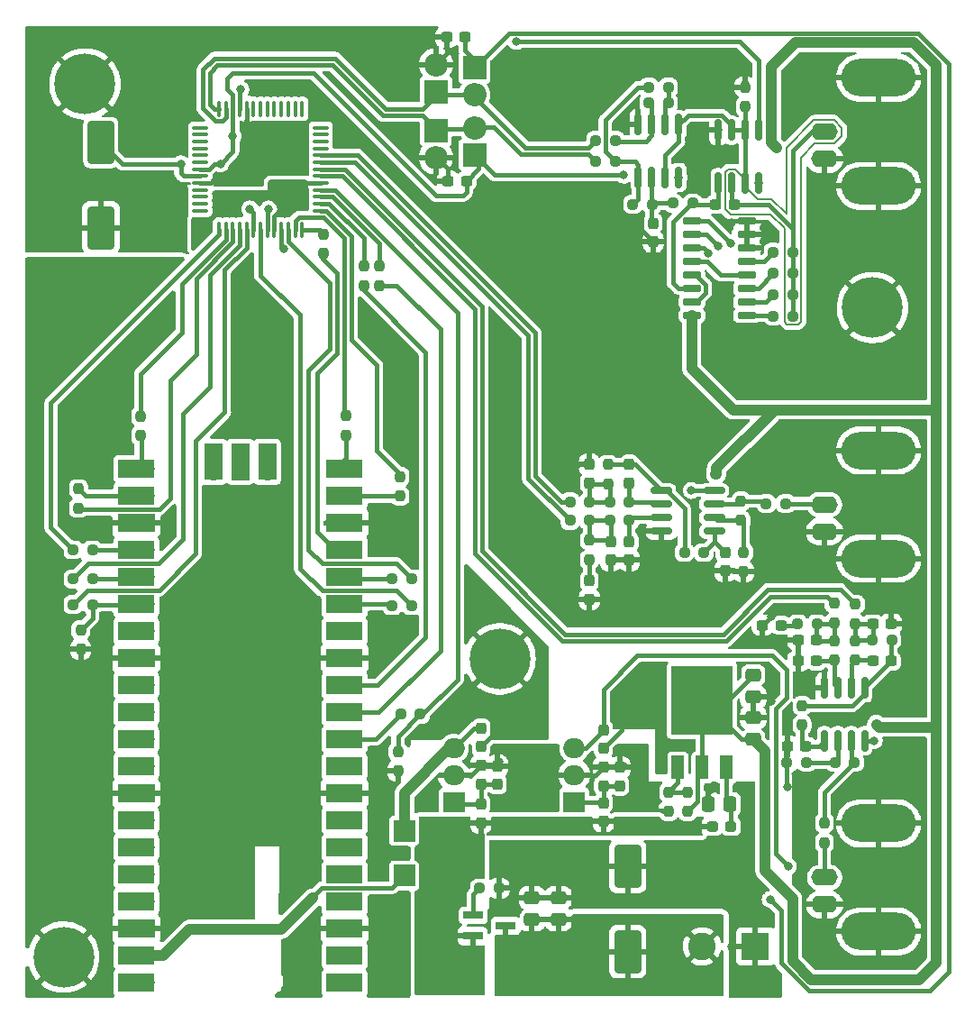
<source format=gbr>
%TF.GenerationSoftware,KiCad,Pcbnew,(6.0.0)*%
%TF.CreationDate,2022-02-27T22:59:38+01:00*%
%TF.ProjectId,board,626f6172-642e-46b6-9963-61645f706362,rev?*%
%TF.SameCoordinates,Original*%
%TF.FileFunction,Copper,L1,Top*%
%TF.FilePolarity,Positive*%
%FSLAX46Y46*%
G04 Gerber Fmt 4.6, Leading zero omitted, Abs format (unit mm)*
G04 Created by KiCad (PCBNEW (6.0.0)) date 2022-02-27 22:59:38*
%MOMM*%
%LPD*%
G01*
G04 APERTURE LIST*
G04 Aperture macros list*
%AMRoundRect*
0 Rectangle with rounded corners*
0 $1 Rounding radius*
0 $2 $3 $4 $5 $6 $7 $8 $9 X,Y pos of 4 corners*
0 Add a 4 corners polygon primitive as box body*
4,1,4,$2,$3,$4,$5,$6,$7,$8,$9,$2,$3,0*
0 Add four circle primitives for the rounded corners*
1,1,$1+$1,$2,$3*
1,1,$1+$1,$4,$5*
1,1,$1+$1,$6,$7*
1,1,$1+$1,$8,$9*
0 Add four rect primitives between the rounded corners*
20,1,$1+$1,$2,$3,$4,$5,0*
20,1,$1+$1,$4,$5,$6,$7,0*
20,1,$1+$1,$6,$7,$8,$9,0*
20,1,$1+$1,$8,$9,$2,$3,0*%
G04 Aperture macros list end*
%TA.AperFunction,ComponentPad*%
%ADD10R,2.200000X2.200000*%
%TD*%
%TA.AperFunction,ComponentPad*%
%ADD11O,2.200000X2.200000*%
%TD*%
%TA.AperFunction,SMDPad,CuDef*%
%ADD12RoundRect,0.237500X-0.250000X-0.237500X0.250000X-0.237500X0.250000X0.237500X-0.250000X0.237500X0*%
%TD*%
%TA.AperFunction,SMDPad,CuDef*%
%ADD13RoundRect,0.237500X-0.237500X0.250000X-0.237500X-0.250000X0.237500X-0.250000X0.237500X0.250000X0*%
%TD*%
%TA.AperFunction,SMDPad,CuDef*%
%ADD14RoundRect,0.237500X-0.287500X-0.237500X0.287500X-0.237500X0.287500X0.237500X-0.287500X0.237500X0*%
%TD*%
%TA.AperFunction,SMDPad,CuDef*%
%ADD15RoundRect,0.237500X0.237500X-0.300000X0.237500X0.300000X-0.237500X0.300000X-0.237500X-0.300000X0*%
%TD*%
%TA.AperFunction,SMDPad,CuDef*%
%ADD16RoundRect,0.150000X0.725000X0.150000X-0.725000X0.150000X-0.725000X-0.150000X0.725000X-0.150000X0*%
%TD*%
%TA.AperFunction,SMDPad,CuDef*%
%ADD17R,1.900000X0.800000*%
%TD*%
%TA.AperFunction,SMDPad,CuDef*%
%ADD18RoundRect,0.237500X0.250000X0.237500X-0.250000X0.237500X-0.250000X-0.237500X0.250000X-0.237500X0*%
%TD*%
%TA.AperFunction,SMDPad,CuDef*%
%ADD19RoundRect,0.237500X0.237500X-0.250000X0.237500X0.250000X-0.237500X0.250000X-0.237500X-0.250000X0*%
%TD*%
%TA.AperFunction,SMDPad,CuDef*%
%ADD20R,2.000000X2.000000*%
%TD*%
%TA.AperFunction,SMDPad,CuDef*%
%ADD21RoundRect,0.237500X-0.237500X0.300000X-0.237500X-0.300000X0.237500X-0.300000X0.237500X0.300000X0*%
%TD*%
%TA.AperFunction,ComponentPad*%
%ADD22C,5.700000*%
%TD*%
%TA.AperFunction,SMDPad,CuDef*%
%ADD23RoundRect,0.150000X-0.825000X-0.150000X0.825000X-0.150000X0.825000X0.150000X-0.825000X0.150000X0*%
%TD*%
%TA.AperFunction,SMDPad,CuDef*%
%ADD24RoundRect,0.250000X1.000000X-1.750000X1.000000X1.750000X-1.000000X1.750000X-1.000000X-1.750000X0*%
%TD*%
%TA.AperFunction,SMDPad,CuDef*%
%ADD25RoundRect,0.250000X0.337500X0.475000X-0.337500X0.475000X-0.337500X-0.475000X0.337500X-0.475000X0*%
%TD*%
%TA.AperFunction,SMDPad,CuDef*%
%ADD26RoundRect,0.150000X0.150000X-0.825000X0.150000X0.825000X-0.150000X0.825000X-0.150000X-0.825000X0*%
%TD*%
%TA.AperFunction,SMDPad,CuDef*%
%ADD27RoundRect,0.237500X0.300000X0.237500X-0.300000X0.237500X-0.300000X-0.237500X0.300000X-0.237500X0*%
%TD*%
%TA.AperFunction,SMDPad,CuDef*%
%ADD28RoundRect,0.250000X0.475000X-0.337500X0.475000X0.337500X-0.475000X0.337500X-0.475000X-0.337500X0*%
%TD*%
%TA.AperFunction,SMDPad,CuDef*%
%ADD29RoundRect,0.100000X0.637500X-0.100000X0.637500X0.100000X-0.637500X0.100000X-0.637500X-0.100000X0*%
%TD*%
%TA.AperFunction,SMDPad,CuDef*%
%ADD30RoundRect,0.100000X0.100000X-0.637500X0.100000X0.637500X-0.100000X0.637500X-0.100000X-0.637500X0*%
%TD*%
%TA.AperFunction,SMDPad,CuDef*%
%ADD31RoundRect,0.237500X-0.300000X-0.237500X0.300000X-0.237500X0.300000X0.237500X-0.300000X0.237500X0*%
%TD*%
%TA.AperFunction,SMDPad,CuDef*%
%ADD32RoundRect,0.237500X0.237500X-0.287500X0.237500X0.287500X-0.237500X0.287500X-0.237500X-0.287500X0*%
%TD*%
%TA.AperFunction,ComponentPad*%
%ADD33O,1.700000X1.700000*%
%TD*%
%TA.AperFunction,SMDPad,CuDef*%
%ADD34R,3.500000X1.700000*%
%TD*%
%TA.AperFunction,ComponentPad*%
%ADD35R,1.700000X1.700000*%
%TD*%
%TA.AperFunction,SMDPad,CuDef*%
%ADD36R,1.700000X3.500000*%
%TD*%
%TA.AperFunction,SMDPad,CuDef*%
%ADD37RoundRect,0.250000X-1.000000X1.750000X-1.000000X-1.750000X1.000000X-1.750000X1.000000X1.750000X0*%
%TD*%
%TA.AperFunction,SMDPad,CuDef*%
%ADD38RoundRect,0.250000X-0.475000X0.337500X-0.475000X-0.337500X0.475000X-0.337500X0.475000X0.337500X0*%
%TD*%
%TA.AperFunction,SMDPad,CuDef*%
%ADD39R,1.200000X2.200000*%
%TD*%
%TA.AperFunction,SMDPad,CuDef*%
%ADD40R,5.800000X6.400000*%
%TD*%
%TA.AperFunction,SMDPad,CuDef*%
%ADD41RoundRect,0.150000X-0.150000X0.825000X-0.150000X-0.825000X0.150000X-0.825000X0.150000X0.825000X0*%
%TD*%
%TA.AperFunction,ComponentPad*%
%ADD42O,2.000000X1.905000*%
%TD*%
%TA.AperFunction,ComponentPad*%
%ADD43R,2.000000X1.905000*%
%TD*%
%TA.AperFunction,ComponentPad*%
%ADD44R,2.600000X2.600000*%
%TD*%
%TA.AperFunction,ComponentPad*%
%ADD45C,2.600000*%
%TD*%
%TA.AperFunction,ComponentPad*%
%ADD46O,2.500000X1.600000*%
%TD*%
%TA.AperFunction,ComponentPad*%
%ADD47O,7.000000X3.500000*%
%TD*%
%TA.AperFunction,ViaPad*%
%ADD48C,0.800000*%
%TD*%
%TA.AperFunction,Conductor*%
%ADD49C,0.400000*%
%TD*%
%TA.AperFunction,Conductor*%
%ADD50C,1.000000*%
%TD*%
%TA.AperFunction,Conductor*%
%ADD51C,0.200000*%
%TD*%
G04 APERTURE END LIST*
D10*
%TO.P,D501,1,K*%
%TO.N,+5VA*%
X188600000Y-37640000D03*
D11*
%TO.P,D501,2,A*%
%TO.N,/AIN_N*%
X188600000Y-35100000D03*
%TD*%
D10*
%TO.P,D502,1,K*%
%TO.N,/AIN_N*%
X184975000Y-35351766D03*
D11*
%TO.P,D502,2,A*%
%TO.N,GNDA*%
X184975000Y-37891766D03*
%TD*%
D10*
%TO.P,D504,1,K*%
%TO.N,/AIN_P*%
X185000000Y-31715000D03*
D11*
%TO.P,D504,2,A*%
%TO.N,GNDA*%
X185000000Y-29175000D03*
%TD*%
%TO.P,D503,2,A*%
%TO.N,/AIN_P*%
X188600000Y-32000000D03*
D10*
%TO.P,D503,1,K*%
%TO.N,+5VA*%
X188600000Y-29460000D03*
%TD*%
D12*
%TO.P,R301,1*%
%TO.N,/out_2_P*%
X197575000Y-72000000D03*
%TO.P,R301,2*%
%TO.N,/output_stage/dac_filt_sum_p*%
X199400000Y-72000000D03*
%TD*%
D13*
%TO.P,R111,1*%
%TO.N,/dac_aux_lrck_term*%
X178200000Y-48087500D03*
%TO.P,R111,2*%
%TO.N,/dac_aux_lrck*%
X178200000Y-49912500D03*
%TD*%
D14*
%TO.P,FB203,1*%
%TO.N,/power/vprot*%
X210975000Y-100750000D03*
%TO.P,FB203,2*%
%TO.N,/power/va_in*%
X212725000Y-100750000D03*
%TD*%
D15*
%TO.P,C205,2*%
%TO.N,GNDPWR*%
X189218750Y-95028750D03*
%TO.P,C205,1*%
%TO.N,/power/5vd_in*%
X189218750Y-96753750D03*
%TD*%
D16*
%TO.P,U502,16,VDD*%
%TO.N,VDDA*%
X209025000Y-52745000D03*
%TO.P,U502,15,2Z*%
%TO.N,/a_input/transz_x2*%
X209025000Y-51475000D03*
%TO.P,U502,14,1Z*%
%TO.N,/a_input/transz_out*%
X209025000Y-50205000D03*
%TO.P,U502,13,1Y1*%
%TO.N,/a_input/transz_x2*%
X209025000Y-48935000D03*
%TO.P,U502,12,1Y0*%
%TO.N,/a_input/transz_x1*%
X209025000Y-47665000D03*
%TO.P,U502,11,S1*%
%TO.N,/transz_rf1*%
X209025000Y-46395000D03*
%TO.P,U502,10,S2*%
%TO.N,/transz_rf2*%
X209025000Y-45125000D03*
%TO.P,U502,9,S3*%
%TO.N,/transz_rf3*%
X209025000Y-43855000D03*
%TO.P,U502,8,VSS*%
%TO.N,GNDA*%
X214175000Y-43855000D03*
%TO.P,U502,7,VEE*%
X214175000Y-45125000D03*
%TO.P,U502,6,E_n*%
X214175000Y-46395000D03*
%TO.P,U502,5,3Y0*%
%TO.N,Net-(R502-Pad2)*%
X214175000Y-47665000D03*
%TO.P,U502,4,3Z*%
%TO.N,/a_input/transz_x1*%
X214175000Y-48935000D03*
%TO.P,U502,3,3Y1*%
%TO.N,Net-(R501-Pad2)*%
X214175000Y-50205000D03*
%TO.P,U502,2,2Y0*%
%TO.N,Net-(R504-Pad2)*%
X214175000Y-51475000D03*
%TO.P,U502,1,2Y1*%
%TO.N,Net-(R503-Pad2)*%
X214175000Y-52745000D03*
%TD*%
D17*
%TO.P,Q201,1,G*%
%TO.N,Net-(Q201-Pad1)*%
X188500000Y-109087500D03*
%TO.P,Q201,2,S*%
%TO.N,/power/vprot*%
X188500000Y-110987500D03*
%TO.P,Q201,3,D*%
%TO.N,/power/vin*%
X191500000Y-110037500D03*
%TD*%
D18*
%TO.P,R508,2*%
%TO.N,/a_input/vout_n_prer*%
X204987500Y-31300000D03*
%TO.P,R508,1*%
%TO.N,/a_input/single_2_diff_fb*%
X206812500Y-31300000D03*
%TD*%
D13*
%TO.P,R108,1*%
%TO.N,/dac_mclk_term*%
X176500000Y-62175000D03*
%TO.P,R108,2*%
%TO.N,/dac_mclk*%
X176500000Y-64000000D03*
%TD*%
D12*
%TO.P,R201,1*%
%TO.N,Net-(Q201-Pad1)*%
X189087500Y-106537500D03*
%TO.P,R201,2*%
%TO.N,GNDPWR*%
X190912500Y-106537500D03*
%TD*%
D19*
%TO.P,R308,1*%
%TO.N,GNDA*%
X213900000Y-76825000D03*
%TO.P,R308,2*%
%TO.N,/output_stage/gain_inv*%
X213900000Y-75000000D03*
%TD*%
D20*
%TO.P,D101,1,K*%
%TO.N,/pico_vin*%
X182000000Y-105350000D03*
%TO.P,D101,2,A*%
%TO.N,+5VD*%
X182000000Y-101150000D03*
%TD*%
D13*
%TO.P,R103,1*%
%TO.N,/dac_ctrl_csn*%
X151400000Y-69000000D03*
%TO.P,R103,2*%
%TO.N,/dac_ctrl_csn_term*%
X151400000Y-70825000D03*
%TD*%
D21*
%TO.P,C308,1*%
%TO.N,/output_stage/gain_in*%
X212150000Y-75000000D03*
%TO.P,C308,2*%
%TO.N,GNDA*%
X212150000Y-76725000D03*
%TD*%
D13*
%TO.P,R402,1*%
%TO.N,/out_1_P*%
X224387500Y-79875000D03*
%TO.P,R402,2*%
%TO.N,/output_stage1/dac_filt_sum_n*%
X224387500Y-81700000D03*
%TD*%
D18*
%TO.P,R109,2*%
%TO.N,/dac_aux_sdin*%
X181687500Y-90200000D03*
%TO.P,R109,1*%
%TO.N,/dac_aux_sdin_term*%
X183512500Y-90200000D03*
%TD*%
D22*
%TO.P,H102,1,1*%
%TO.N,GNDA*%
X152000000Y-31000000D03*
%TD*%
D23*
%TO.P,U301,1*%
%TO.N,/output_stage/dac_filt_out*%
X206175000Y-69195000D03*
%TO.P,U301,2,-*%
%TO.N,/output_stage/dac_filt_n*%
X206175000Y-70465000D03*
%TO.P,U301,3,+*%
%TO.N,/output_stage/dac_filt_p*%
X206175000Y-71735000D03*
%TO.P,U301,4,V-*%
%TO.N,GNDA*%
X206175000Y-73005000D03*
%TO.P,U301,5,+*%
%TO.N,/output_stage/gain_in*%
X211125000Y-73005000D03*
%TO.P,U301,6,-*%
%TO.N,/output_stage/gain_inv*%
X211125000Y-71735000D03*
%TO.P,U301,7*%
%TO.N,/output_stage/ctrl_output_pre_prot*%
X211125000Y-70465000D03*
%TO.P,U301,8,V+*%
%TO.N,/output_stage/vdda_filt*%
X211125000Y-69195000D03*
%TD*%
D18*
%TO.P,R112,1*%
%TO.N,/dac_fs_term*%
X182712500Y-80000000D03*
%TO.P,R112,2*%
%TO.N,/dac_fs*%
X180887500Y-80000000D03*
%TD*%
D24*
%TO.P,C201,1*%
%TO.N,/power/vin*%
X203000000Y-112500000D03*
%TO.P,C201,2*%
%TO.N,GNDPWR*%
X203000000Y-104500000D03*
%TD*%
D25*
%TO.P,C206,1*%
%TO.N,/power/va_in*%
X212637500Y-98650000D03*
%TO.P,C206,2*%
%TO.N,GNDPWR*%
X210562500Y-98650000D03*
%TD*%
D26*
%TO.P,U501,1*%
%TO.N,/a_input/transz_out*%
X211495000Y-40275000D03*
%TO.P,U501,2,-*%
%TO.N,/a_input/photo_in*%
X212765000Y-40275000D03*
%TO.P,U501,3,+*%
%TO.N,/a_input/vbias_buf*%
X214035000Y-40275000D03*
%TO.P,U501,4,V-*%
%TO.N,/a_input/vdda_filt_tranz*%
X215305000Y-40275000D03*
%TO.P,U501,5,+*%
%TO.N,/a_input/VBIAS*%
X215305000Y-35325000D03*
%TO.P,U501,6,-*%
%TO.N,/a_input/vbias_buf*%
X214035000Y-35325000D03*
%TO.P,U501,7*%
X212765000Y-35325000D03*
%TO.P,U501,8,V+*%
%TO.N,GNDA*%
X211495000Y-35325000D03*
%TD*%
D22*
%TO.P,H104,1,1*%
%TO.N,GNDD*%
X150000000Y-113000000D03*
%TD*%
D19*
%TO.P,R102,1*%
%TO.N,/dac_ctrl_cipo*%
X157220000Y-64012500D03*
%TO.P,R102,2*%
%TO.N,/dac_ctrl_cipo_term*%
X157220000Y-62187500D03*
%TD*%
D18*
%TO.P,R501,2*%
%TO.N,Net-(R501-Pad2)*%
X216687500Y-48800000D03*
%TO.P,R501,1*%
%TO.N,/a_input/photo_in*%
X218512500Y-48800000D03*
%TD*%
D13*
%TO.P,R410,1*%
%TO.N,/output_stage1/ctrl_output_pre_prot*%
X221480000Y-100417500D03*
%TO.P,R410,2*%
%TO.N,/output_stage1/ctrl_output*%
X221480000Y-102242500D03*
%TD*%
D27*
%TO.P,C509,1*%
%TO.N,+5VA*%
X187700000Y-26600000D03*
%TO.P,C509,2*%
%TO.N,GNDA*%
X185975000Y-26600000D03*
%TD*%
D28*
%TO.P,C203,1*%
%TO.N,/power/vin*%
X196500000Y-109500000D03*
%TO.P,C203,2*%
%TO.N,GNDPWR*%
X196500000Y-107425000D03*
%TD*%
D15*
%TO.P,C304,2*%
%TO.N,/output_stage/dac_filt_sum_p*%
X201400000Y-74000000D03*
%TO.P,C304,1*%
%TO.N,GNDA*%
X201400000Y-75725000D03*
%TD*%
D12*
%TO.P,R305,1*%
%TO.N,/output_stage/dac_filt_sum_n*%
X201325000Y-70250000D03*
%TO.P,R305,2*%
%TO.N,/output_stage/dac_filt_n*%
X203150000Y-70250000D03*
%TD*%
D19*
%TO.P,R306,2*%
%TO.N,/output_stage/dac_filt_out*%
X201150000Y-66750000D03*
%TO.P,R306,1*%
%TO.N,/output_stage/dac_filt_sum_n*%
X201150000Y-68575000D03*
%TD*%
D21*
%TO.P,C307,2*%
%TO.N,/output_stage/dac_filt_n*%
X203150000Y-68475000D03*
%TO.P,C307,1*%
%TO.N,/output_stage/dac_filt_out*%
X203150000Y-66750000D03*
%TD*%
D28*
%TO.P,C212,1*%
%TO.N,VDDA*%
X214800000Y-92575000D03*
%TO.P,C212,2*%
%TO.N,GNDA*%
X214800000Y-90500000D03*
%TD*%
D27*
%TO.P,C508,2*%
%TO.N,GNDA*%
X186112500Y-40111766D03*
%TO.P,C508,1*%
%TO.N,+5VA*%
X187837500Y-40111766D03*
%TD*%
D18*
%TO.P,R101,1*%
%TO.N,/dac_ctrl_clk*%
X152712500Y-74750000D03*
%TO.P,R101,2*%
%TO.N,/dac_ctrl_clk_term*%
X150887500Y-74750000D03*
%TD*%
D29*
%TO.P,U102,52,AIN_6_P/A*%
%TO.N,unconnected-(U102-Pad52)*%
X162837500Y-42900000D03*
%TO.P,U102,51,AIN_6_N/B*%
%TO.N,unconnected-(U102-Pad51)*%
X162837500Y-42250000D03*
%TO.P,U102,50,AIN_5_P/A*%
%TO.N,unconnected-(U102-Pad50)*%
X162837500Y-41600000D03*
%TO.P,U102,49,AIN_5_N/B*%
%TO.N,unconnected-(U102-Pad49)*%
X162837500Y-40950000D03*
%TO.P,U102,48,AGND*%
%TO.N,GNDA*%
X162837500Y-40300000D03*
%TO.P,U102,47,FILT+*%
%TO.N,/vfilt*%
X162837500Y-39650000D03*
%TO.P,U102,46,Va*%
%TO.N,+5VA*%
X162837500Y-39000000D03*
%TO.P,U102,45,AIN_4_P*%
%TO.N,unconnected-(U102-Pad45)*%
X162837500Y-38350000D03*
%TO.P,U102,44,AIN_4_N*%
%TO.N,unconnected-(U102-Pad44)*%
X162837500Y-37700000D03*
%TO.P,U102,43,AIN_3_P*%
%TO.N,unconnected-(U102-Pad43)*%
X162837500Y-37050000D03*
%TO.P,U102,42,AIN_3_N*%
%TO.N,unconnected-(U102-Pad42)*%
X162837500Y-36400000D03*
%TO.P,U102,41,AIN_2_P*%
%TO.N,unconnected-(U102-Pad41)*%
X162837500Y-35750000D03*
%TO.P,U102,40,AIN_2_N*%
%TO.N,unconnected-(U102-Pad40)*%
X162837500Y-35100000D03*
D30*
%TO.P,U102,39,AIN_1_P*%
%TO.N,/AIN_N*%
X164600000Y-33337500D03*
%TO.P,U102,38,AIN_1_N*%
%TO.N,/AIN_P*%
X165250000Y-33337500D03*
%TO.P,U102,37,Va*%
%TO.N,+5VA*%
X165900000Y-33337500D03*
%TO.P,U102,36,Vq*%
%TO.N,/a_input/VBIAS*%
X166550000Y-33337500D03*
%TO.P,U102,35,AGND*%
%TO.N,GNDA*%
X167200000Y-33337500D03*
%TO.P,U102,34,AOUT_8_N*%
%TO.N,unconnected-(U102-Pad34)*%
X167850000Y-33337500D03*
%TO.P,U102,33,AOUT_8_P*%
%TO.N,unconnected-(U102-Pad33)*%
X168500000Y-33337500D03*
%TO.P,U102,32,AOUT_7_P*%
%TO.N,unconnected-(U102-Pad32)*%
X169150000Y-33337500D03*
%TO.P,U102,31,AOUT_7_N*%
%TO.N,unconnected-(U102-Pad31)*%
X169800000Y-33337500D03*
%TO.P,U102,30,AOUT_6_N*%
%TO.N,unconnected-(U102-Pad30)*%
X170450000Y-33337500D03*
%TO.P,U102,29,AOUT_6_P*%
%TO.N,unconnected-(U102-Pad29)*%
X171100000Y-33337500D03*
%TO.P,U102,28,AOUT_5_P*%
%TO.N,unconnected-(U102-Pad28)*%
X171750000Y-33337500D03*
%TO.P,U102,27,AOUT_5_N*%
%TO.N,unconnected-(U102-Pad27)*%
X172400000Y-33337500D03*
D29*
%TO.P,U102,26,AOUT_4_N*%
%TO.N,unconnected-(U102-Pad26)*%
X174162500Y-35100000D03*
%TO.P,U102,25,AOUT_4_P*%
%TO.N,unconnected-(U102-Pad25)*%
X174162500Y-35750000D03*
%TO.P,U102,24,AOUT_3_P*%
%TO.N,unconnected-(U102-Pad24)*%
X174162500Y-36400000D03*
%TO.P,U102,23,AOUT_3_N*%
%TO.N,unconnected-(U102-Pad23)*%
X174162500Y-37050000D03*
%TO.P,U102,22,AOUT_2_N*%
%TO.N,/out_2_N*%
X174162500Y-37700000D03*
%TO.P,U102,21,AOUT_2_P*%
%TO.N,/out_2_P*%
X174162500Y-38350000D03*
%TO.P,U102,20,AOUT_1_P*%
%TO.N,/out_1_P*%
X174162500Y-39000000D03*
%TO.P,U102,19,AOUT_1_N*%
%TO.N,/out_1_N*%
X174162500Y-39650000D03*
%TO.P,U102,18,DGND*%
%TO.N,GNDD*%
X174162500Y-40300000D03*
%TO.P,U102,17,AUX_SDIN*%
%TO.N,/dac_aux_sdin_term*%
X174162500Y-40950000D03*
%TO.P,U102,16,AUX_SCLK*%
%TO.N,/dac_aux_sclk_term*%
X174162500Y-41600000D03*
%TO.P,U102,15,AUX_LRCK*%
%TO.N,/dac_aux_lrck_term*%
X174162500Y-42250000D03*
%TO.P,U102,14,DAC_SDIN*%
%TO.N,/dac_sdin_term*%
X174162500Y-42900000D03*
D30*
%TO.P,U102,13,ADC_SDOUT*%
%TO.N,/dac_sdout_term*%
X172400000Y-44662500D03*
%TO.P,U102,12,MCLK*%
%TO.N,/dac_mclk_term*%
X171750000Y-44662500D03*
%TO.P,U102,11,SCLK*%
%TO.N,/dac_sclk_term*%
X171100000Y-44662500D03*
%TO.P,U102,10,Vls*%
%TO.N,+3V3*%
X170450000Y-44662500D03*
%TO.P,U102,9,DGND*%
%TO.N,GNDD*%
X169800000Y-44662500D03*
%TO.P,U102,8,Vdd*%
%TO.N,+3V3*%
X169150000Y-44662500D03*
%TO.P,U102,7,FS*%
%TO.N,/dac_fs_term*%
X168500000Y-44662500D03*
%TO.P,U102,6,Vlc*%
%TO.N,+3V3*%
X167850000Y-44662500D03*
%TO.P,U102,5,RSTn*%
%TO.N,/dac_ctrl_rstn_term*%
X167200000Y-44662500D03*
%TO.P,U102,4,AD1/CDIN*%
%TO.N,/dac_ctrl_copi_term*%
X166550000Y-44662500D03*
%TO.P,U102,3,AD0/CSn*%
%TO.N,/dac_ctrl_csn_term*%
X165900000Y-44662500D03*
%TO.P,U102,2,SDA/CDOUT*%
%TO.N,/dac_ctrl_cipo_term*%
X165250000Y-44662500D03*
%TO.P,U102,1,SCL/CCLK*%
%TO.N,/dac_ctrl_clk_term*%
X164600000Y-44662500D03*
%TD*%
D13*
%TO.P,R404,1*%
%TO.N,/output_stage1/dac_filt_sum_p*%
X222387500Y-83287500D03*
%TO.P,R404,2*%
%TO.N,/output_stage1/dac_filt_p*%
X222387500Y-85112500D03*
%TD*%
%TO.P,R405,1*%
%TO.N,/output_stage1/dac_filt_sum_n*%
X224387500Y-83287500D03*
%TO.P,R405,2*%
%TO.N,/output_stage1/dac_filt_n*%
X224387500Y-85112500D03*
%TD*%
%TO.P,R401,1*%
%TO.N,/out_1_N*%
X222387500Y-79787500D03*
%TO.P,R401,2*%
%TO.N,/output_stage1/dac_filt_sum_p*%
X222387500Y-81612500D03*
%TD*%
D12*
%TO.P,R310,1*%
%TO.N,/output_stage/ctrl_output_pre_prot*%
X216025000Y-70400000D03*
%TO.P,R310,2*%
%TO.N,/output_stage/ctrl_output*%
X217850000Y-70400000D03*
%TD*%
D13*
%TO.P,R110,1*%
%TO.N,/dac_aux_sclk_term*%
X179700000Y-48087500D03*
%TO.P,R110,2*%
%TO.N,/dac_aux_sclk*%
X179700000Y-49912500D03*
%TD*%
D18*
%TO.P,R105,1*%
%TO.N,/dac_ctrl_rstn*%
X152712500Y-79900000D03*
%TO.P,R105,2*%
%TO.N,/dac_ctrl_rstn_term*%
X150887500Y-79900000D03*
%TD*%
D21*
%TO.P,C210,1*%
%TO.N,+5VA*%
X200722500Y-91677500D03*
%TO.P,C210,2*%
%TO.N,GNDA*%
X200722500Y-93402500D03*
%TD*%
D31*
%TO.P,C405,2*%
%TO.N,Net-(C405-Pad2)*%
X217387500Y-81837500D03*
%TO.P,C405,1*%
%TO.N,GNDA*%
X215662500Y-81837500D03*
%TD*%
D18*
%TO.P,R104,1*%
%TO.N,/dac_ctrl_copi*%
X152712500Y-77500000D03*
%TO.P,R104,2*%
%TO.N,/dac_ctrl_copi_term*%
X150887500Y-77500000D03*
%TD*%
D12*
%TO.P,R409,1*%
%TO.N,/output_stage1/gain_inv*%
X222475000Y-94700000D03*
%TO.P,R409,2*%
%TO.N,/output_stage1/ctrl_output_pre_prot*%
X224300000Y-94700000D03*
%TD*%
%TO.P,R408,1*%
%TO.N,GNDA*%
X217975000Y-94700000D03*
%TO.P,R408,2*%
%TO.N,/output_stage1/gain_inv*%
X219800000Y-94700000D03*
%TD*%
D21*
%TO.P,C211,1*%
%TO.N,+5VD*%
X189218750Y-91528750D03*
%TO.P,C211,2*%
%TO.N,GNDD*%
X189218750Y-93253750D03*
%TD*%
D27*
%TO.P,C407,1*%
%TO.N,/output_stage1/dac_filt_out*%
X227750000Y-85200000D03*
%TO.P,C407,2*%
%TO.N,/output_stage1/dac_filt_n*%
X226025000Y-85200000D03*
%TD*%
%TO.P,C408,1*%
%TO.N,/output_stage1/gain_in*%
X219750000Y-93200000D03*
%TO.P,C408,2*%
%TO.N,GNDA*%
X218025000Y-93200000D03*
%TD*%
D18*
%TO.P,R403,1*%
%TO.N,/output_stage1/dac_filt_sum_p*%
X220800000Y-81700000D03*
%TO.P,R403,2*%
%TO.N,Net-(C405-Pad2)*%
X218975000Y-81700000D03*
%TD*%
%TO.P,R504,2*%
%TO.N,Net-(R504-Pad2)*%
X216687500Y-50800000D03*
%TO.P,R504,1*%
%TO.N,/a_input/photo_in*%
X218512500Y-50800000D03*
%TD*%
D32*
%TO.P,FB201,1*%
%TO.N,/power/vprot*%
X200722500Y-100265000D03*
%TO.P,FB201,2*%
%TO.N,/power/5va_in*%
X200722500Y-98515000D03*
%TD*%
D13*
%TO.P,R407,1*%
%TO.N,/output_stage1/dac_filt_out*%
X219387500Y-89375000D03*
%TO.P,R407,2*%
%TO.N,/output_stage1/gain_in*%
X219387500Y-91200000D03*
%TD*%
D33*
%TO.P,U101,1,GPIO0*%
%TO.N,/transz_rf3*%
X175500000Y-115400000D03*
D34*
X176400000Y-115400000D03*
D33*
%TO.P,U101,2,GPIO1*%
%TO.N,/transz_rf2*%
X175500000Y-112860000D03*
D34*
X176400000Y-112860000D03*
%TO.P,U101,3,GND*%
%TO.N,GNDD*%
X176400000Y-110320000D03*
D35*
X175500000Y-110320000D03*
D34*
%TO.P,U101,4,GPIO2*%
%TO.N,/transz_rf1*%
X176400000Y-107780000D03*
D33*
X175500000Y-107780000D03*
%TO.P,U101,5,GPIO3*%
%TO.N,unconnected-(U101-Pad5)*%
X175500000Y-105240000D03*
D34*
X176400000Y-105240000D03*
%TO.P,U101,6,GPIO4*%
%TO.N,unconnected-(U101-Pad6)*%
X176400000Y-102700000D03*
D33*
X175500000Y-102700000D03*
%TO.P,U101,7,GPIO5*%
%TO.N,unconnected-(U101-Pad7)*%
X175500000Y-100160000D03*
D34*
X176400000Y-100160000D03*
D35*
%TO.P,U101,8,GND*%
%TO.N,GNDD*%
X175500000Y-97620000D03*
D34*
X176400000Y-97620000D03*
%TO.P,U101,9,GPIO6*%
%TO.N,unconnected-(U101-Pad9)*%
X176400000Y-95080000D03*
D33*
X175500000Y-95080000D03*
%TO.P,U101,10,GPIO7*%
%TO.N,/dac_aux_sdin*%
X175500000Y-92540000D03*
D34*
X176400000Y-92540000D03*
%TO.P,U101,11,GPIO8*%
%TO.N,/dac_aux_sclk*%
X176400000Y-90000000D03*
D33*
X175500000Y-90000000D03*
D34*
%TO.P,U101,12,GPIO9*%
%TO.N,/dac_aux_lrck*%
X176400000Y-87460000D03*
D33*
X175500000Y-87460000D03*
D35*
%TO.P,U101,13,GND*%
%TO.N,GNDD*%
X175500000Y-84920000D03*
D34*
X176400000Y-84920000D03*
%TO.P,U101,14,GPIO10*%
%TO.N,unconnected-(U101-Pad14)*%
X176400000Y-82380000D03*
D33*
X175500000Y-82380000D03*
%TO.P,U101,15,GPIO11*%
%TO.N,/dac_fs*%
X175500000Y-79840000D03*
D34*
X176400000Y-79840000D03*
D33*
%TO.P,U101,16,GPIO12*%
%TO.N,/dac_sclk*%
X175500000Y-77300000D03*
D34*
X176400000Y-77300000D03*
D33*
%TO.P,U101,17,GPIO13*%
%TO.N,/dac_sdout*%
X175500000Y-74760000D03*
D34*
X176400000Y-74760000D03*
D35*
%TO.P,U101,18,GND*%
%TO.N,GNDD*%
X175500000Y-72220000D03*
D34*
X176400000Y-72220000D03*
%TO.P,U101,19,GPIO14*%
%TO.N,/dac_sdin*%
X176400000Y-69680000D03*
D33*
X175500000Y-69680000D03*
%TO.P,U101,20,GPIO15*%
%TO.N,/dac_mclk*%
X175500000Y-67140000D03*
D34*
X176400000Y-67140000D03*
D33*
%TO.P,U101,21,GPIO16*%
%TO.N,/dac_ctrl_cipo*%
X157720000Y-67140000D03*
D34*
X156820000Y-67140000D03*
D33*
%TO.P,U101,22,GPIO17*%
%TO.N,/dac_ctrl_csn*%
X157720000Y-69680000D03*
D34*
X156820000Y-69680000D03*
D35*
%TO.P,U101,23,GND*%
%TO.N,GNDD*%
X157720000Y-72220000D03*
D34*
X156820000Y-72220000D03*
%TO.P,U101,24,GPIO18*%
%TO.N,/dac_ctrl_clk*%
X156820000Y-74760000D03*
D33*
X157720000Y-74760000D03*
%TO.P,U101,25,GPIO19*%
%TO.N,/dac_ctrl_copi*%
X157720000Y-77300000D03*
D34*
X156820000Y-77300000D03*
D33*
%TO.P,U101,26,GPIO20*%
%TO.N,/dac_ctrl_rstn*%
X157720000Y-79840000D03*
D34*
X156820000Y-79840000D03*
D33*
%TO.P,U101,27,GPIO21*%
%TO.N,unconnected-(U101-Pad27)*%
X157720000Y-82380000D03*
D34*
X156820000Y-82380000D03*
%TO.P,U101,28,GND*%
%TO.N,GNDD*%
X156820000Y-84920000D03*
D35*
X157720000Y-84920000D03*
D34*
%TO.P,U101,29,GPIO22*%
%TO.N,unconnected-(U101-Pad29)*%
X156820000Y-87460000D03*
D33*
X157720000Y-87460000D03*
%TO.P,U101,30,RUN*%
%TO.N,unconnected-(U101-Pad30)*%
X157720000Y-90000000D03*
D34*
X156820000Y-90000000D03*
%TO.P,U101,31,GPIO26_ADC0*%
%TO.N,unconnected-(U101-Pad31)*%
X156820000Y-92540000D03*
D33*
X157720000Y-92540000D03*
%TO.P,U101,32,GPIO27_ADC1*%
%TO.N,unconnected-(U101-Pad32)*%
X157720000Y-95080000D03*
D34*
X156820000Y-95080000D03*
D35*
%TO.P,U101,33,AGND*%
%TO.N,GNDD*%
X157720000Y-97620000D03*
D34*
X156820000Y-97620000D03*
%TO.P,U101,34,GPIO28_ADC2*%
%TO.N,unconnected-(U101-Pad34)*%
X156820000Y-100160000D03*
D33*
X157720000Y-100160000D03*
D34*
%TO.P,U101,35,ADC_VREF*%
%TO.N,unconnected-(U101-Pad35)*%
X156820000Y-102700000D03*
D33*
X157720000Y-102700000D03*
D34*
%TO.P,U101,36,3V3*%
%TO.N,/pico_3v3_out*%
X156820000Y-105240000D03*
D33*
X157720000Y-105240000D03*
%TO.P,U101,37,3V3_EN*%
%TO.N,unconnected-(U101-Pad37)*%
X157720000Y-107780000D03*
D34*
X156820000Y-107780000D03*
%TO.P,U101,38,GND*%
%TO.N,GNDD*%
X156820000Y-110320000D03*
D35*
X157720000Y-110320000D03*
D33*
%TO.P,U101,39,VSYS*%
%TO.N,/pico_vin*%
X157720000Y-112860000D03*
D34*
X156820000Y-112860000D03*
D33*
%TO.P,U101,40,VBUS*%
%TO.N,unconnected-(U101-Pad40)*%
X157720000Y-115400000D03*
D34*
X156820000Y-115400000D03*
D33*
%TO.P,U101,41,SWCLK*%
%TO.N,unconnected-(U101-Pad41)*%
X169150000Y-67370000D03*
D36*
X169150000Y-66470000D03*
%TO.P,U101,42,GND*%
%TO.N,unconnected-(U101-Pad42)*%
X166610000Y-66470000D03*
D35*
X166610000Y-67370000D03*
D36*
%TO.P,U101,43,SWDIO*%
%TO.N,unconnected-(U101-Pad43)*%
X164070000Y-66470000D03*
D33*
X164070000Y-67370000D03*
%TD*%
D15*
%TO.P,C306,1*%
%TO.N,GNDA*%
X203150000Y-75725000D03*
%TO.P,C306,2*%
%TO.N,/output_stage/dac_filt_p*%
X203150000Y-74000000D03*
%TD*%
D12*
%TO.P,R302,1*%
%TO.N,/out_2_N*%
X197575000Y-70250000D03*
%TO.P,R302,2*%
%TO.N,/output_stage/dac_filt_sum_n*%
X199400000Y-70250000D03*
%TD*%
D18*
%TO.P,R502,2*%
%TO.N,Net-(R502-Pad2)*%
X216687500Y-46800000D03*
%TO.P,R502,1*%
%TO.N,/a_input/photo_in*%
X218512500Y-46800000D03*
%TD*%
D32*
%TO.P,FB202,1*%
%TO.N,/power/vprot*%
X189218750Y-100403750D03*
%TO.P,FB202,2*%
%TO.N,/power/5vd_in*%
X189218750Y-98653750D03*
%TD*%
D13*
%TO.P,R203,1*%
%TO.N,Net-(R202-Pad2)*%
X206850000Y-97500000D03*
%TO.P,R203,2*%
%TO.N,GNDPWR*%
X206850000Y-99325000D03*
%TD*%
D18*
%TO.P,R505,2*%
%TO.N,/a_input/transz_filtered*%
X207287500Y-42200000D03*
%TO.P,R505,1*%
%TO.N,/a_input/transz_out*%
X209112500Y-42200000D03*
%TD*%
D37*
%TO.P,C110,1*%
%TO.N,/vfilt*%
X153500000Y-36500000D03*
%TO.P,C110,2*%
%TO.N,GNDA*%
X153500000Y-44500000D03*
%TD*%
D18*
%TO.P,R115,1*%
%TO.N,/dac_sclk_term*%
X182712500Y-77500000D03*
%TO.P,R115,2*%
%TO.N,/dac_sclk*%
X180887500Y-77500000D03*
%TD*%
D19*
%TO.P,R309,2*%
%TO.N,/output_stage/ctrl_output_pre_prot*%
X213650000Y-70175000D03*
%TO.P,R309,1*%
%TO.N,/output_stage/gain_inv*%
X213650000Y-72000000D03*
%TD*%
D15*
%TO.P,C507,2*%
%TO.N,/a_input/transz_filtered*%
X205400000Y-44075000D03*
%TO.P,C507,1*%
%TO.N,GNDA*%
X205400000Y-45800000D03*
%TD*%
D31*
%TO.P,C404,1*%
%TO.N,GNDA*%
X219025000Y-83200000D03*
%TO.P,C404,2*%
%TO.N,/output_stage1/dac_filt_sum_p*%
X220750000Y-83200000D03*
%TD*%
D15*
%TO.P,C305,1*%
%TO.N,GNDA*%
X199400000Y-79400000D03*
%TO.P,C305,2*%
%TO.N,Net-(C305-Pad2)*%
X199400000Y-77675000D03*
%TD*%
D19*
%TO.P,R202,1*%
%TO.N,VDDA*%
X208600000Y-99325000D03*
%TO.P,R202,2*%
%TO.N,Net-(R202-Pad2)*%
X208600000Y-97500000D03*
%TD*%
D38*
%TO.P,C209,1*%
%TO.N,VDDA*%
X214800000Y-86500000D03*
%TO.P,C209,2*%
%TO.N,GNDA*%
X214800000Y-88575000D03*
%TD*%
D39*
%TO.P,U201,1,ADJ*%
%TO.N,Net-(R202-Pad2)*%
X207720000Y-95200000D03*
%TO.P,U201,2,VO*%
%TO.N,VDDA*%
X210000000Y-95200000D03*
D40*
X210000000Y-88900000D03*
D39*
%TO.P,U201,3,VI*%
%TO.N,/power/va_in*%
X212280000Y-95200000D03*
%TD*%
D13*
%TO.P,R107,1*%
%TO.N,/dac_aux_sdin_term*%
X181400000Y-93687500D03*
%TO.P,R107,2*%
%TO.N,GNDD*%
X181400000Y-95512500D03*
%TD*%
D22*
%TO.P,H103,1,1*%
%TO.N,GNDD*%
X191000000Y-85000000D03*
%TD*%
D15*
%TO.P,C207,1*%
%TO.N,/power/5va_in*%
X202272500Y-96902500D03*
%TO.P,C207,2*%
%TO.N,GNDPWR*%
X202272500Y-95177500D03*
%TD*%
D13*
%TO.P,R506,2*%
%TO.N,/a_input/vbias_buf*%
X214035000Y-33112500D03*
%TO.P,R506,1*%
%TO.N,GNDA*%
X214035000Y-31287500D03*
%TD*%
%TO.P,R303,1*%
%TO.N,/output_stage/dac_filt_sum_p*%
X199400000Y-73837500D03*
%TO.P,R303,2*%
%TO.N,Net-(C305-Pad2)*%
X199400000Y-75662500D03*
%TD*%
D22*
%TO.P,H101,1,1*%
%TO.N,GNDA*%
X226000000Y-52000000D03*
%TD*%
D12*
%TO.P,R406,1*%
%TO.N,/output_stage1/dac_filt_sum_n*%
X225975000Y-83200000D03*
%TO.P,R406,2*%
%TO.N,/output_stage1/dac_filt_out*%
X227800000Y-83200000D03*
%TD*%
D13*
%TO.P,R114,1*%
%TO.N,/dac_sdout_term*%
X174400000Y-45087500D03*
%TO.P,R114,2*%
%TO.N,/dac_sdout*%
X174400000Y-46912500D03*
%TD*%
D12*
%TO.P,R304,1*%
%TO.N,/output_stage/dac_filt_sum_p*%
X201325000Y-72000000D03*
%TO.P,R304,2*%
%TO.N,/output_stage/dac_filt_p*%
X203150000Y-72000000D03*
%TD*%
D15*
%TO.P,C208,2*%
%TO.N,GNDPWR*%
X190768750Y-95041250D03*
%TO.P,C208,1*%
%TO.N,/power/5vd_in*%
X190768750Y-96766250D03*
%TD*%
D18*
%TO.P,R507,2*%
%TO.N,/a_input/vout_n_prer*%
X203487500Y-42300000D03*
%TO.P,R507,1*%
%TO.N,/a_input/transz_filtered*%
X205312500Y-42300000D03*
%TD*%
D13*
%TO.P,R113,2*%
%TO.N,/dac_sdin*%
X181600000Y-69712500D03*
%TO.P,R113,1*%
%TO.N,/dac_sdin_term*%
X181600000Y-67887500D03*
%TD*%
D31*
%TO.P,C406,1*%
%TO.N,GNDA*%
X219025000Y-85200000D03*
%TO.P,C406,2*%
%TO.N,/output_stage1/dac_filt_p*%
X220750000Y-85200000D03*
%TD*%
%TO.P,C403,1*%
%TO.N,/output_stage1/dac_filt_sum_n*%
X226025000Y-81700000D03*
%TO.P,C403,2*%
%TO.N,GNDA*%
X227750000Y-81700000D03*
%TD*%
D28*
%TO.P,C202,1*%
%TO.N,/power/vin*%
X194000000Y-109500000D03*
%TO.P,C202,2*%
%TO.N,GNDPWR*%
X194000000Y-107425000D03*
%TD*%
D12*
%TO.P,R307,1*%
%TO.N,/output_stage/dac_filt_out*%
X208325000Y-75000000D03*
%TO.P,R307,2*%
%TO.N,/output_stage/gain_in*%
X210150000Y-75000000D03*
%TD*%
D18*
%TO.P,R503,2*%
%TO.N,Net-(R503-Pad2)*%
X216687500Y-52800000D03*
%TO.P,R503,1*%
%TO.N,/a_input/photo_in*%
X218512500Y-52800000D03*
%TD*%
D41*
%TO.P,U401,1*%
%TO.N,/output_stage1/dac_filt_out*%
X225292500Y-87725000D03*
%TO.P,U401,2,-*%
%TO.N,/output_stage1/dac_filt_n*%
X224022500Y-87725000D03*
%TO.P,U401,3,+*%
%TO.N,/output_stage1/dac_filt_p*%
X222752500Y-87725000D03*
%TO.P,U401,4,V-*%
%TO.N,GNDA*%
X221482500Y-87725000D03*
%TO.P,U401,5,+*%
%TO.N,/output_stage1/gain_in*%
X221482500Y-92675000D03*
%TO.P,U401,6,-*%
%TO.N,/output_stage1/gain_inv*%
X222752500Y-92675000D03*
%TO.P,U401,7*%
%TO.N,/output_stage1/ctrl_output_pre_prot*%
X224022500Y-92675000D03*
%TO.P,U401,8,V+*%
%TO.N,/output_stage1/vdda_filt*%
X225292500Y-92675000D03*
%TD*%
D13*
%TO.P,R106,1*%
%TO.N,/dac_ctrl_rstn*%
X151600000Y-82275000D03*
%TO.P,R106,2*%
%TO.N,GNDD*%
X151600000Y-84100000D03*
%TD*%
D18*
%TO.P,R511,1*%
%TO.N,/a_input/vout_p_prer*%
X201812500Y-36300000D03*
%TO.P,R511,2*%
%TO.N,/AIN_P*%
X199987500Y-36300000D03*
%TD*%
D26*
%TO.P,U503,8,V+*%
%TO.N,GNDA*%
X203995000Y-34825000D03*
%TO.P,U503,7*%
%TO.N,/a_input/vout_p_prer*%
X205265000Y-34825000D03*
%TO.P,U503,6,-*%
%TO.N,/a_input/single_2_diff_fb*%
X206535000Y-34825000D03*
%TO.P,U503,5,+*%
%TO.N,/a_input/vbias_buf*%
X207805000Y-34825000D03*
%TO.P,U503,4,V-*%
%TO.N,/a_input/vdda_filt_single_to_diff*%
X207805000Y-39775000D03*
%TO.P,U503,3,+*%
%TO.N,/a_input/vbias_buf*%
X206535000Y-39775000D03*
%TO.P,U503,2,-*%
%TO.N,/a_input/transz_filtered*%
X205265000Y-39775000D03*
%TO.P,U503,1*%
%TO.N,/a_input/vout_n_prer*%
X203995000Y-39775000D03*
%TD*%
D15*
%TO.P,C303,2*%
%TO.N,GNDA*%
X199400000Y-66750000D03*
%TO.P,C303,1*%
%TO.N,/output_stage/dac_filt_sum_n*%
X199400000Y-68475000D03*
%TD*%
D18*
%TO.P,R509,2*%
%TO.N,/a_input/vout_p_prer*%
X204987500Y-32800000D03*
%TO.P,R509,1*%
%TO.N,/a_input/single_2_diff_fb*%
X206812500Y-32800000D03*
%TD*%
D15*
%TO.P,C204,1*%
%TO.N,/power/5va_in*%
X200722500Y-96902500D03*
%TO.P,C204,2*%
%TO.N,GNDPWR*%
X200722500Y-95177500D03*
%TD*%
D18*
%TO.P,R510,2*%
%TO.N,/AIN_N*%
X199987500Y-38300000D03*
%TO.P,R510,1*%
%TO.N,/a_input/vout_n_prer*%
X201812500Y-38300000D03*
%TD*%
D27*
%TO.P,C502,2*%
%TO.N,/a_input/transz_out*%
X211285000Y-42300000D03*
%TO.P,C502,1*%
%TO.N,/a_input/photo_in*%
X213010000Y-42300000D03*
%TD*%
D42*
%TO.P,U202,3,OUT*%
%TO.N,+5VA*%
X197967500Y-93350000D03*
%TO.P,U202,2,GND*%
%TO.N,GNDPWR*%
X197967500Y-95890000D03*
D43*
%TO.P,U202,1,IN*%
%TO.N,/power/5va_in*%
X197967500Y-98430000D03*
%TD*%
D44*
%TO.P,J202,1,Pin_1*%
%TO.N,GNDPWR*%
X215000000Y-112000000D03*
D45*
%TO.P,J202,2,Pin_2*%
%TO.N,/power/vin*%
X210000000Y-112000000D03*
%TD*%
D46*
%TO.P,J401,1,In*%
%TO.N,/output_stage1/ctrl_output*%
X221507500Y-105530000D03*
D47*
%TO.P,J401,2,Ext*%
%TO.N,GNDA*%
X226587500Y-100450000D03*
X226587500Y-110610000D03*
D46*
X221507500Y-108070000D03*
%TD*%
D43*
%TO.P,U203,1,IN*%
%TO.N,/power/5vd_in*%
X186663750Y-98481250D03*
D42*
%TO.P,U203,2,GND*%
%TO.N,GNDPWR*%
X186663750Y-95941250D03*
%TO.P,U203,3,OUT*%
%TO.N,+5VD*%
X186663750Y-93401250D03*
%TD*%
D46*
%TO.P,J301,1,In*%
%TO.N,/output_stage/ctrl_output*%
X221500000Y-70500000D03*
D47*
%TO.P,J301,2,Ext*%
%TO.N,GNDA*%
X226580000Y-65420000D03*
X226580000Y-75580000D03*
D46*
X221500000Y-73040000D03*
%TD*%
%TO.P,J501,1,In*%
%TO.N,/a_input/photo_in*%
X221500000Y-35500000D03*
D47*
%TO.P,J501,2,Ext*%
%TO.N,GNDA*%
X226580000Y-40580000D03*
X226580000Y-30420000D03*
D46*
X221500000Y-38040000D03*
%TD*%
D48*
%TO.N,GNDA*%
X225200000Y-59500000D03*
X215300000Y-59600000D03*
%TO.N,GNDD*%
X169900000Y-58000000D03*
X170000000Y-54300000D03*
X154900000Y-58900000D03*
X152500000Y-63500000D03*
%TO.N,GNDA*%
X216500000Y-81000000D03*
X214000000Y-31000000D03*
%TO.N,/a_input/VBIAS*%
X192500000Y-27000000D03*
%TO.N,VDDA*%
X217000000Y-37000000D03*
X209025000Y-52745000D03*
%TO.N,/transz_rf1*%
X210603941Y-46877665D03*
%TO.N,/transz_rf2*%
X211500000Y-46200000D03*
%TO.N,/transz_rf3*%
X212700000Y-46000000D03*
%TO.N,GNDA*%
X212800000Y-44000000D03*
X211495000Y-35325000D03*
%TO.N,/a_input/vdda_filt_tranz*%
X215305000Y-40275000D03*
%TO.N,+5VA*%
X202650000Y-39550000D03*
%TO.N,/a_input/vdda_filt_single_to_diff*%
X207805000Y-39775000D03*
%TO.N,VDDA*%
X211260000Y-67680000D03*
%TO.N,/output_stage/vdda_filt*%
X208980000Y-69170000D03*
%TO.N,VDDA*%
X226400000Y-91140000D03*
%TO.N,GNDA*%
X218000000Y-97000000D03*
%TO.N,/output_stage1/vdda_filt*%
X226165000Y-92675000D03*
%TO.N,GNDA*%
X176800000Y-35600000D03*
X202600000Y-47200000D03*
X201800000Y-44800000D03*
X180100000Y-38400000D03*
X185800000Y-43800000D03*
X202200000Y-77400000D03*
X210800000Y-78000000D03*
X214800000Y-90500000D03*
%TO.N,+3V3*%
X169250000Y-42750000D03*
X167500000Y-42750000D03*
%TO.N,GNDD*%
X172400000Y-40800000D03*
%TO.N,/a_input/VBIAS*%
X166637500Y-31500000D03*
%TO.N,GNDA*%
X167250000Y-35250000D03*
X167500000Y-40000000D03*
%TO.N,GNDD*%
X171250000Y-42750000D03*
%TO.N,+3V3*%
X170722609Y-46514891D03*
%TO.N,/vfilt*%
X161000000Y-38500000D03*
%TO.N,+5VA*%
X165900000Y-35900000D03*
X164750000Y-38500000D03*
%TO.N,GNDD*%
X162900000Y-44700000D03*
%TO.N,GNDA*%
X229307500Y-82262500D03*
X206250000Y-74250000D03*
X216456387Y-88939216D03*
X202472500Y-91090000D03*
X204100000Y-44800000D03*
X202400000Y-34600000D03*
X197750000Y-67450000D03*
X220307500Y-87762500D03*
%TO.N,GNDD*%
X190963750Y-90591250D03*
%TO.N,GNDPWR*%
X211000000Y-97200000D03*
X190918750Y-94691250D03*
X202572500Y-95040000D03*
X194150000Y-103800000D03*
%TO.N,+5VA*%
X218100000Y-104500000D03*
X216400000Y-107600000D03*
%TD*%
D49*
%TO.N,/dac_ctrl_clk_term*%
X148800000Y-60950000D02*
X164600000Y-45150000D01*
X164600000Y-45150000D02*
X164600000Y-44662500D01*
X148800000Y-72662500D02*
X148800000Y-60950000D01*
X150887500Y-74750000D02*
X148800000Y-72662500D01*
%TO.N,/dac_aux_sdin_term*%
X183712500Y-90200000D02*
X183512500Y-90200000D01*
X187000000Y-52452151D02*
X187000000Y-86912500D01*
X175497849Y-40950000D02*
X187000000Y-52452151D01*
X187000000Y-86912500D02*
X183712500Y-90200000D01*
X174162500Y-40950000D02*
X175497849Y-40950000D01*
%TO.N,/dac_aux_sclk*%
X179600000Y-90000000D02*
X175500000Y-90000000D01*
X185400000Y-84200000D02*
X179600000Y-90000000D01*
X185400000Y-54000000D02*
X185400000Y-84200000D01*
X181312500Y-49912500D02*
X185400000Y-54000000D01*
X179700000Y-49912500D02*
X181312500Y-49912500D01*
%TO.N,/dac_aux_lrck*%
X184000000Y-82950000D02*
X184000000Y-56200000D01*
X179490000Y-87460000D02*
X184000000Y-82950000D01*
X184000000Y-56200000D02*
X178200000Y-50400000D01*
X175500000Y-87460000D02*
X179490000Y-87460000D01*
X178200000Y-50400000D02*
X178200000Y-49912500D01*
%TO.N,GNDA*%
X215662500Y-81837500D02*
X216500000Y-81000000D01*
X216456387Y-88939216D02*
X216092171Y-88575000D01*
X216092171Y-88575000D02*
X214800000Y-88575000D01*
X217975000Y-96975000D02*
X217975000Y-94700000D01*
X218000000Y-97000000D02*
X217975000Y-96975000D01*
X214035000Y-31035000D02*
X214000000Y-31000000D01*
X214035000Y-31287500D02*
X214035000Y-31035000D01*
%TO.N,+5VA*%
X187837500Y-41162500D02*
X187837500Y-40111766D01*
X187500000Y-41500000D02*
X187837500Y-41162500D01*
X185000000Y-41500000D02*
X187500000Y-41500000D01*
X173500000Y-30000000D02*
X185000000Y-41500000D01*
X165862500Y-30000000D02*
X173500000Y-30000000D01*
X165362500Y-31500000D02*
X165362500Y-30500000D01*
X165900000Y-32037500D02*
X165362500Y-31500000D01*
X165900000Y-33337500D02*
X165900000Y-32037500D01*
X165362500Y-30500000D02*
X165862500Y-30000000D01*
X202650000Y-39550000D02*
X190510000Y-39550000D01*
X190510000Y-39550000D02*
X188600000Y-37640000D01*
%TO.N,/a_input/VBIAS*%
X215305000Y-28805000D02*
X213500000Y-27000000D01*
X215305000Y-35325000D02*
X215305000Y-28805000D01*
X213500000Y-27000000D02*
X192500000Y-27000000D01*
D50*
%TO.N,VDDA*%
X232000000Y-29200000D02*
X232000000Y-62600000D01*
X229900000Y-27100000D02*
X232000000Y-29200000D01*
X216500000Y-36500000D02*
X216500000Y-29362500D01*
X216500000Y-29362500D02*
X218762500Y-27100000D01*
X218762500Y-27100000D02*
X229900000Y-27100000D01*
X217000000Y-37000000D02*
X216500000Y-36500000D01*
D49*
%TO.N,/a_input/vbias_buf*%
X214035000Y-35325000D02*
X214035000Y-40275000D01*
D50*
%TO.N,VDDA*%
X209025000Y-57725000D02*
X209025000Y-52745000D01*
X212900000Y-61600000D02*
X209025000Y-57725000D01*
X216800000Y-61600000D02*
X212900000Y-61600000D01*
D49*
%TO.N,/transz_rf1*%
X210121276Y-46395000D02*
X210603941Y-46877665D01*
X209025000Y-46395000D02*
X210121276Y-46395000D01*
%TO.N,/transz_rf2*%
X210425000Y-45125000D02*
X211500000Y-46200000D01*
X209025000Y-45125000D02*
X210425000Y-45125000D01*
%TO.N,/transz_rf3*%
X210555000Y-43855000D02*
X212700000Y-46000000D01*
X209025000Y-43855000D02*
X210555000Y-43855000D01*
D51*
%TO.N,/a_input/vbias_buf*%
X216500480Y-41800480D02*
X215219763Y-41800480D01*
X217900000Y-43200000D02*
X216500480Y-41800480D01*
X217900000Y-37000000D02*
X217900000Y-43200000D01*
X220499520Y-34400480D02*
X217900000Y-37000000D01*
X222405436Y-34400480D02*
X220499520Y-34400480D01*
X223100000Y-35095044D02*
X222405436Y-34400480D01*
X223100000Y-35904956D02*
X223100000Y-35095044D01*
X222404956Y-36600000D02*
X223100000Y-35904956D01*
X220594084Y-36600000D02*
X222404956Y-36600000D01*
X219300000Y-37894084D02*
X220594084Y-36600000D01*
X219300000Y-53300000D02*
X219300000Y-37894084D01*
X219025480Y-53574520D02*
X219300000Y-53300000D01*
X217974520Y-53574520D02*
X219025480Y-53574520D01*
X217725480Y-53325480D02*
X217974520Y-53574520D01*
X217725480Y-44531908D02*
X217725480Y-53325480D01*
X216449052Y-43255480D02*
X217725480Y-44531908D01*
X212165480Y-42752440D02*
X212668520Y-43255480D01*
X212668520Y-43255480D02*
X216449052Y-43255480D01*
X212165480Y-39263803D02*
X212165480Y-42752440D01*
X213101197Y-39000480D02*
X212428803Y-39000480D01*
X214035000Y-39934283D02*
X213101197Y-39000480D01*
X212428803Y-39000480D02*
X212165480Y-39263803D01*
X214035000Y-40275000D02*
X214035000Y-39934283D01*
X214035000Y-40615717D02*
X215219763Y-41800480D01*
D49*
%TO.N,/a_input/photo_in*%
X220300000Y-35500000D02*
X218512500Y-37287500D01*
X218512500Y-37287500D02*
X218512500Y-44612500D01*
X221500000Y-35500000D02*
X220300000Y-35500000D01*
%TO.N,/AIN_N*%
X199312500Y-37625000D02*
X199987500Y-38300000D01*
X192986934Y-37625000D02*
X199312500Y-37625000D01*
X190393700Y-35031766D02*
X192986934Y-37625000D01*
X188700000Y-35031766D02*
X190393700Y-35031766D01*
X188480000Y-35251766D02*
X188700000Y-35031766D01*
X184975000Y-35251766D02*
X188480000Y-35251766D01*
X183686617Y-33963383D02*
X184975000Y-35251766D01*
X180003763Y-33963383D02*
X183686617Y-33963383D01*
X175265380Y-29225000D02*
X180003763Y-33963383D01*
X164434620Y-29225000D02*
X175265380Y-29225000D01*
X163725000Y-29934620D02*
X164434620Y-29225000D01*
X163725000Y-32925000D02*
X163725000Y-29934620D01*
X164137500Y-33337500D02*
X163725000Y-32925000D01*
X164600000Y-33337500D02*
X164137500Y-33337500D01*
%TO.N,/AIN_P*%
X199312500Y-36975000D02*
X199987500Y-36300000D01*
X193375000Y-36975000D02*
X199312500Y-36975000D01*
X188700000Y-31800000D02*
X188700000Y-32300000D01*
X188475000Y-32025000D02*
X188700000Y-31800000D01*
X184975000Y-32025000D02*
X188475000Y-32025000D01*
X183686617Y-33313383D02*
X184975000Y-32025000D01*
X180273003Y-33313383D02*
X183686617Y-33313383D01*
X188700000Y-32300000D02*
X193375000Y-36975000D01*
X175534620Y-28575000D02*
X180273003Y-33313383D01*
X164165380Y-28575000D02*
X175534620Y-28575000D01*
X163075000Y-29665380D02*
X164165380Y-28575000D01*
X163075000Y-33256427D02*
X163075000Y-29665380D01*
X165250000Y-34131427D02*
X164906907Y-34474520D01*
X165250000Y-33337500D02*
X165250000Y-34131427D01*
X164906907Y-34474520D02*
X164293093Y-34474520D01*
X164293093Y-34474520D02*
X163075000Y-33256427D01*
%TO.N,/a_input/transz_out*%
X211495000Y-42090000D02*
X211285000Y-42300000D01*
X211495000Y-40275000D02*
X211495000Y-42090000D01*
%TO.N,/a_input/vbias_buf*%
X214035000Y-35325000D02*
X214035000Y-33112500D01*
X208679520Y-33950480D02*
X207805000Y-34825000D01*
X211872618Y-33950480D02*
X208679520Y-33950480D01*
X212765000Y-34842862D02*
X211872618Y-33950480D01*
X212765000Y-35325000D02*
X212765000Y-34842862D01*
X212765000Y-35325000D02*
X214035000Y-35325000D01*
X207805000Y-36395000D02*
X207805000Y-34825000D01*
X206535000Y-37665000D02*
X207805000Y-36395000D01*
X206535000Y-39775000D02*
X206535000Y-37665000D01*
%TO.N,/a_input/transz_out*%
X207300000Y-43927862D02*
X207300000Y-49700000D01*
X207300000Y-49700000D02*
X207805000Y-50205000D01*
X207805000Y-50205000D02*
X209025000Y-50205000D01*
X209027862Y-42200000D02*
X207300000Y-43927862D01*
X209112500Y-42200000D02*
X209027862Y-42200000D01*
%TO.N,/a_input/transz_filtered*%
X205412500Y-42200000D02*
X205312500Y-42300000D01*
X207287500Y-42200000D02*
X205412500Y-42200000D01*
%TO.N,GNDA*%
X204100000Y-44800000D02*
X204400000Y-44800000D01*
X204400000Y-44800000D02*
X205400000Y-45800000D01*
%TO.N,/a_input/transz_out*%
X209212500Y-42300000D02*
X209112500Y-42200000D01*
X211285000Y-42300000D02*
X209212500Y-42300000D01*
%TO.N,/a_input/photo_in*%
X218512500Y-44612500D02*
X218512500Y-46800000D01*
X213010000Y-42300000D02*
X216200000Y-42300000D01*
X216200000Y-42300000D02*
X218512500Y-44612500D01*
X212765000Y-40275000D02*
X212765000Y-42055000D01*
X212765000Y-42055000D02*
X213010000Y-42300000D01*
%TO.N,GNDA*%
X212945000Y-43855000D02*
X212800000Y-44000000D01*
X214175000Y-43855000D02*
X212945000Y-43855000D01*
%TO.N,/dac_ctrl_csn_term*%
X151504511Y-70929511D02*
X151400000Y-70825000D01*
X158970489Y-70929511D02*
X151504511Y-70929511D01*
X160000000Y-58830000D02*
X160000000Y-69900000D01*
X162440000Y-49260000D02*
X162440000Y-56390000D01*
X165900000Y-45800000D02*
X162440000Y-49260000D01*
X165900000Y-44662500D02*
X165900000Y-45800000D01*
%TO.N,/dac_ctrl_csn*%
X157720000Y-69680000D02*
X152080000Y-69680000D01*
%TO.N,/dac_ctrl_csn_term*%
X160000000Y-69900000D02*
X158970489Y-70929511D01*
%TO.N,/dac_ctrl_csn*%
X152080000Y-69680000D02*
X151400000Y-69000000D01*
%TO.N,/dac_ctrl_csn_term*%
X162440000Y-56390000D02*
X160000000Y-58830000D01*
%TO.N,/dac_ctrl_copi_term*%
X152337011Y-76050489D02*
X150887500Y-77500000D01*
X158928533Y-76050489D02*
X152337011Y-76050489D01*
X161200000Y-73779022D02*
X158928533Y-76050489D01*
X161200000Y-62010000D02*
X161200000Y-73779022D01*
X163750000Y-59460000D02*
X161200000Y-62010000D01*
X166550000Y-46163768D02*
X163750000Y-48963768D01*
%TO.N,/dac_ctrl_copi*%
X152712500Y-77500000D02*
X157520000Y-77500000D01*
%TO.N,/dac_ctrl_copi_term*%
X163750000Y-48963768D02*
X163750000Y-59460000D01*
X166550000Y-44662500D02*
X166550000Y-46163768D01*
%TO.N,/dac_ctrl_copi*%
X157520000Y-77500000D02*
X157720000Y-77300000D01*
%TO.N,/dac_ctrl_rstn_term*%
X152237989Y-78549511D02*
X150887500Y-79900000D01*
X162400000Y-75119022D02*
X158969511Y-78549511D01*
X162400000Y-64547850D02*
X162400000Y-75119022D01*
X165131999Y-61815851D02*
X162400000Y-64547850D01*
X165131999Y-48429619D02*
X165131999Y-61815851D01*
X167200000Y-44662500D02*
X167200000Y-46361618D01*
X158969511Y-78549511D02*
X152237989Y-78549511D01*
X167200000Y-46361618D02*
X165131999Y-48429619D01*
%TO.N,/dac_ctrl_rstn*%
X157660000Y-79900000D02*
X157720000Y-79840000D01*
X152712500Y-79900000D02*
X152712500Y-81162500D01*
X152712500Y-79900000D02*
X157660000Y-79900000D01*
X152712500Y-81162500D02*
X151600000Y-82275000D01*
%TO.N,/dac_ctrl_clk*%
X157710000Y-74750000D02*
X157720000Y-74760000D01*
X152712500Y-74750000D02*
X157710000Y-74750000D01*
%TO.N,/dac_sdin*%
X181600000Y-69712500D02*
X175532500Y-69712500D01*
X175532500Y-69712500D02*
X175500000Y-69680000D01*
%TO.N,/dac_sdin_term*%
X174648732Y-42900000D02*
X174162500Y-42900000D01*
X177000000Y-45251268D02*
X174648732Y-42900000D01*
X179400000Y-57400000D02*
X177000000Y-55000000D01*
X181600000Y-67887500D02*
X181600000Y-67675000D01*
X181600000Y-67675000D02*
X179400000Y-65475000D01*
X179400000Y-65475000D02*
X179400000Y-57400000D01*
X177000000Y-55000000D02*
X177000000Y-45251268D01*
%TO.N,/dac_fs*%
X180727500Y-79840000D02*
X175500000Y-79840000D01*
X180887500Y-80000000D02*
X180727500Y-79840000D01*
%TO.N,/dac_fs_term*%
X168500000Y-49000000D02*
X168500000Y-44662500D01*
X172200000Y-76499022D02*
X172200000Y-52700000D01*
X181302989Y-78590489D02*
X174291467Y-78590489D01*
X172200000Y-52700000D02*
X168500000Y-49000000D01*
X182712500Y-80000000D02*
X181302989Y-78590489D01*
X174291467Y-78590489D02*
X172200000Y-76499022D01*
%TO.N,/dac_sclk*%
X175700000Y-77500000D02*
X175500000Y-77300000D01*
X180887500Y-77500000D02*
X175700000Y-77500000D01*
%TO.N,/dac_sclk_term*%
X181262989Y-76050489D02*
X182712500Y-77500000D01*
X174291467Y-76050489D02*
X181262989Y-76050489D01*
X175000000Y-55900000D02*
X173000000Y-57900000D01*
X173000000Y-57900000D02*
X173000000Y-74759022D01*
X171100000Y-45761618D02*
X175000000Y-49661618D01*
X171100000Y-44662500D02*
X171100000Y-45761618D01*
X173000000Y-74759022D02*
X174291467Y-76050489D01*
X175000000Y-49661618D02*
X175000000Y-55900000D01*
%TO.N,/dac_aux_sdin_term*%
X181400000Y-92312500D02*
X181400000Y-93687500D01*
X183512500Y-90200000D02*
X181400000Y-92312500D01*
%TO.N,/dac_aux_sdin*%
X181687500Y-90200000D02*
X179347500Y-92540000D01*
X179347500Y-92540000D02*
X175500000Y-92540000D01*
D50*
%TO.N,+5VD*%
X182000000Y-97600000D02*
X182000000Y-101150000D01*
D49*
%TO.N,/pico_vin*%
X173400000Y-107380978D02*
X174250489Y-106530489D01*
X174250489Y-106530489D02*
X180819511Y-106530489D01*
D50*
%TO.N,+5VD*%
X186663750Y-93401250D02*
X186198750Y-93401250D01*
X186198750Y-93401250D02*
X182000000Y-97600000D01*
D49*
%TO.N,/pico_vin*%
X173400000Y-107450000D02*
X173400000Y-107380978D01*
X180819511Y-106530489D02*
X182000000Y-105350000D01*
%TO.N,GNDA*%
X167250000Y-34181427D02*
X167200000Y-34131427D01*
X167250000Y-35250000D02*
X167250000Y-34181427D01*
X167200000Y-34131427D02*
X167200000Y-33337500D01*
%TO.N,+5VA*%
X163631427Y-39000000D02*
X162837500Y-39000000D01*
X164750000Y-38500000D02*
X164131427Y-38500000D01*
X164750000Y-38500000D02*
X165900000Y-37350000D01*
X165900000Y-37350000D02*
X165900000Y-35900000D01*
X164131427Y-38500000D02*
X163631427Y-39000000D01*
%TO.N,GNDD*%
X169800000Y-43400000D02*
X169800000Y-44662500D01*
X170450000Y-42750000D02*
X169800000Y-43400000D01*
X171250000Y-42750000D02*
X170450000Y-42750000D01*
%TO.N,+3V3*%
X167500000Y-42750000D02*
X167850000Y-43100000D01*
X167850000Y-43100000D02*
X167850000Y-44662500D01*
X169150000Y-42850000D02*
X169150000Y-44662500D01*
X169250000Y-42750000D02*
X169150000Y-42850000D01*
%TO.N,/a_input/single_2_diff_fb*%
X206812500Y-31300000D02*
X206812500Y-32800000D01*
%TO.N,/a_input/vout_n_prer*%
X200874520Y-34394800D02*
X200874520Y-37362020D01*
X200874520Y-37362020D02*
X201812500Y-38300000D01*
X203969320Y-31300000D02*
X200874520Y-34394800D01*
X204987500Y-31300000D02*
X203969320Y-31300000D01*
%TO.N,GNDA*%
X186112500Y-38929266D02*
X184975000Y-37791766D01*
%TO.N,+5VA*%
X188975000Y-37540000D02*
X188975000Y-38974266D01*
X188975000Y-38974266D02*
X187837500Y-40111766D01*
%TO.N,GNDA*%
X186112500Y-40111766D02*
X186112500Y-38929266D01*
D50*
%TO.N,VDDA*%
X211340000Y-67680000D02*
X211260000Y-67680000D01*
X211340000Y-67060000D02*
X211340000Y-67680000D01*
X216800000Y-61600000D02*
X211340000Y-67060000D01*
D49*
%TO.N,/output_stage/vdda_filt*%
X211100000Y-69170000D02*
X211125000Y-69195000D01*
X208980000Y-69170000D02*
X211100000Y-69170000D01*
%TO.N,+5VA*%
X200722500Y-87857500D02*
X200722500Y-91677500D01*
X203910000Y-84670000D02*
X200722500Y-87857500D01*
X216570000Y-84670000D02*
X203910000Y-84670000D01*
X216900000Y-89626268D02*
X217900000Y-88626268D01*
X216900000Y-103300000D02*
X216900000Y-89626268D01*
X217900000Y-88626268D02*
X217900000Y-86000000D01*
X217900000Y-86000000D02*
X216570000Y-84670000D01*
X218100000Y-104500000D02*
X216900000Y-103300000D01*
%TO.N,/output_stage1/ctrl_output*%
X221480000Y-105502500D02*
X221507500Y-105530000D01*
X221480000Y-102242500D02*
X221480000Y-105502500D01*
%TO.N,/output_stage1/ctrl_output_pre_prot*%
X221480000Y-97520000D02*
X221480000Y-100417500D01*
X224300000Y-94700000D02*
X221480000Y-97520000D01*
D50*
%TO.N,VDDA*%
X226680000Y-91420000D02*
X226400000Y-91140000D01*
X232000000Y-91420000D02*
X226680000Y-91420000D01*
X232000000Y-94600000D02*
X232000000Y-91420000D01*
X232000000Y-91420000D02*
X232000000Y-61600000D01*
D49*
%TO.N,/output_stage1/vdda_filt*%
X225292500Y-92675000D02*
X226165000Y-92675000D01*
%TO.N,/dac_ctrl_cipo_term*%
X157220000Y-58210000D02*
X157220000Y-62187500D01*
X161090000Y-49762150D02*
X161090000Y-54340000D01*
X161090000Y-54340000D02*
X157220000Y-58210000D01*
X165250000Y-45602150D02*
X161090000Y-49762150D01*
X165250000Y-44662500D02*
X165250000Y-45602150D01*
%TO.N,/vfilt*%
X155500000Y-38500000D02*
X153500000Y-36500000D01*
X161000000Y-38500000D02*
X155500000Y-38500000D01*
%TO.N,GNDD*%
X172900000Y-40300000D02*
X172400000Y-40800000D01*
X174162500Y-40300000D02*
X172900000Y-40300000D01*
%TO.N,/a_input/VBIAS*%
X166550000Y-31587500D02*
X166637500Y-31500000D01*
X166550000Y-33337500D02*
X166550000Y-31587500D01*
%TO.N,GNDA*%
X164100000Y-40000000D02*
X167500000Y-40000000D01*
X163800000Y-40300000D02*
X164100000Y-40000000D01*
X162837500Y-40300000D02*
X163800000Y-40300000D01*
%TO.N,+3V3*%
X170450000Y-46242282D02*
X170722609Y-46514891D01*
X170450000Y-44662500D02*
X170450000Y-46242282D01*
%TO.N,/dac_sdout*%
X175700000Y-56300000D02*
X173800000Y-58200000D01*
X174300000Y-47400000D02*
X175700000Y-48800000D01*
X175700000Y-48800000D02*
X175700000Y-56300000D01*
X174300000Y-46612500D02*
X174300000Y-47400000D01*
X173800000Y-58200000D02*
X173800000Y-73060000D01*
X173800000Y-73060000D02*
X175500000Y-74760000D01*
%TO.N,/vfilt*%
X161250000Y-39650000D02*
X161000000Y-39400000D01*
X161000000Y-39400000D02*
X161000000Y-38500000D01*
X162837500Y-39650000D02*
X161250000Y-39650000D01*
%TO.N,+5VA*%
X165900000Y-33337500D02*
X165900000Y-35900000D01*
%TO.N,+5VD*%
X189218750Y-91528750D02*
X188536250Y-91528750D01*
X188536250Y-91528750D02*
X186663750Y-93401250D01*
%TO.N,GNDA*%
X199400000Y-66750000D02*
X198450000Y-66750000D01*
X198450000Y-66750000D02*
X197750000Y-67450000D01*
X220345000Y-87725000D02*
X220307500Y-87762500D01*
X202400000Y-34600000D02*
X202625000Y-34825000D01*
X214175000Y-43855000D02*
X214175000Y-46395000D01*
X214800000Y-88575000D02*
X214800000Y-90500000D01*
X219025000Y-85200000D02*
X219025000Y-85267500D01*
X185975000Y-28085000D02*
X184975000Y-29085000D01*
X185975000Y-26485000D02*
X185975000Y-28085000D01*
X202472500Y-91090000D02*
X202472500Y-91652500D01*
X212250000Y-76825000D02*
X212150000Y-76725000D01*
X202472500Y-91652500D02*
X200722500Y-93402500D01*
X221482500Y-87725000D02*
X220345000Y-87725000D01*
X219025000Y-83200000D02*
X219025000Y-85200000D01*
X229307500Y-82262500D02*
X228745000Y-81700000D01*
X203150000Y-75725000D02*
X203455000Y-75725000D01*
X217975000Y-94700000D02*
X217975000Y-94770000D01*
X217975000Y-93250000D02*
X218025000Y-93200000D01*
X228745000Y-81700000D02*
X227750000Y-81700000D01*
X217975000Y-94700000D02*
X217975000Y-93250000D01*
X202625000Y-34825000D02*
X203995000Y-34825000D01*
%TO.N,GNDD*%
X190963750Y-90591250D02*
X190963750Y-91508750D01*
X190963750Y-91508750D02*
X189218750Y-93253750D01*
%TO.N,GNDPWR*%
X190768750Y-95041250D02*
X189231250Y-95041250D01*
X189231250Y-95041250D02*
X189218750Y-95028750D01*
X200722500Y-95177500D02*
X202272500Y-95177500D01*
X190768750Y-95041250D02*
X190768750Y-94841250D01*
X186663750Y-95941250D02*
X188306250Y-95941250D01*
X200010000Y-95890000D02*
X200722500Y-95177500D01*
X188306250Y-95941250D02*
X189218750Y-95028750D01*
X190768750Y-94841250D02*
X190918750Y-94691250D01*
X197967500Y-95890000D02*
X200010000Y-95890000D01*
X210562500Y-97637500D02*
X211000000Y-97200000D01*
X210562500Y-98650000D02*
X210562500Y-97637500D01*
X202272500Y-95177500D02*
X202435000Y-95177500D01*
X202435000Y-95177500D02*
X202572500Y-95040000D01*
%TO.N,/power/5va_in*%
X200722500Y-96902500D02*
X200722500Y-98515000D01*
X197967500Y-98430000D02*
X200637500Y-98430000D01*
X202272500Y-96902500D02*
X200722500Y-96902500D01*
X200637500Y-98430000D02*
X200722500Y-98515000D01*
%TO.N,/power/5vd_in*%
X186836250Y-98653750D02*
X186663750Y-98481250D01*
X190756250Y-96753750D02*
X190768750Y-96766250D01*
X189218750Y-98653750D02*
X186836250Y-98653750D01*
X189218750Y-98653750D02*
X189218750Y-96753750D01*
X189218750Y-96753750D02*
X190756250Y-96753750D01*
%TO.N,/power/va_in*%
X212280000Y-95200000D02*
X212280000Y-98142500D01*
X212725000Y-100750000D02*
X212725000Y-98737500D01*
X212280000Y-98142500D02*
X212387500Y-98250000D01*
X212725000Y-98737500D02*
X212637500Y-98650000D01*
%TO.N,VDDA*%
X210000000Y-88900000D02*
X212400000Y-88900000D01*
D50*
X218500000Y-107500000D02*
X218500000Y-113400000D01*
X220200000Y-115100000D02*
X230400000Y-115100000D01*
X214800000Y-92575000D02*
X215900000Y-93675000D01*
X232000000Y-113500000D02*
X232000000Y-94600000D01*
D49*
X209575480Y-98349520D02*
X209575480Y-95624520D01*
D50*
X232000000Y-61600000D02*
X216800000Y-61600000D01*
D49*
X213675000Y-92575000D02*
X214800000Y-92575000D01*
D50*
X215900000Y-93675000D02*
X215900000Y-104900000D01*
D49*
X210000000Y-95200000D02*
X210000000Y-88900000D01*
X209575480Y-95624520D02*
X210000000Y-95200000D01*
D50*
X215900000Y-104900000D02*
X218500000Y-107500000D01*
X218500000Y-113400000D02*
X220200000Y-115100000D01*
D49*
X208600000Y-99325000D02*
X209575480Y-98349520D01*
X212400000Y-88900000D02*
X214800000Y-86500000D01*
D50*
X230400000Y-115100000D02*
X232000000Y-113500000D01*
D49*
X210000000Y-88900000D02*
X213675000Y-92575000D01*
%TO.N,+5VA*%
X191885000Y-26200000D02*
X188600000Y-29485000D01*
X197967500Y-93350000D02*
X199050000Y-93350000D01*
X216400000Y-107600000D02*
X217400000Y-108600000D01*
X230272113Y-26200000D02*
X191885000Y-26200000D01*
X220027886Y-116200000D02*
X231400000Y-116200000D01*
X187700000Y-26485000D02*
X187700000Y-27810000D01*
X199050000Y-93350000D02*
X200722500Y-91677500D01*
X187700000Y-27810000D02*
X188975000Y-29085000D01*
X233200000Y-114400000D02*
X233200000Y-29127887D01*
X217400000Y-108600000D02*
X217400000Y-113572114D01*
X231400000Y-116200000D02*
X233200000Y-114400000D01*
X233200000Y-29127887D02*
X230272113Y-26200000D01*
X217400000Y-113572114D02*
X220027886Y-116200000D01*
%TO.N,/output_stage/dac_filt_sum_n*%
X199500000Y-68575000D02*
X199400000Y-68475000D01*
X199400000Y-70250000D02*
X201325000Y-70250000D01*
X201325000Y-70250000D02*
X201325000Y-68750000D01*
X199400000Y-68475000D02*
X199400000Y-70250000D01*
X201325000Y-68750000D02*
X201150000Y-68575000D01*
X201150000Y-68575000D02*
X199500000Y-68575000D01*
%TO.N,/output_stage/dac_filt_sum_p*%
X201400000Y-72075000D02*
X201325000Y-72000000D01*
X201400000Y-74000000D02*
X201400000Y-72075000D01*
X201325000Y-72000000D02*
X199400000Y-72000000D01*
X199400000Y-72000000D02*
X199400000Y-73837500D01*
X199400000Y-73837500D02*
X201237500Y-73837500D01*
X201237500Y-73837500D02*
X201400000Y-74000000D01*
%TO.N,Net-(C305-Pad2)*%
X199400000Y-75662500D02*
X199400000Y-77475000D01*
%TO.N,/output_stage/dac_filt_p*%
X206175000Y-71735000D02*
X203415000Y-71735000D01*
X203415000Y-71735000D02*
X203150000Y-72000000D01*
X203150000Y-72000000D02*
X203150000Y-74000000D01*
%TO.N,/output_stage/dac_filt_out*%
X208325000Y-70862862D02*
X208325000Y-75000000D01*
X206657138Y-69195000D02*
X208325000Y-70862862D01*
X206175000Y-69195000D02*
X206657138Y-69195000D01*
X201150000Y-66750000D02*
X203150000Y-66750000D01*
X203730000Y-66750000D02*
X206175000Y-69195000D01*
X203150000Y-66750000D02*
X203730000Y-66750000D01*
%TO.N,/output_stage/dac_filt_n*%
X203150000Y-70250000D02*
X205960000Y-70250000D01*
X203150000Y-68475000D02*
X203150000Y-70250000D01*
X205960000Y-70250000D02*
X206175000Y-70465000D01*
%TO.N,/output_stage/gain_in*%
X211125000Y-74025000D02*
X211125000Y-73975000D01*
X211125000Y-73975000D02*
X212150000Y-75000000D01*
X210150000Y-75000000D02*
X211125000Y-74025000D01*
X211125000Y-73005000D02*
X211125000Y-73975000D01*
%TO.N,/output_stage1/dac_filt_sum_n*%
X224387500Y-81700000D02*
X226025000Y-81700000D01*
X225975000Y-83200000D02*
X224475000Y-83200000D01*
X226025000Y-83150000D02*
X225975000Y-83200000D01*
X226025000Y-81700000D02*
X226025000Y-83150000D01*
X224387500Y-83287500D02*
X224387500Y-81700000D01*
X224475000Y-83200000D02*
X224387500Y-83287500D01*
%TO.N,/output_stage1/dac_filt_sum_p*%
X222300000Y-81700000D02*
X222387500Y-81612500D01*
X222387500Y-81612500D02*
X222387500Y-83287500D01*
X220800000Y-81700000D02*
X222300000Y-81700000D01*
X220750000Y-81750000D02*
X220800000Y-81700000D01*
X222387500Y-83287500D02*
X220837500Y-83287500D01*
X220750000Y-83200000D02*
X220750000Y-81750000D01*
X220837500Y-83287500D02*
X220750000Y-83200000D01*
%TO.N,Net-(C405-Pad2)*%
X218837500Y-81837500D02*
X218975000Y-81700000D01*
X217387500Y-81837500D02*
X218837500Y-81837500D01*
%TO.N,/output_stage1/dac_filt_p*%
X222387500Y-85112500D02*
X222387500Y-87360000D01*
X220750000Y-85200000D02*
X222300000Y-85200000D01*
X222300000Y-85200000D02*
X222387500Y-85112500D01*
X222387500Y-87360000D02*
X222752500Y-87725000D01*
%TO.N,/output_stage1/dac_filt_out*%
X227750000Y-85200000D02*
X227750000Y-83250000D01*
X225292500Y-87657500D02*
X227750000Y-85200000D01*
X225292500Y-88207138D02*
X224124638Y-89375000D01*
X225292500Y-87725000D02*
X225292500Y-87657500D01*
X225292500Y-87725000D02*
X225292500Y-88207138D01*
X227750000Y-83250000D02*
X227800000Y-83200000D01*
X224124638Y-89375000D02*
X219387500Y-89375000D01*
%TO.N,/output_stage1/dac_filt_n*%
X224387500Y-85112500D02*
X225937500Y-85112500D01*
X224022500Y-85477500D02*
X224387500Y-85112500D01*
X225937500Y-85112500D02*
X226025000Y-85200000D01*
X224022500Y-87725000D02*
X224022500Y-85477500D01*
%TO.N,/output_stage1/gain_in*%
X219750000Y-93200000D02*
X220957500Y-93200000D01*
X219387500Y-91200000D02*
X219387500Y-92837500D01*
X219387500Y-92837500D02*
X219750000Y-93200000D01*
X220957500Y-93200000D02*
X221482500Y-92675000D01*
D50*
%TO.N,/pico_vin*%
X170450000Y-110400000D02*
X161800000Y-110400000D01*
X159340000Y-112860000D02*
X157720000Y-112860000D01*
X161800000Y-110400000D02*
X159340000Y-112860000D01*
X173400000Y-107450000D02*
X170450000Y-110400000D01*
D49*
%TO.N,/output_stage/ctrl_output*%
X221400000Y-70400000D02*
X221500000Y-70500000D01*
X217850000Y-70400000D02*
X221400000Y-70400000D01*
%TO.N,Net-(Q201-Pad1)*%
X188500000Y-107125000D02*
X189087500Y-106537500D01*
X188500000Y-109087500D02*
X188500000Y-107125000D01*
%TO.N,/dac_ctrl_cipo*%
X157275000Y-66695000D02*
X157720000Y-67140000D01*
X157275000Y-64000000D02*
X157275000Y-66695000D01*
%TO.N,/dac_mclk_term*%
X174400882Y-43500000D02*
X175174520Y-44273638D01*
X172118573Y-43500000D02*
X174400882Y-43500000D01*
X171750000Y-43868573D02*
X172118573Y-43500000D01*
X176400480Y-45500480D02*
X176400480Y-62075480D01*
X175174520Y-44274520D02*
X176400480Y-45500480D01*
X176400480Y-62075480D02*
X176500000Y-62175000D01*
X175174520Y-44273638D02*
X175174520Y-44274520D01*
X171750000Y-44662500D02*
X171750000Y-43868573D01*
%TO.N,/dac_mclk*%
X176500000Y-66140000D02*
X175500000Y-67140000D01*
X176500000Y-64000000D02*
X176500000Y-66140000D01*
%TO.N,/dac_aux_sclk_term*%
X175300000Y-41600000D02*
X174162500Y-41600000D01*
X179700000Y-48087500D02*
X179700000Y-46000000D01*
X179700000Y-46000000D02*
X175300000Y-41600000D01*
%TO.N,/dac_aux_lrck_term*%
X174956427Y-42250000D02*
X178200000Y-45493573D01*
X174162500Y-42250000D02*
X174956427Y-42250000D01*
X178200000Y-45493573D02*
X178200000Y-48087500D01*
%TO.N,/dac_sdout_term*%
X172437500Y-44700000D02*
X174100000Y-44700000D01*
X174400000Y-45087500D02*
X174400000Y-45000000D01*
X174400000Y-45000000D02*
X174100000Y-44700000D01*
X172400000Y-44662500D02*
X172437500Y-44700000D01*
%TO.N,Net-(R202-Pad2)*%
X207720000Y-96630000D02*
X206850000Y-97500000D01*
X208600000Y-97500000D02*
X206850000Y-97500000D01*
X207720000Y-95200000D02*
X207720000Y-96630000D01*
%TO.N,/out_2_P*%
X174162500Y-38350000D02*
X177390380Y-38350000D01*
X177390380Y-38350000D02*
X193675000Y-54634620D01*
X193675000Y-68100000D02*
X197575000Y-72000000D01*
X193675000Y-54634620D02*
X193675000Y-68100000D01*
%TO.N,/out_2_N*%
X194325000Y-67830761D02*
X196744239Y-70250000D01*
X194325000Y-54365380D02*
X194325000Y-67830761D01*
X177659620Y-37700000D02*
X194325000Y-54365380D01*
X174162500Y-37700000D02*
X177659620Y-37700000D01*
X196744239Y-70250000D02*
X197575000Y-70250000D01*
%TO.N,/output_stage/gain_inv*%
X213900000Y-75000000D02*
X213900000Y-72250000D01*
X213650000Y-72000000D02*
X211390000Y-72000000D01*
X213900000Y-72250000D02*
X213650000Y-72000000D01*
X211390000Y-72000000D02*
X211125000Y-71735000D01*
%TO.N,/out_1_P*%
X197134620Y-82675000D02*
X211965380Y-82675000D01*
X216140813Y-78499567D02*
X223012067Y-78499567D01*
X211965380Y-82675000D02*
X216140813Y-78499567D01*
X223012067Y-78499567D02*
X224387500Y-79875000D01*
X189325000Y-51865380D02*
X189325000Y-74865380D01*
X189325000Y-74865380D02*
X197134620Y-82675000D01*
X176459620Y-39000000D02*
X189325000Y-51865380D01*
X174162500Y-39000000D02*
X176459620Y-39000000D01*
%TO.N,/out_1_N*%
X196865380Y-83325000D02*
X212234620Y-83325000D01*
X176190380Y-39650000D02*
X188675000Y-52134620D01*
X188675000Y-75134620D02*
X196865380Y-83325000D01*
X188675000Y-52134620D02*
X188675000Y-75134620D01*
X216410053Y-79149567D02*
X221749567Y-79149567D01*
X212234620Y-83325000D02*
X216410053Y-79149567D01*
X221749567Y-79149567D02*
X222387500Y-79787500D01*
X174162500Y-39650000D02*
X176190380Y-39650000D01*
%TO.N,/output_stage1/gain_inv*%
X222752500Y-94422500D02*
X222475000Y-94700000D01*
X219800000Y-94700000D02*
X222475000Y-94700000D01*
X222752500Y-92675000D02*
X222752500Y-94422500D01*
%TO.N,/output_stage/ctrl_output_pre_prot*%
X213360000Y-70465000D02*
X213650000Y-70175000D01*
X213650000Y-70175000D02*
X215800000Y-70175000D01*
X215800000Y-70175000D02*
X216025000Y-70400000D01*
X211125000Y-70465000D02*
X213360000Y-70465000D01*
%TO.N,/output_stage1/ctrl_output_pre_prot*%
X224022500Y-94422500D02*
X224300000Y-94700000D01*
X224022500Y-92675000D02*
X224022500Y-94422500D01*
%TO.N,/a_input/photo_in*%
X218512500Y-52800000D02*
X218512500Y-46800000D01*
%TO.N,/a_input/transz_filtered*%
X205265000Y-43940000D02*
X205265000Y-39775000D01*
X205400000Y-44075000D02*
X205265000Y-43940000D01*
%TO.N,Net-(R501-Pad2)*%
X214175000Y-50205000D02*
X215282500Y-50205000D01*
X215282500Y-50205000D02*
X216687500Y-48800000D01*
%TO.N,Net-(R502-Pad2)*%
X214175000Y-47665000D02*
X215822500Y-47665000D01*
X215822500Y-47665000D02*
X216687500Y-46800000D01*
%TO.N,Net-(R503-Pad2)*%
X214175000Y-52745000D02*
X216632500Y-52745000D01*
X216632500Y-52745000D02*
X216687500Y-52800000D01*
%TO.N,Net-(R504-Pad2)*%
X216012500Y-51475000D02*
X216687500Y-50800000D01*
X214175000Y-51475000D02*
X216012500Y-51475000D01*
%TO.N,/a_input/vout_n_prer*%
X203700000Y-38300000D02*
X203995000Y-38595000D01*
X203995000Y-39775000D02*
X203995000Y-41792500D01*
X203995000Y-41792500D02*
X203487500Y-42300000D01*
X203995000Y-38595000D02*
X203995000Y-39775000D01*
X201812500Y-38300000D02*
X203700000Y-38300000D01*
%TO.N,/a_input/single_2_diff_fb*%
X206535000Y-33077500D02*
X206812500Y-32800000D01*
X206535000Y-34825000D02*
X206535000Y-33077500D01*
%TO.N,/a_input/vout_p_prer*%
X205265000Y-33077500D02*
X204987500Y-32800000D01*
X205265000Y-34825000D02*
X205265000Y-33077500D01*
X204700000Y-36400000D02*
X205265000Y-35835000D01*
X201812500Y-36300000D02*
X201912500Y-36400000D01*
X201912500Y-36400000D02*
X204700000Y-36400000D01*
X205265000Y-35835000D02*
X205265000Y-34825000D01*
%TO.N,/a_input/transz_x1*%
X211735000Y-48935000D02*
X214175000Y-48935000D01*
X209025000Y-47665000D02*
X210465000Y-47665000D01*
X210465000Y-47665000D02*
X211735000Y-48935000D01*
%TO.N,/a_input/transz_x2*%
X209407138Y-48935000D02*
X210299520Y-49827382D01*
X210299520Y-50600480D02*
X209425000Y-51475000D01*
X210299520Y-49827382D02*
X210299520Y-50600480D01*
X209025000Y-48935000D02*
X209407138Y-48935000D01*
%TD*%
%TA.AperFunction,Conductor*%
%TO.N,GNDD*%
G36*
X182487343Y-106770206D02*
G01*
X182556584Y-106825424D01*
X182595011Y-106905217D01*
X182600000Y-106949499D01*
X182600000Y-116601000D01*
X182580293Y-116687343D01*
X182525074Y-116756584D01*
X182445282Y-116795011D01*
X182401000Y-116800000D01*
X178639148Y-116800000D01*
X178552805Y-116780293D01*
X178483564Y-116725074D01*
X178445137Y-116645282D01*
X178445137Y-116556718D01*
X178474651Y-116491741D01*
X178478050Y-116488342D01*
X178535646Y-116375304D01*
X178550500Y-116281519D01*
X178550500Y-115400000D01*
X178550499Y-114526295D01*
X178550499Y-114518482D01*
X178541359Y-114460768D01*
X178538097Y-114440169D01*
X178538096Y-114440166D01*
X178535646Y-114424696D01*
X178520468Y-114394906D01*
X178485160Y-114325612D01*
X178478050Y-114311658D01*
X178437106Y-114270714D01*
X178389987Y-114195726D01*
X178380071Y-114107719D01*
X178409322Y-114024126D01*
X178437106Y-113989286D01*
X178478050Y-113948342D01*
X178535646Y-113835304D01*
X178550500Y-113741519D01*
X178550500Y-112860000D01*
X178550499Y-111986295D01*
X178550499Y-111978482D01*
X178549275Y-111970753D01*
X178538097Y-111900169D01*
X178538096Y-111900166D01*
X178535646Y-111884696D01*
X178478050Y-111771658D01*
X178480357Y-111770483D01*
X178454393Y-111709750D01*
X178458359Y-111621275D01*
X178500321Y-111543284D01*
X178509478Y-111533488D01*
X178521405Y-111521561D01*
X178591672Y-111427804D01*
X178605147Y-111403191D01*
X178646873Y-111291887D01*
X178652599Y-111267804D01*
X178657418Y-111223449D01*
X178658000Y-111212699D01*
X178658000Y-110596423D01*
X178653670Y-110577453D01*
X178646500Y-110574000D01*
X174164424Y-110574000D01*
X174145454Y-110578330D01*
X174142001Y-110585500D01*
X174142001Y-111212696D01*
X174142584Y-111223453D01*
X174147400Y-111267799D01*
X174153128Y-111291890D01*
X174194853Y-111403191D01*
X174208328Y-111427804D01*
X174278595Y-111521561D01*
X174290522Y-111533488D01*
X174337641Y-111608476D01*
X174347557Y-111696483D01*
X174321357Y-111771356D01*
X174321950Y-111771658D01*
X174315692Y-111783940D01*
X174315690Y-111783943D01*
X174313623Y-111788000D01*
X174264354Y-111884696D01*
X174249500Y-111978481D01*
X174249500Y-112796704D01*
X174248743Y-112814045D01*
X174244723Y-112860000D01*
X174245480Y-112868652D01*
X174248744Y-112905957D01*
X174249501Y-112923302D01*
X174249501Y-113741518D01*
X174250723Y-113749231D01*
X174250723Y-113749237D01*
X174261903Y-113819831D01*
X174261904Y-113819834D01*
X174264354Y-113835304D01*
X174271465Y-113849260D01*
X174271466Y-113849263D01*
X174293478Y-113892463D01*
X174321950Y-113948342D01*
X174362894Y-113989286D01*
X174410013Y-114064274D01*
X174419929Y-114152281D01*
X174390678Y-114235874D01*
X174362894Y-114270714D01*
X174321950Y-114311658D01*
X174264354Y-114424696D01*
X174249500Y-114518481D01*
X174249500Y-115336704D01*
X174248743Y-115354043D01*
X174244723Y-115400000D01*
X174245480Y-115408652D01*
X174248744Y-115445957D01*
X174249501Y-115463296D01*
X174249501Y-116281518D01*
X174250723Y-116289231D01*
X174250723Y-116289237D01*
X174261903Y-116359831D01*
X174261904Y-116359834D01*
X174264354Y-116375304D01*
X174271465Y-116389260D01*
X174271466Y-116389263D01*
X174279098Y-116404241D01*
X174321950Y-116488342D01*
X174324988Y-116491380D01*
X174356654Y-116565468D01*
X174352681Y-116653942D01*
X174310713Y-116731930D01*
X174239064Y-116783986D01*
X174160852Y-116800000D01*
X170028780Y-116800000D01*
X169942437Y-116780293D01*
X169873196Y-116725074D01*
X169834769Y-116645282D01*
X169834769Y-116556718D01*
X169873196Y-116476926D01*
X169944679Y-116420645D01*
X169987734Y-116400568D01*
X170045913Y-116359831D01*
X170167022Y-116275031D01*
X170167027Y-116275027D01*
X170174139Y-116270047D01*
X170185900Y-116258286D01*
X170260888Y-116211167D01*
X170326614Y-116200000D01*
X170400000Y-116200000D01*
X170400000Y-116079120D01*
X170419707Y-115992777D01*
X170435988Y-115964979D01*
X170460584Y-115929852D01*
X170465568Y-115922734D01*
X170561739Y-115716496D01*
X170563989Y-115708099D01*
X170618387Y-115505084D01*
X170618388Y-115505077D01*
X170620635Y-115496692D01*
X170629095Y-115400000D01*
X170639711Y-115278653D01*
X170640468Y-115270000D01*
X170632309Y-115176745D01*
X170621392Y-115051960D01*
X170621392Y-115051959D01*
X170620635Y-115043308D01*
X170618388Y-115034923D01*
X170618387Y-115034916D01*
X170563989Y-114831901D01*
X170561739Y-114823504D01*
X170465568Y-114617266D01*
X170435988Y-114575021D01*
X170402608Y-114492989D01*
X170400000Y-114460880D01*
X170400000Y-111493200D01*
X170419707Y-111406857D01*
X170474926Y-111337616D01*
X170554718Y-111299189D01*
X170570999Y-111296923D01*
X170570930Y-111296490D01*
X170581231Y-111294859D01*
X170591646Y-111294313D01*
X170601717Y-111291614D01*
X170608565Y-111290530D01*
X170621101Y-111288206D01*
X170627886Y-111286764D01*
X170638256Y-111285674D01*
X170700910Y-111265316D01*
X170710879Y-111262364D01*
X170744135Y-111253453D01*
X170774488Y-111245320D01*
X170783785Y-111240583D01*
X170790262Y-111238097D01*
X170802042Y-111233217D01*
X170808364Y-111230402D01*
X170818284Y-111227179D01*
X170827317Y-111221964D01*
X170875318Y-111194251D01*
X170884474Y-111189280D01*
X170933855Y-111164119D01*
X170933858Y-111164117D01*
X170943149Y-111159383D01*
X170951251Y-111152823D01*
X170957074Y-111149041D01*
X170967561Y-111141834D01*
X170973189Y-111137745D01*
X170982216Y-111132533D01*
X171031170Y-111088454D01*
X171039093Y-111081688D01*
X171053380Y-111070119D01*
X171066382Y-111057117D01*
X171073939Y-111049945D01*
X171115138Y-111012849D01*
X171122888Y-111005871D01*
X171129018Y-110997434D01*
X171133655Y-110992284D01*
X171147941Y-110975558D01*
X173909787Y-108213712D01*
X173984775Y-108166593D01*
X174072782Y-108156677D01*
X174156375Y-108185928D01*
X174218999Y-108248552D01*
X174248250Y-108332145D01*
X174249501Y-108354426D01*
X174249501Y-108661518D01*
X174250723Y-108669231D01*
X174250723Y-108669237D01*
X174261903Y-108739831D01*
X174261904Y-108739834D01*
X174264354Y-108755304D01*
X174271465Y-108769260D01*
X174271466Y-108769263D01*
X174321950Y-108868342D01*
X174319643Y-108869517D01*
X174345607Y-108930250D01*
X174341641Y-109018725D01*
X174299679Y-109096716D01*
X174290522Y-109106512D01*
X174278595Y-109118439D01*
X174208328Y-109212196D01*
X174194853Y-109236809D01*
X174153127Y-109348113D01*
X174147401Y-109372196D01*
X174142582Y-109416551D01*
X174142000Y-109427301D01*
X174142000Y-110043577D01*
X174146330Y-110062547D01*
X174153500Y-110066000D01*
X178635576Y-110066000D01*
X178654546Y-110061670D01*
X178657999Y-110054500D01*
X178657999Y-109427304D01*
X178657416Y-109416547D01*
X178652600Y-109372201D01*
X178646872Y-109348110D01*
X178605147Y-109236809D01*
X178591672Y-109212196D01*
X178521405Y-109118439D01*
X178509478Y-109106512D01*
X178462359Y-109031524D01*
X178452443Y-108943517D01*
X178478643Y-108868644D01*
X178478050Y-108868342D01*
X178535646Y-108755304D01*
X178550500Y-108661519D01*
X178550499Y-107329988D01*
X178570206Y-107243646D01*
X178625424Y-107174405D01*
X178705217Y-107135978D01*
X178749499Y-107130989D01*
X180767103Y-107130989D01*
X180793078Y-107132692D01*
X180806576Y-107134469D01*
X180806583Y-107134469D01*
X180819511Y-107136171D01*
X180845937Y-107132692D01*
X180858872Y-107130989D01*
X180904364Y-107125000D01*
X180976273Y-107115533D01*
X181122352Y-107055025D01*
X181132697Y-107047087D01*
X181132704Y-107047083D01*
X181172449Y-107016585D01*
X181237443Y-106966714D01*
X181237448Y-106966709D01*
X181247793Y-106958771D01*
X181264028Y-106937614D01*
X181281185Y-106918050D01*
X181390449Y-106808786D01*
X181465437Y-106761667D01*
X181531163Y-106750500D01*
X181631730Y-106750500D01*
X182401002Y-106750499D01*
X182487343Y-106770206D01*
G37*
%TD.AperFunction*%
%TA.AperFunction,Conductor*%
G36*
X167806374Y-46823283D02*
G01*
X167868998Y-46885907D01*
X167898249Y-46969500D01*
X167899500Y-46991781D01*
X167899500Y-48947592D01*
X167897797Y-48973567D01*
X167896020Y-48987065D01*
X167896020Y-48987072D01*
X167894318Y-49000000D01*
X167896020Y-49012928D01*
X167897544Y-49024501D01*
X167899500Y-49039361D01*
X167914956Y-49156762D01*
X167975464Y-49302841D01*
X168071718Y-49428282D01*
X168092875Y-49444517D01*
X168112439Y-49461674D01*
X171541214Y-52890449D01*
X171588333Y-52965437D01*
X171599500Y-53031163D01*
X171599500Y-76446614D01*
X171597797Y-76472589D01*
X171596020Y-76486087D01*
X171596020Y-76486094D01*
X171594318Y-76499022D01*
X171599500Y-76538383D01*
X171614956Y-76655784D01*
X171675464Y-76801863D01*
X171771718Y-76927304D01*
X171792875Y-76943539D01*
X171812439Y-76960696D01*
X173829793Y-78978050D01*
X173846950Y-78997614D01*
X173863185Y-79018771D01*
X173938529Y-79076584D01*
X173988626Y-79115025D01*
X174125321Y-79171646D01*
X174126654Y-79172198D01*
X174198883Y-79223447D01*
X174241723Y-79300960D01*
X174249500Y-79356050D01*
X174249500Y-79776704D01*
X174248743Y-79794043D01*
X174244723Y-79840000D01*
X174245480Y-79848652D01*
X174248744Y-79885957D01*
X174249501Y-79903296D01*
X174249501Y-80721518D01*
X174250723Y-80729231D01*
X174250723Y-80729237D01*
X174261903Y-80799831D01*
X174261904Y-80799834D01*
X174264354Y-80815304D01*
X174271465Y-80829260D01*
X174271466Y-80829263D01*
X174314523Y-80913765D01*
X174321950Y-80928342D01*
X174362894Y-80969286D01*
X174410013Y-81044274D01*
X174419929Y-81132281D01*
X174390678Y-81215874D01*
X174362894Y-81250714D01*
X174321950Y-81291658D01*
X174264354Y-81404696D01*
X174249500Y-81498481D01*
X174249500Y-82316704D01*
X174248743Y-82334043D01*
X174244723Y-82380000D01*
X174245480Y-82388652D01*
X174248744Y-82425957D01*
X174249501Y-82443296D01*
X174249501Y-83261518D01*
X174250723Y-83269231D01*
X174250723Y-83269237D01*
X174261903Y-83339831D01*
X174261904Y-83339834D01*
X174264354Y-83355304D01*
X174271465Y-83369260D01*
X174271466Y-83369263D01*
X174321950Y-83468342D01*
X174319643Y-83469517D01*
X174345607Y-83530250D01*
X174341641Y-83618725D01*
X174299679Y-83696716D01*
X174290522Y-83706512D01*
X174278595Y-83718439D01*
X174208328Y-83812196D01*
X174194853Y-83836809D01*
X174153127Y-83948113D01*
X174147401Y-83972196D01*
X174142582Y-84016551D01*
X174142000Y-84027301D01*
X174142000Y-84643577D01*
X174146330Y-84662547D01*
X174153500Y-84666000D01*
X178635576Y-84666000D01*
X178654546Y-84661670D01*
X178657999Y-84654500D01*
X178657999Y-84027304D01*
X178657416Y-84016547D01*
X178652600Y-83972201D01*
X178646872Y-83948110D01*
X178605147Y-83836809D01*
X178591672Y-83812196D01*
X178521405Y-83718439D01*
X178509478Y-83706512D01*
X178462359Y-83631524D01*
X178452443Y-83543517D01*
X178478643Y-83468644D01*
X178478050Y-83468342D01*
X178491393Y-83442156D01*
X178525740Y-83374746D01*
X178535646Y-83355304D01*
X178550500Y-83261519D01*
X178550500Y-82380000D01*
X178550499Y-81506295D01*
X178550499Y-81498482D01*
X178546890Y-81475692D01*
X178538097Y-81420169D01*
X178538096Y-81420166D01*
X178535646Y-81404696D01*
X178527674Y-81389049D01*
X178485160Y-81305612D01*
X178478050Y-81291658D01*
X178437106Y-81250714D01*
X178389987Y-81175726D01*
X178380071Y-81087719D01*
X178409322Y-81004126D01*
X178437106Y-80969286D01*
X178478050Y-80928342D01*
X178535646Y-80815304D01*
X178550500Y-80721519D01*
X178550500Y-80639500D01*
X178570207Y-80553157D01*
X178625426Y-80483916D01*
X178705218Y-80445489D01*
X178749500Y-80440500D01*
X179902826Y-80440500D01*
X179989169Y-80460207D01*
X180058410Y-80515426D01*
X180074112Y-80538200D01*
X180129374Y-80631643D01*
X180243357Y-80745626D01*
X180254135Y-80752000D01*
X180371327Y-80821307D01*
X180371331Y-80821309D01*
X180382106Y-80827681D01*
X180394128Y-80831174D01*
X180394131Y-80831175D01*
X180527140Y-80869818D01*
X180527141Y-80869818D01*
X180536902Y-80872654D01*
X180556890Y-80874227D01*
X180569172Y-80875194D01*
X180569182Y-80875194D01*
X180573065Y-80875500D01*
X180887299Y-80875500D01*
X181201934Y-80875499D01*
X181205836Y-80875192D01*
X181205837Y-80875192D01*
X181207828Y-80875035D01*
X181238098Y-80872654D01*
X181247866Y-80869816D01*
X181380869Y-80831175D01*
X181380872Y-80831174D01*
X181392894Y-80827681D01*
X181403669Y-80821309D01*
X181403673Y-80821307D01*
X181520865Y-80752000D01*
X181531643Y-80745626D01*
X181645626Y-80631643D01*
X181647021Y-80629284D01*
X181711253Y-80576632D01*
X181797323Y-80555765D01*
X181883923Y-80574309D01*
X181953085Y-80629464D01*
X181954374Y-80631643D01*
X182068357Y-80745626D01*
X182079135Y-80752000D01*
X182196327Y-80821307D01*
X182196331Y-80821309D01*
X182207106Y-80827681D01*
X182219128Y-80831174D01*
X182219131Y-80831175D01*
X182352140Y-80869818D01*
X182352141Y-80869818D01*
X182361902Y-80872654D01*
X182381890Y-80874227D01*
X182394172Y-80875194D01*
X182394182Y-80875194D01*
X182398065Y-80875500D01*
X182712299Y-80875500D01*
X183026934Y-80875499D01*
X183030836Y-80875192D01*
X183030837Y-80875192D01*
X183032828Y-80875035D01*
X183063098Y-80872654D01*
X183083869Y-80866619D01*
X183144981Y-80848865D01*
X183233393Y-80843700D01*
X183315291Y-80877408D01*
X183374453Y-80943312D01*
X183399161Y-81028359D01*
X183399500Y-81039963D01*
X183399500Y-82618837D01*
X183379793Y-82705180D01*
X183341214Y-82759551D01*
X179299551Y-86801214D01*
X179224563Y-86848333D01*
X179158837Y-86859500D01*
X178749499Y-86859500D01*
X178663156Y-86839793D01*
X178593915Y-86784574D01*
X178555488Y-86704782D01*
X178550499Y-86660500D01*
X178550499Y-86578482D01*
X178549275Y-86570753D01*
X178538097Y-86500169D01*
X178538096Y-86500166D01*
X178535646Y-86484696D01*
X178527999Y-86469687D01*
X178478050Y-86371658D01*
X178480357Y-86370483D01*
X178454393Y-86309750D01*
X178458359Y-86221275D01*
X178500321Y-86143284D01*
X178509478Y-86133488D01*
X178521405Y-86121561D01*
X178591672Y-86027804D01*
X178605147Y-86003191D01*
X178646873Y-85891887D01*
X178652599Y-85867804D01*
X178657418Y-85823449D01*
X178658000Y-85812699D01*
X178658000Y-85196423D01*
X178653670Y-85177453D01*
X178646500Y-85174000D01*
X174164424Y-85174000D01*
X174145454Y-85178330D01*
X174142001Y-85185500D01*
X174142001Y-85812696D01*
X174142584Y-85823453D01*
X174147400Y-85867799D01*
X174153128Y-85891890D01*
X174194853Y-86003191D01*
X174208328Y-86027804D01*
X174278595Y-86121561D01*
X174290522Y-86133488D01*
X174337641Y-86208476D01*
X174347557Y-86296483D01*
X174321357Y-86371356D01*
X174321950Y-86371658D01*
X174315692Y-86383940D01*
X174315690Y-86383943D01*
X174293809Y-86426887D01*
X174264354Y-86484696D01*
X174249500Y-86578481D01*
X174249500Y-87396704D01*
X174248743Y-87414043D01*
X174244723Y-87460000D01*
X174245480Y-87468652D01*
X174248744Y-87505957D01*
X174249501Y-87523296D01*
X174249501Y-88341518D01*
X174250723Y-88349231D01*
X174250723Y-88349237D01*
X174261903Y-88419831D01*
X174261904Y-88419834D01*
X174264354Y-88435304D01*
X174321950Y-88548342D01*
X174362894Y-88589286D01*
X174410013Y-88664274D01*
X174419929Y-88752281D01*
X174390678Y-88835874D01*
X174362894Y-88870714D01*
X174321950Y-88911658D01*
X174264354Y-89024696D01*
X174249500Y-89118481D01*
X174249500Y-89936704D01*
X174248743Y-89954043D01*
X174244723Y-90000000D01*
X174245480Y-90008652D01*
X174248744Y-90045957D01*
X174249501Y-90063296D01*
X174249501Y-90881518D01*
X174250723Y-90889231D01*
X174250723Y-90889237D01*
X174261903Y-90959831D01*
X174261904Y-90959834D01*
X174264354Y-90975304D01*
X174271465Y-90989260D01*
X174271466Y-90989263D01*
X174314363Y-91073451D01*
X174321950Y-91088342D01*
X174362894Y-91129286D01*
X174410013Y-91204274D01*
X174419929Y-91292281D01*
X174390678Y-91375874D01*
X174362894Y-91410714D01*
X174321950Y-91451658D01*
X174264354Y-91564696D01*
X174249500Y-91658481D01*
X174249500Y-92476704D01*
X174248743Y-92494043D01*
X174244723Y-92540000D01*
X174245480Y-92548652D01*
X174248744Y-92585957D01*
X174249501Y-92603296D01*
X174249501Y-93421518D01*
X174250723Y-93429231D01*
X174250723Y-93429237D01*
X174261903Y-93499831D01*
X174261904Y-93499834D01*
X174264354Y-93515304D01*
X174321950Y-93628342D01*
X174362894Y-93669286D01*
X174410013Y-93744274D01*
X174419929Y-93832281D01*
X174390678Y-93915874D01*
X174362894Y-93950714D01*
X174321950Y-93991658D01*
X174264354Y-94104696D01*
X174249500Y-94198481D01*
X174249500Y-95016704D01*
X174248743Y-95034043D01*
X174244723Y-95080000D01*
X174245480Y-95088652D01*
X174248744Y-95125957D01*
X174249501Y-95143296D01*
X174249501Y-95961518D01*
X174250723Y-95969231D01*
X174250723Y-95969237D01*
X174261903Y-96039831D01*
X174261904Y-96039834D01*
X174264354Y-96055304D01*
X174271465Y-96069260D01*
X174271466Y-96069263D01*
X174321950Y-96168342D01*
X174319643Y-96169517D01*
X174345607Y-96230250D01*
X174341641Y-96318725D01*
X174299679Y-96396716D01*
X174290522Y-96406512D01*
X174278595Y-96418439D01*
X174208328Y-96512196D01*
X174194853Y-96536809D01*
X174153127Y-96648113D01*
X174147401Y-96672196D01*
X174142582Y-96716551D01*
X174142000Y-96727301D01*
X174142000Y-97343577D01*
X174146330Y-97362547D01*
X174153500Y-97366000D01*
X178635576Y-97366000D01*
X178654546Y-97361670D01*
X178657999Y-97354500D01*
X178657999Y-96727304D01*
X178657416Y-96716547D01*
X178652600Y-96672201D01*
X178646872Y-96648110D01*
X178605147Y-96536809D01*
X178591672Y-96512196D01*
X178521405Y-96418439D01*
X178509478Y-96406512D01*
X178462359Y-96331524D01*
X178452443Y-96243517D01*
X178478643Y-96168644D01*
X178478050Y-96168342D01*
X178509441Y-96106735D01*
X178528197Y-96069924D01*
X178535646Y-96055304D01*
X178550500Y-95961519D01*
X178550500Y-95806886D01*
X180417000Y-95806886D01*
X180417531Y-95817153D01*
X180426663Y-95905160D01*
X180431233Y-95926319D01*
X180479143Y-96069924D01*
X180488886Y-96090723D01*
X180568198Y-96218892D01*
X180582457Y-96236882D01*
X180689127Y-96343366D01*
X180707151Y-96357601D01*
X180835454Y-96436687D01*
X180856265Y-96446391D01*
X180999984Y-96494061D01*
X181021095Y-96498587D01*
X181107918Y-96507483D01*
X181118048Y-96508000D01*
X181123577Y-96508000D01*
X181142547Y-96503670D01*
X181146000Y-96496500D01*
X181146000Y-95788923D01*
X181141670Y-95769953D01*
X181134500Y-95766500D01*
X180439423Y-95766500D01*
X180420453Y-95770830D01*
X180417000Y-95778000D01*
X180417000Y-95806886D01*
X178550500Y-95806886D01*
X178550500Y-95080000D01*
X178550499Y-94206295D01*
X178550499Y-94198482D01*
X178547710Y-94180869D01*
X178538097Y-94120169D01*
X178538096Y-94120166D01*
X178535646Y-94104696D01*
X178514627Y-94063443D01*
X178485160Y-94005612D01*
X178478050Y-93991658D01*
X178437106Y-93950714D01*
X178389987Y-93875726D01*
X178380071Y-93787719D01*
X178409322Y-93704126D01*
X178437106Y-93669286D01*
X178478050Y-93628342D01*
X178535646Y-93515304D01*
X178550500Y-93421519D01*
X178550500Y-93339500D01*
X178570207Y-93253157D01*
X178625426Y-93183916D01*
X178705218Y-93145489D01*
X178749500Y-93140500D01*
X179295092Y-93140500D01*
X179321067Y-93142203D01*
X179334565Y-93143980D01*
X179334572Y-93143980D01*
X179347500Y-93145682D01*
X179373926Y-93142203D01*
X179386861Y-93140500D01*
X179504262Y-93125044D01*
X179650341Y-93064536D01*
X179775782Y-92968282D01*
X179792017Y-92947125D01*
X179809174Y-92927561D01*
X180459786Y-92276949D01*
X180534774Y-92229830D01*
X180622781Y-92219914D01*
X180706374Y-92249165D01*
X180768998Y-92311789D01*
X180798249Y-92395382D01*
X180799500Y-92417663D01*
X180799500Y-92815803D01*
X180779793Y-92902146D01*
X180741214Y-92956517D01*
X180654374Y-93043357D01*
X180648000Y-93054135D01*
X180578693Y-93171327D01*
X180578691Y-93171331D01*
X180572319Y-93182106D01*
X180568826Y-93194128D01*
X180568825Y-93194131D01*
X180530182Y-93327140D01*
X180527346Y-93336902D01*
X180524500Y-93373065D01*
X180524501Y-94001934D01*
X180527346Y-94038098D01*
X180530183Y-94047863D01*
X180560168Y-94151069D01*
X180572319Y-94192894D01*
X180578691Y-94203669D01*
X180578693Y-94203673D01*
X180629450Y-94289499D01*
X180654374Y-94331643D01*
X180707062Y-94384331D01*
X180754181Y-94459319D01*
X180764097Y-94547326D01*
X180734846Y-94630919D01*
X180696123Y-94674121D01*
X180696282Y-94674279D01*
X180693339Y-94677227D01*
X180689960Y-94680997D01*
X180688119Y-94682456D01*
X180581634Y-94789127D01*
X180567399Y-94807151D01*
X180488313Y-94935454D01*
X180478609Y-94956265D01*
X180430939Y-95099984D01*
X180426413Y-95121095D01*
X180417517Y-95207918D01*
X180417000Y-95218048D01*
X180417000Y-95236077D01*
X180421330Y-95255047D01*
X180428500Y-95258500D01*
X181455000Y-95258500D01*
X181541343Y-95278207D01*
X181610584Y-95333426D01*
X181649011Y-95413218D01*
X181654000Y-95457500D01*
X181654000Y-96485579D01*
X181664262Y-96530542D01*
X181664261Y-96619106D01*
X181625834Y-96698898D01*
X181610965Y-96715536D01*
X181424442Y-96902059D01*
X181407716Y-96916345D01*
X181402566Y-96920982D01*
X181394129Y-96927112D01*
X181387151Y-96934862D01*
X181350055Y-96976061D01*
X181342883Y-96983618D01*
X181329881Y-96996620D01*
X181318312Y-97010907D01*
X181311546Y-97018830D01*
X181267467Y-97067784D01*
X181262255Y-97076811D01*
X181258166Y-97082439D01*
X181250959Y-97092926D01*
X181247177Y-97098749D01*
X181240617Y-97106851D01*
X181235883Y-97116142D01*
X181235881Y-97116145D01*
X181210720Y-97165526D01*
X181205749Y-97174682D01*
X181172821Y-97231716D01*
X181169598Y-97241636D01*
X181166783Y-97247958D01*
X181161903Y-97259738D01*
X181159417Y-97266215D01*
X181154680Y-97275512D01*
X181151979Y-97285593D01*
X181137636Y-97339121D01*
X181134684Y-97349090D01*
X181114326Y-97411744D01*
X181113236Y-97422114D01*
X181111794Y-97428899D01*
X181109470Y-97441435D01*
X181108386Y-97448283D01*
X181105687Y-97458354D01*
X181105141Y-97468769D01*
X181105141Y-97468771D01*
X181102241Y-97524111D01*
X181101424Y-97534496D01*
X181100044Y-97547627D01*
X181100043Y-97547638D01*
X181099500Y-97552808D01*
X181099500Y-97571215D01*
X181099227Y-97581628D01*
X181095781Y-97647388D01*
X181097412Y-97657688D01*
X181097775Y-97664610D01*
X181099500Y-97686530D01*
X181099500Y-99558788D01*
X181079793Y-99645131D01*
X181024574Y-99714372D01*
X180944782Y-99752799D01*
X180931662Y-99755332D01*
X180874696Y-99764354D01*
X180860740Y-99771465D01*
X180860737Y-99771466D01*
X180775612Y-99814840D01*
X180761658Y-99821950D01*
X180671950Y-99911658D01*
X180614354Y-100024696D01*
X180599500Y-100118481D01*
X180599501Y-102181518D01*
X180600723Y-102189231D01*
X180600723Y-102189237D01*
X180611903Y-102259831D01*
X180611904Y-102259834D01*
X180614354Y-102275304D01*
X180671950Y-102388342D01*
X180761658Y-102478050D01*
X180874696Y-102535646D01*
X180968481Y-102550500D01*
X180993767Y-102550500D01*
X182401001Y-102550499D01*
X182487343Y-102570206D01*
X182556584Y-102625424D01*
X182595011Y-102705217D01*
X182600000Y-102749499D01*
X182600000Y-103750500D01*
X182580293Y-103836843D01*
X182525074Y-103906084D01*
X182445282Y-103944511D01*
X182401000Y-103949500D01*
X180993733Y-103949501D01*
X180968482Y-103949501D01*
X180960769Y-103950723D01*
X180960763Y-103950723D01*
X180890169Y-103961903D01*
X180890166Y-103961904D01*
X180874696Y-103964354D01*
X180860740Y-103971465D01*
X180860737Y-103971466D01*
X180796192Y-104004354D01*
X180761658Y-104021950D01*
X180671950Y-104111658D01*
X180614354Y-104224696D01*
X180599500Y-104318481D01*
X180599500Y-104326305D01*
X180599501Y-105730989D01*
X180579794Y-105817332D01*
X180524576Y-105886573D01*
X180444783Y-105925000D01*
X180400501Y-105929989D01*
X178749500Y-105929989D01*
X178663157Y-105910282D01*
X178593916Y-105855063D01*
X178555489Y-105775271D01*
X178550500Y-105730989D01*
X178550499Y-104366295D01*
X178550499Y-104358482D01*
X178549275Y-104350753D01*
X178538097Y-104280169D01*
X178538096Y-104280166D01*
X178535646Y-104264696D01*
X178523148Y-104240166D01*
X178485160Y-104165612D01*
X178478050Y-104151658D01*
X178437106Y-104110714D01*
X178389987Y-104035726D01*
X178380071Y-103947719D01*
X178409322Y-103864126D01*
X178437106Y-103829286D01*
X178478050Y-103788342D01*
X178535646Y-103675304D01*
X178550500Y-103581519D01*
X178550500Y-102700000D01*
X178550499Y-101826295D01*
X178550499Y-101818482D01*
X178549275Y-101810753D01*
X178538097Y-101740169D01*
X178538096Y-101740166D01*
X178535646Y-101724696D01*
X178478050Y-101611658D01*
X178437106Y-101570714D01*
X178389987Y-101495726D01*
X178380071Y-101407719D01*
X178409322Y-101324126D01*
X178437106Y-101289286D01*
X178478050Y-101248342D01*
X178535646Y-101135304D01*
X178550500Y-101041519D01*
X178550500Y-100160000D01*
X178550499Y-99286295D01*
X178550499Y-99278482D01*
X178549275Y-99270753D01*
X178538097Y-99200169D01*
X178538096Y-99200166D01*
X178535646Y-99184696D01*
X178478050Y-99071658D01*
X178480357Y-99070483D01*
X178454393Y-99009750D01*
X178458359Y-98921275D01*
X178500321Y-98843284D01*
X178509478Y-98833488D01*
X178521405Y-98821561D01*
X178591672Y-98727804D01*
X178605147Y-98703191D01*
X178646873Y-98591887D01*
X178652599Y-98567804D01*
X178657418Y-98523449D01*
X178658000Y-98512699D01*
X178658000Y-97896423D01*
X178653670Y-97877453D01*
X178646500Y-97874000D01*
X174164424Y-97874000D01*
X174145454Y-97878330D01*
X174142001Y-97885500D01*
X174142001Y-98512696D01*
X174142584Y-98523453D01*
X174147400Y-98567799D01*
X174153128Y-98591890D01*
X174194853Y-98703191D01*
X174208328Y-98727804D01*
X174278595Y-98821561D01*
X174290522Y-98833488D01*
X174337641Y-98908476D01*
X174347557Y-98996483D01*
X174321357Y-99071356D01*
X174321950Y-99071658D01*
X174264354Y-99184696D01*
X174249500Y-99278481D01*
X174249500Y-100096704D01*
X174248743Y-100114043D01*
X174244723Y-100160000D01*
X174245480Y-100168652D01*
X174248744Y-100205957D01*
X174249501Y-100223296D01*
X174249501Y-101041518D01*
X174250723Y-101049231D01*
X174250723Y-101049237D01*
X174261903Y-101119831D01*
X174261904Y-101119834D01*
X174264354Y-101135304D01*
X174321950Y-101248342D01*
X174362894Y-101289286D01*
X174410013Y-101364274D01*
X174419929Y-101452281D01*
X174390678Y-101535874D01*
X174362894Y-101570714D01*
X174321950Y-101611658D01*
X174264354Y-101724696D01*
X174249500Y-101818481D01*
X174249500Y-102636704D01*
X174248743Y-102654043D01*
X174244723Y-102700000D01*
X174245480Y-102708652D01*
X174248744Y-102745957D01*
X174249501Y-102763296D01*
X174249501Y-103581518D01*
X174250723Y-103589231D01*
X174250723Y-103589237D01*
X174261903Y-103659831D01*
X174261904Y-103659834D01*
X174264354Y-103675304D01*
X174321950Y-103788342D01*
X174362894Y-103829286D01*
X174410013Y-103904274D01*
X174419929Y-103992281D01*
X174390678Y-104075874D01*
X174362894Y-104110714D01*
X174321950Y-104151658D01*
X174264354Y-104264696D01*
X174249500Y-104358481D01*
X174249500Y-105176704D01*
X174248743Y-105194043D01*
X174244723Y-105240000D01*
X174245480Y-105248652D01*
X174248744Y-105285957D01*
X174249501Y-105303302D01*
X174249501Y-105752770D01*
X174229794Y-105839113D01*
X174174575Y-105908354D01*
X174103705Y-105944131D01*
X174093727Y-105945445D01*
X173947648Y-106005953D01*
X173822207Y-106102207D01*
X173814270Y-106112551D01*
X173814264Y-106112557D01*
X173805975Y-106123360D01*
X173788811Y-106142932D01*
X173436580Y-106495163D01*
X173361592Y-106542282D01*
X173306280Y-106553176D01*
X173281163Y-106554492D01*
X173268770Y-106555141D01*
X173268768Y-106555141D01*
X173258354Y-106555687D01*
X173248282Y-106558386D01*
X173248281Y-106558386D01*
X173085587Y-106601980D01*
X173085584Y-106601981D01*
X173075512Y-106604680D01*
X173066220Y-106609414D01*
X173066216Y-106609416D01*
X172985165Y-106650714D01*
X172906851Y-106690617D01*
X172898748Y-106697179D01*
X172808568Y-106770206D01*
X172796620Y-106779881D01*
X170552465Y-109024036D01*
X170477477Y-109071155D01*
X170389470Y-109081071D01*
X170305877Y-109051820D01*
X170243253Y-108989196D01*
X170214002Y-108905603D01*
X170212770Y-108880558D01*
X170212924Y-108869517D01*
X170263213Y-105248652D01*
X170299689Y-102622418D01*
X170299689Y-102622416D01*
X170300000Y-102600000D01*
X168000000Y-102600000D01*
X168000000Y-109300500D01*
X167980293Y-109386843D01*
X167925074Y-109456084D01*
X167845282Y-109494511D01*
X167801000Y-109499500D01*
X161886530Y-109499500D01*
X161864610Y-109497775D01*
X161857688Y-109497412D01*
X161847388Y-109495781D01*
X161782867Y-109499162D01*
X161781635Y-109499227D01*
X161771220Y-109499500D01*
X161752808Y-109499500D01*
X161747633Y-109500044D01*
X161747631Y-109500044D01*
X161734491Y-109501425D01*
X161724106Y-109502242D01*
X161668767Y-109505142D01*
X161668764Y-109505142D01*
X161658354Y-109505688D01*
X161648288Y-109508385D01*
X161641414Y-109509474D01*
X161628953Y-109511784D01*
X161622126Y-109513235D01*
X161611744Y-109514326D01*
X161560464Y-109530988D01*
X161549110Y-109534677D01*
X161539121Y-109537636D01*
X161485591Y-109551979D01*
X161485588Y-109551980D01*
X161475512Y-109554680D01*
X161466217Y-109559416D01*
X161459738Y-109561903D01*
X161447958Y-109566783D01*
X161441636Y-109569598D01*
X161431716Y-109572821D01*
X161422684Y-109578036D01*
X161422683Y-109578036D01*
X161374682Y-109605749D01*
X161365526Y-109610720D01*
X161316145Y-109635881D01*
X161316142Y-109635883D01*
X161306851Y-109640617D01*
X161298749Y-109647177D01*
X161292926Y-109650959D01*
X161282439Y-109658166D01*
X161276811Y-109662255D01*
X161267784Y-109667467D01*
X161260037Y-109674443D01*
X161260035Y-109674444D01*
X161218832Y-109711544D01*
X161210914Y-109718306D01*
X161196620Y-109729881D01*
X161183618Y-109742883D01*
X161176062Y-109750054D01*
X161127112Y-109794129D01*
X161120982Y-109802566D01*
X161116345Y-109807716D01*
X161102059Y-109824442D01*
X159375861Y-111550640D01*
X159300873Y-111597759D01*
X159212866Y-111607675D01*
X159129273Y-111578424D01*
X159066649Y-111515800D01*
X159037398Y-111432207D01*
X159048810Y-111340072D01*
X159066873Y-111291890D01*
X159072599Y-111267804D01*
X159077418Y-111223449D01*
X159078000Y-111212699D01*
X159078000Y-110596423D01*
X159073670Y-110577453D01*
X159066500Y-110574000D01*
X154584424Y-110574000D01*
X154565454Y-110578330D01*
X154562001Y-110585500D01*
X154562001Y-111212696D01*
X154562584Y-111223453D01*
X154567400Y-111267799D01*
X154573128Y-111291890D01*
X154614853Y-111403191D01*
X154628328Y-111427804D01*
X154698595Y-111521561D01*
X154710522Y-111533488D01*
X154757641Y-111608476D01*
X154767557Y-111696483D01*
X154741357Y-111771356D01*
X154741950Y-111771658D01*
X154735692Y-111783940D01*
X154735690Y-111783943D01*
X154733623Y-111788000D01*
X154684354Y-111884696D01*
X154669500Y-111978481D01*
X154669500Y-111986305D01*
X154669501Y-112860619D01*
X154669501Y-113741518D01*
X154670723Y-113749231D01*
X154670723Y-113749237D01*
X154681903Y-113819831D01*
X154681904Y-113819834D01*
X154684354Y-113835304D01*
X154691465Y-113849260D01*
X154691466Y-113849263D01*
X154713478Y-113892463D01*
X154741950Y-113948342D01*
X154782894Y-113989286D01*
X154830013Y-114064274D01*
X154839929Y-114152281D01*
X154810678Y-114235874D01*
X154782894Y-114270714D01*
X154741950Y-114311658D01*
X154684354Y-114424696D01*
X154669500Y-114518481D01*
X154669500Y-114526305D01*
X154669501Y-115400620D01*
X154669501Y-116281518D01*
X154670723Y-116289231D01*
X154670723Y-116289237D01*
X154681903Y-116359831D01*
X154681904Y-116359834D01*
X154684354Y-116375304D01*
X154691465Y-116389260D01*
X154691466Y-116389263D01*
X154699098Y-116404241D01*
X154741950Y-116488342D01*
X154744988Y-116491380D01*
X154776654Y-116565468D01*
X154772681Y-116653942D01*
X154730713Y-116731930D01*
X154659064Y-116783986D01*
X154580852Y-116800000D01*
X146599000Y-116800000D01*
X146512657Y-116780293D01*
X146443416Y-116725074D01*
X146404989Y-116645282D01*
X146400000Y-116601000D01*
X146400000Y-115551233D01*
X147814100Y-115551233D01*
X147816083Y-115556902D01*
X148095780Y-115771521D01*
X148104661Y-115777602D01*
X148406232Y-115960960D01*
X148415729Y-115966052D01*
X148735341Y-116115769D01*
X148745321Y-116119801D01*
X149079246Y-116234130D01*
X149089599Y-116237059D01*
X149433916Y-116314654D01*
X149444512Y-116316447D01*
X149795207Y-116356403D01*
X149805945Y-116357041D01*
X150158883Y-116358889D01*
X150169640Y-116358363D01*
X150520723Y-116322082D01*
X150531343Y-116320400D01*
X150876462Y-116246413D01*
X150886830Y-116243596D01*
X151221941Y-116132768D01*
X151231964Y-116128840D01*
X151553133Y-115982475D01*
X151562659Y-115977495D01*
X151866164Y-115797287D01*
X151875083Y-115791316D01*
X152157351Y-115579383D01*
X152165576Y-115572482D01*
X152173843Y-115564746D01*
X152184735Y-115548623D01*
X152182833Y-115542546D01*
X152181140Y-115540350D01*
X150015855Y-113375065D01*
X149999380Y-113364713D01*
X149991869Y-113367341D01*
X147824452Y-115534758D01*
X147814100Y-115551233D01*
X146400000Y-115551233D01*
X146400000Y-114048047D01*
X146419707Y-113961704D01*
X146474926Y-113892463D01*
X146554718Y-113854036D01*
X146643282Y-113854036D01*
X146723074Y-113892463D01*
X146778293Y-113961704D01*
X146790947Y-113995536D01*
X146807573Y-114056310D01*
X146810970Y-114066521D01*
X146940324Y-114394906D01*
X146944810Y-114404704D01*
X147108871Y-114717193D01*
X147114382Y-114726438D01*
X147311234Y-115019386D01*
X147317714Y-115027985D01*
X147438171Y-115171031D01*
X147453698Y-115182749D01*
X147457258Y-115181836D01*
X147463535Y-115177255D01*
X149624935Y-113015855D01*
X149634508Y-113000620D01*
X150364713Y-113000620D01*
X150367341Y-113008131D01*
X152531420Y-115172210D01*
X152547895Y-115182562D01*
X152551869Y-115181172D01*
X152557012Y-115176745D01*
X152660902Y-115055962D01*
X152667467Y-115047438D01*
X152867387Y-114756553D01*
X152872982Y-114747386D01*
X153040325Y-114436597D01*
X153044894Y-114426887D01*
X153177686Y-114099860D01*
X153181191Y-114089683D01*
X153277887Y-113750227D01*
X153280268Y-113739745D01*
X153339737Y-113391835D01*
X153340974Y-113381152D01*
X153362676Y-113026323D01*
X153362860Y-113020628D01*
X153362922Y-113002848D01*
X153362778Y-112997156D01*
X153343554Y-112642191D01*
X153342390Y-112631480D01*
X153285352Y-112283173D01*
X153283045Y-112272678D01*
X153188718Y-111932544D01*
X153185291Y-111922361D01*
X153054785Y-111594414D01*
X153050274Y-111584651D01*
X152885115Y-111272722D01*
X152879577Y-111263504D01*
X152681691Y-110971227D01*
X152675198Y-110962673D01*
X152561824Y-110828986D01*
X152546255Y-110817321D01*
X152542526Y-110818291D01*
X152536520Y-110822690D01*
X150375065Y-112984145D01*
X150364713Y-113000620D01*
X149634508Y-113000620D01*
X149635287Y-112999380D01*
X149632659Y-112991869D01*
X147468570Y-110827780D01*
X147452095Y-110817428D01*
X147448291Y-110818759D01*
X147442904Y-110823412D01*
X147331943Y-110953332D01*
X147325399Y-110961892D01*
X147126508Y-111253453D01*
X147120926Y-111262670D01*
X146954694Y-111573998D01*
X146950135Y-111583775D01*
X146818491Y-111911247D01*
X146815028Y-111921419D01*
X146790576Y-112008409D01*
X146748239Y-112086197D01*
X146676344Y-112137914D01*
X146589130Y-112153314D01*
X146503871Y-112129349D01*
X146437453Y-112070764D01*
X146403032Y-111989164D01*
X146400000Y-111954559D01*
X146400000Y-110450991D01*
X147814900Y-110450991D01*
X147816878Y-110457231D01*
X147818369Y-110459159D01*
X149984145Y-112624935D01*
X150000620Y-112635287D01*
X150008131Y-112632659D01*
X152175123Y-110465667D01*
X152185475Y-110449192D01*
X152183254Y-110442843D01*
X152182337Y-110441724D01*
X152175303Y-110435738D01*
X151894531Y-110221847D01*
X151885636Y-110215802D01*
X151600136Y-110043577D01*
X154562000Y-110043577D01*
X154566330Y-110062547D01*
X154573500Y-110066000D01*
X159055576Y-110066000D01*
X159074546Y-110061670D01*
X159077999Y-110054500D01*
X159077999Y-109427304D01*
X159077416Y-109416547D01*
X159072600Y-109372201D01*
X159066872Y-109348110D01*
X159025147Y-109236809D01*
X159011672Y-109212196D01*
X158941405Y-109118439D01*
X158929478Y-109106512D01*
X158882359Y-109031524D01*
X158872443Y-108943517D01*
X158898643Y-108868644D01*
X158898050Y-108868342D01*
X158955646Y-108755304D01*
X158970500Y-108661519D01*
X158970500Y-107843296D01*
X158971257Y-107825954D01*
X158974520Y-107788654D01*
X158975277Y-107780000D01*
X158971256Y-107734043D01*
X158970499Y-107716698D01*
X158970499Y-106898482D01*
X158961148Y-106839435D01*
X158958097Y-106820169D01*
X158958096Y-106820166D01*
X158955646Y-106804696D01*
X158943003Y-106779881D01*
X158905160Y-106705612D01*
X158898050Y-106691658D01*
X158857106Y-106650714D01*
X158809987Y-106575726D01*
X158800071Y-106487719D01*
X158829322Y-106404126D01*
X158857106Y-106369286D01*
X158898050Y-106328342D01*
X158955646Y-106215304D01*
X158970500Y-106121519D01*
X158970500Y-105303296D01*
X158971257Y-105285954D01*
X158974520Y-105248654D01*
X158974520Y-105248652D01*
X158975277Y-105240000D01*
X158971256Y-105194043D01*
X158970499Y-105176698D01*
X158970499Y-104358482D01*
X158969275Y-104350753D01*
X158958097Y-104280169D01*
X158958096Y-104280166D01*
X158955646Y-104264696D01*
X158943148Y-104240166D01*
X158905160Y-104165612D01*
X158898050Y-104151658D01*
X158857106Y-104110714D01*
X158809987Y-104035726D01*
X158800071Y-103947719D01*
X158829322Y-103864126D01*
X158857106Y-103829286D01*
X158898050Y-103788342D01*
X158955646Y-103675304D01*
X158970500Y-103581519D01*
X158970500Y-102763296D01*
X158971257Y-102745954D01*
X158974520Y-102708654D01*
X158974520Y-102708652D01*
X158975277Y-102700000D01*
X158971256Y-102654043D01*
X158970499Y-102636698D01*
X158970499Y-101818482D01*
X158969275Y-101810753D01*
X158958097Y-101740169D01*
X158958096Y-101740166D01*
X158955646Y-101724696D01*
X158898050Y-101611658D01*
X158857106Y-101570714D01*
X158809987Y-101495726D01*
X158800071Y-101407719D01*
X158829322Y-101324126D01*
X158857106Y-101289286D01*
X158898050Y-101248342D01*
X158955646Y-101135304D01*
X158970500Y-101041519D01*
X158970500Y-100223296D01*
X158971257Y-100205954D01*
X158974520Y-100168654D01*
X158974520Y-100168652D01*
X158975277Y-100160000D01*
X158971256Y-100114043D01*
X158970499Y-100096698D01*
X158970499Y-99278482D01*
X158969275Y-99270753D01*
X158958097Y-99200169D01*
X158958096Y-99200166D01*
X158955646Y-99184696D01*
X158898050Y-99071658D01*
X158900357Y-99070483D01*
X158874393Y-99009750D01*
X158878359Y-98921275D01*
X158920321Y-98843284D01*
X158929478Y-98833488D01*
X158941405Y-98821561D01*
X159011672Y-98727804D01*
X159025147Y-98703191D01*
X159066873Y-98591887D01*
X159072599Y-98567804D01*
X159077418Y-98523449D01*
X159078000Y-98512699D01*
X159078000Y-97896423D01*
X159073670Y-97877453D01*
X159066500Y-97874000D01*
X154584424Y-97874000D01*
X154565454Y-97878330D01*
X154562001Y-97885500D01*
X154562001Y-98512696D01*
X154562584Y-98523453D01*
X154567400Y-98567799D01*
X154573128Y-98591890D01*
X154614853Y-98703191D01*
X154628328Y-98727804D01*
X154698595Y-98821561D01*
X154710522Y-98833488D01*
X154757641Y-98908476D01*
X154767557Y-98996483D01*
X154741357Y-99071356D01*
X154741950Y-99071658D01*
X154684354Y-99184696D01*
X154669500Y-99278481D01*
X154669500Y-99286305D01*
X154669501Y-100160619D01*
X154669501Y-101041518D01*
X154670723Y-101049231D01*
X154670723Y-101049237D01*
X154681903Y-101119831D01*
X154681904Y-101119834D01*
X154684354Y-101135304D01*
X154741950Y-101248342D01*
X154782894Y-101289286D01*
X154830013Y-101364274D01*
X154839929Y-101452281D01*
X154810678Y-101535874D01*
X154782894Y-101570714D01*
X154741950Y-101611658D01*
X154684354Y-101724696D01*
X154669500Y-101818481D01*
X154669500Y-101826305D01*
X154669501Y-102700620D01*
X154669501Y-103581518D01*
X154670723Y-103589231D01*
X154670723Y-103589237D01*
X154681903Y-103659831D01*
X154681904Y-103659834D01*
X154684354Y-103675304D01*
X154741950Y-103788342D01*
X154782894Y-103829286D01*
X154830013Y-103904274D01*
X154839929Y-103992281D01*
X154810678Y-104075874D01*
X154782894Y-104110714D01*
X154741950Y-104151658D01*
X154684354Y-104264696D01*
X154669500Y-104358481D01*
X154669500Y-104366305D01*
X154669501Y-105240615D01*
X154669501Y-106121518D01*
X154670723Y-106129231D01*
X154670723Y-106129237D01*
X154681903Y-106199831D01*
X154681904Y-106199834D01*
X154684354Y-106215304D01*
X154691465Y-106229260D01*
X154691466Y-106229263D01*
X154694678Y-106235566D01*
X154741950Y-106328342D01*
X154782894Y-106369286D01*
X154830013Y-106444274D01*
X154839929Y-106532281D01*
X154810678Y-106615874D01*
X154782894Y-106650714D01*
X154741950Y-106691658D01*
X154684354Y-106804696D01*
X154669500Y-106898481D01*
X154669500Y-106906305D01*
X154669501Y-107780617D01*
X154669501Y-108661518D01*
X154670723Y-108669231D01*
X154670723Y-108669237D01*
X154681903Y-108739831D01*
X154681904Y-108739834D01*
X154684354Y-108755304D01*
X154691465Y-108769260D01*
X154691466Y-108769263D01*
X154741950Y-108868342D01*
X154739643Y-108869517D01*
X154765607Y-108930250D01*
X154761641Y-109018725D01*
X154719679Y-109096716D01*
X154710522Y-109106512D01*
X154698595Y-109118439D01*
X154628328Y-109212196D01*
X154614853Y-109236809D01*
X154573127Y-109348113D01*
X154567401Y-109372196D01*
X154562582Y-109416551D01*
X154562000Y-109427301D01*
X154562000Y-110043577D01*
X151600136Y-110043577D01*
X151583415Y-110033490D01*
X151573916Y-110028440D01*
X151253770Y-109879833D01*
X151243783Y-109875838D01*
X150909455Y-109762675D01*
X150899107Y-109759786D01*
X150554519Y-109683392D01*
X150543890Y-109681633D01*
X150193070Y-109642902D01*
X150182351Y-109642303D01*
X149829379Y-109641686D01*
X149818641Y-109642249D01*
X149467698Y-109679754D01*
X149457057Y-109681478D01*
X149112221Y-109756664D01*
X149101835Y-109759525D01*
X148767144Y-109871511D01*
X148757117Y-109875481D01*
X148436465Y-110022964D01*
X148426957Y-110027977D01*
X148124088Y-110209240D01*
X148115181Y-110215248D01*
X147833666Y-110428157D01*
X147825694Y-110434894D01*
X147814900Y-110450991D01*
X146400000Y-110450991D01*
X146400000Y-97343577D01*
X154562000Y-97343577D01*
X154566330Y-97362547D01*
X154573500Y-97366000D01*
X159055576Y-97366000D01*
X159074546Y-97361670D01*
X159077999Y-97354500D01*
X159077999Y-96727304D01*
X159077416Y-96716547D01*
X159072600Y-96672201D01*
X159066872Y-96648110D01*
X159025147Y-96536809D01*
X159011672Y-96512196D01*
X158941405Y-96418439D01*
X158929478Y-96406512D01*
X158882359Y-96331524D01*
X158872443Y-96243517D01*
X158898643Y-96168644D01*
X158898050Y-96168342D01*
X158929441Y-96106735D01*
X158948197Y-96069924D01*
X158955646Y-96055304D01*
X158970500Y-95961519D01*
X158970500Y-95143296D01*
X158971257Y-95125954D01*
X158974520Y-95088654D01*
X158974520Y-95088652D01*
X158975277Y-95080000D01*
X158971256Y-95034043D01*
X158970499Y-95016698D01*
X158970499Y-94198482D01*
X158967710Y-94180869D01*
X158958097Y-94120169D01*
X158958096Y-94120166D01*
X158955646Y-94104696D01*
X158934627Y-94063443D01*
X158905160Y-94005612D01*
X158898050Y-93991658D01*
X158857106Y-93950714D01*
X158809987Y-93875726D01*
X158800071Y-93787719D01*
X158829322Y-93704126D01*
X158857106Y-93669286D01*
X158898050Y-93628342D01*
X158955646Y-93515304D01*
X158970500Y-93421519D01*
X158970500Y-92603296D01*
X158971257Y-92585954D01*
X158974520Y-92548654D01*
X158974520Y-92548652D01*
X158975277Y-92540000D01*
X158971256Y-92494043D01*
X158970499Y-92476698D01*
X158970499Y-91658482D01*
X158969275Y-91650753D01*
X158958097Y-91580169D01*
X158958096Y-91580166D01*
X158955646Y-91564696D01*
X158898050Y-91451658D01*
X158857106Y-91410714D01*
X158809987Y-91335726D01*
X158800071Y-91247719D01*
X158829322Y-91164126D01*
X158857106Y-91129286D01*
X158898050Y-91088342D01*
X158906044Y-91072654D01*
X158943459Y-90999223D01*
X158955646Y-90975304D01*
X158970500Y-90881519D01*
X158970500Y-90063296D01*
X158971257Y-90045954D01*
X158974520Y-90008654D01*
X158974520Y-90008652D01*
X158975277Y-90000000D01*
X158971256Y-89954043D01*
X158970499Y-89936698D01*
X158970499Y-89118482D01*
X158964598Y-89081220D01*
X158958097Y-89040169D01*
X158958096Y-89040166D01*
X158955646Y-89024696D01*
X158935312Y-88984787D01*
X158905160Y-88925612D01*
X158898050Y-88911658D01*
X158857106Y-88870714D01*
X158809987Y-88795726D01*
X158800071Y-88707719D01*
X158829322Y-88624126D01*
X158857106Y-88589286D01*
X158898050Y-88548342D01*
X158955646Y-88435304D01*
X158970500Y-88341519D01*
X158970500Y-87523296D01*
X158971257Y-87505954D01*
X158974520Y-87468654D01*
X158974520Y-87468652D01*
X158975277Y-87460000D01*
X158971256Y-87414043D01*
X158970499Y-87396698D01*
X158970499Y-86578482D01*
X158969275Y-86570753D01*
X158958097Y-86500169D01*
X158958096Y-86500166D01*
X158955646Y-86484696D01*
X158947999Y-86469687D01*
X158898050Y-86371658D01*
X158900357Y-86370483D01*
X158874393Y-86309750D01*
X158878359Y-86221275D01*
X158920321Y-86143284D01*
X158929478Y-86133488D01*
X158941405Y-86121561D01*
X159011672Y-86027804D01*
X159025147Y-86003191D01*
X159066873Y-85891887D01*
X159072599Y-85867804D01*
X159077418Y-85823449D01*
X159078000Y-85812699D01*
X159078000Y-85196423D01*
X159073670Y-85177453D01*
X159066500Y-85174000D01*
X154584424Y-85174000D01*
X154565454Y-85178330D01*
X154562001Y-85185500D01*
X154562001Y-85812696D01*
X154562584Y-85823453D01*
X154567400Y-85867799D01*
X154573128Y-85891890D01*
X154614853Y-86003191D01*
X154628328Y-86027804D01*
X154698595Y-86121561D01*
X154710522Y-86133488D01*
X154757641Y-86208476D01*
X154767557Y-86296483D01*
X154741357Y-86371356D01*
X154741950Y-86371658D01*
X154735692Y-86383940D01*
X154735690Y-86383943D01*
X154713809Y-86426887D01*
X154684354Y-86484696D01*
X154669500Y-86578481D01*
X154669500Y-86586305D01*
X154669501Y-87460618D01*
X154669501Y-88341518D01*
X154670723Y-88349231D01*
X154670723Y-88349237D01*
X154681903Y-88419831D01*
X154681904Y-88419834D01*
X154684354Y-88435304D01*
X154741950Y-88548342D01*
X154782894Y-88589286D01*
X154830013Y-88664274D01*
X154839929Y-88752281D01*
X154810678Y-88835874D01*
X154782894Y-88870714D01*
X154741950Y-88911658D01*
X154684354Y-89024696D01*
X154669500Y-89118481D01*
X154669500Y-89126305D01*
X154669501Y-90000619D01*
X154669501Y-90881518D01*
X154670723Y-90889231D01*
X154670723Y-90889237D01*
X154681903Y-90959831D01*
X154681904Y-90959834D01*
X154684354Y-90975304D01*
X154691465Y-90989260D01*
X154691466Y-90989263D01*
X154734363Y-91073451D01*
X154741950Y-91088342D01*
X154782894Y-91129286D01*
X154830013Y-91204274D01*
X154839929Y-91292281D01*
X154810678Y-91375874D01*
X154782894Y-91410714D01*
X154741950Y-91451658D01*
X154684354Y-91564696D01*
X154669500Y-91658481D01*
X154669500Y-91666305D01*
X154669501Y-92540621D01*
X154669501Y-93421518D01*
X154670723Y-93429231D01*
X154670723Y-93429237D01*
X154681903Y-93499831D01*
X154681904Y-93499834D01*
X154684354Y-93515304D01*
X154741950Y-93628342D01*
X154782894Y-93669286D01*
X154830013Y-93744274D01*
X154839929Y-93832281D01*
X154810678Y-93915874D01*
X154782894Y-93950714D01*
X154741950Y-93991658D01*
X154684354Y-94104696D01*
X154669500Y-94198481D01*
X154669500Y-94206305D01*
X154669501Y-95080616D01*
X154669501Y-95961518D01*
X154670723Y-95969231D01*
X154670723Y-95969237D01*
X154681903Y-96039831D01*
X154681904Y-96039834D01*
X154684354Y-96055304D01*
X154691465Y-96069260D01*
X154691466Y-96069263D01*
X154741950Y-96168342D01*
X154739643Y-96169517D01*
X154765607Y-96230250D01*
X154761641Y-96318725D01*
X154719679Y-96396716D01*
X154710522Y-96406512D01*
X154698595Y-96418439D01*
X154628328Y-96512196D01*
X154614853Y-96536809D01*
X154573127Y-96648113D01*
X154567401Y-96672196D01*
X154562582Y-96716551D01*
X154562000Y-96727301D01*
X154562000Y-97343577D01*
X146400000Y-97343577D01*
X146400000Y-84394386D01*
X150617000Y-84394386D01*
X150617531Y-84404653D01*
X150626663Y-84492660D01*
X150631233Y-84513819D01*
X150679143Y-84657424D01*
X150688886Y-84678223D01*
X150768198Y-84806392D01*
X150782457Y-84824382D01*
X150889127Y-84930866D01*
X150907151Y-84945101D01*
X151035454Y-85024187D01*
X151056265Y-85033891D01*
X151199984Y-85081561D01*
X151221095Y-85086087D01*
X151307918Y-85094983D01*
X151318048Y-85095500D01*
X151323577Y-85095500D01*
X151342547Y-85091170D01*
X151346000Y-85084000D01*
X151346000Y-85073077D01*
X151854000Y-85073077D01*
X151858330Y-85092047D01*
X151865500Y-85095500D01*
X151881886Y-85095500D01*
X151892153Y-85094969D01*
X151980160Y-85085837D01*
X152001319Y-85081267D01*
X152144924Y-85033357D01*
X152165723Y-85023614D01*
X152293892Y-84944302D01*
X152311882Y-84930043D01*
X152418366Y-84823373D01*
X152432601Y-84805349D01*
X152511687Y-84677046D01*
X152521391Y-84656235D01*
X152569061Y-84512516D01*
X152573587Y-84491405D01*
X152582483Y-84404582D01*
X152583000Y-84394452D01*
X152583000Y-84376423D01*
X152578670Y-84357453D01*
X152571500Y-84354000D01*
X151876423Y-84354000D01*
X151857453Y-84358330D01*
X151854000Y-84365500D01*
X151854000Y-85073077D01*
X151346000Y-85073077D01*
X151346000Y-84376423D01*
X151341670Y-84357453D01*
X151334500Y-84354000D01*
X150639423Y-84354000D01*
X150620453Y-84358330D01*
X150617000Y-84365500D01*
X150617000Y-84394386D01*
X146400000Y-84394386D01*
X146400000Y-47449000D01*
X146419707Y-47362657D01*
X146474926Y-47293416D01*
X146554718Y-47254989D01*
X146599000Y-47250000D01*
X161170337Y-47250000D01*
X161256680Y-47269707D01*
X161325921Y-47324926D01*
X161364348Y-47404718D01*
X161364348Y-47493282D01*
X161325921Y-47573074D01*
X161311051Y-47589714D01*
X148412439Y-60488326D01*
X148392875Y-60505483D01*
X148371718Y-60521718D01*
X148363781Y-60532062D01*
X148363778Y-60532065D01*
X148347553Y-60553211D01*
X148347550Y-60553215D01*
X148275464Y-60647159D01*
X148214956Y-60793238D01*
X148194318Y-60950000D01*
X148196020Y-60962928D01*
X148196020Y-60962935D01*
X148197797Y-60976433D01*
X148199500Y-61002408D01*
X148199500Y-72610092D01*
X148197797Y-72636067D01*
X148196020Y-72649565D01*
X148196020Y-72649572D01*
X148194318Y-72662500D01*
X148199500Y-72701861D01*
X148214956Y-72819262D01*
X148275464Y-72965341D01*
X148371718Y-73090782D01*
X148392875Y-73107017D01*
X148412439Y-73124174D01*
X149941214Y-74652949D01*
X149988333Y-74727937D01*
X149999500Y-74793662D01*
X149999501Y-75051934D01*
X150002346Y-75088098D01*
X150005183Y-75097863D01*
X150023029Y-75159287D01*
X150047319Y-75242894D01*
X150053691Y-75253669D01*
X150053693Y-75253673D01*
X150071367Y-75283558D01*
X150129374Y-75381643D01*
X150243357Y-75495626D01*
X150254135Y-75502000D01*
X150371327Y-75571307D01*
X150371331Y-75571309D01*
X150382106Y-75577681D01*
X150394128Y-75581174D01*
X150394131Y-75581175D01*
X150527140Y-75619818D01*
X150527141Y-75619818D01*
X150536902Y-75622654D01*
X150556890Y-75624227D01*
X150569172Y-75625194D01*
X150569182Y-75625194D01*
X150573065Y-75625500D01*
X150887299Y-75625500D01*
X151201934Y-75625499D01*
X151205836Y-75625192D01*
X151205837Y-75625192D01*
X151207828Y-75625035D01*
X151238098Y-75622654D01*
X151266966Y-75614267D01*
X151380869Y-75581175D01*
X151380872Y-75581174D01*
X151392894Y-75577681D01*
X151426366Y-75557886D01*
X151510714Y-75530898D01*
X151598421Y-75543180D01*
X151672114Y-75592301D01*
X151717196Y-75668531D01*
X151724739Y-75756773D01*
X151693248Y-75839548D01*
X151668376Y-75869889D01*
X150972051Y-76566214D01*
X150897063Y-76613333D01*
X150831338Y-76624500D01*
X150588514Y-76624501D01*
X150573066Y-76624501D01*
X150569165Y-76624808D01*
X150569162Y-76624808D01*
X150564518Y-76625173D01*
X150536902Y-76627346D01*
X150527137Y-76630183D01*
X150394131Y-76668825D01*
X150394128Y-76668826D01*
X150382106Y-76672319D01*
X150371331Y-76678691D01*
X150371327Y-76678693D01*
X150285065Y-76729708D01*
X150243357Y-76754374D01*
X150129374Y-76868357D01*
X150123000Y-76879135D01*
X150053693Y-76996327D01*
X150053691Y-76996331D01*
X150047319Y-77007106D01*
X150002346Y-77161902D01*
X149999500Y-77198065D01*
X149999501Y-77801934D01*
X150002346Y-77838098D01*
X150047319Y-77992894D01*
X150053691Y-78003669D01*
X150053693Y-78003673D01*
X150079981Y-78048123D01*
X150129374Y-78131643D01*
X150243357Y-78245626D01*
X150254135Y-78252000D01*
X150371327Y-78321307D01*
X150371331Y-78321309D01*
X150382106Y-78327681D01*
X150394128Y-78331174D01*
X150394131Y-78331175D01*
X150527140Y-78369818D01*
X150527141Y-78369818D01*
X150536902Y-78372654D01*
X150556890Y-78374227D01*
X150569172Y-78375194D01*
X150569182Y-78375194D01*
X150573065Y-78375500D01*
X150592974Y-78375500D01*
X151082339Y-78375499D01*
X151168681Y-78395206D01*
X151237922Y-78450424D01*
X151276349Y-78530217D01*
X151276349Y-78618780D01*
X151237923Y-78698573D01*
X151223052Y-78715213D01*
X150972051Y-78966214D01*
X150897063Y-79013333D01*
X150831338Y-79024500D01*
X150588514Y-79024501D01*
X150573066Y-79024501D01*
X150569165Y-79024808D01*
X150569162Y-79024808D01*
X150564518Y-79025173D01*
X150536902Y-79027346D01*
X150527137Y-79030183D01*
X150394131Y-79068825D01*
X150394128Y-79068826D01*
X150382106Y-79072319D01*
X150371331Y-79078691D01*
X150371327Y-79078693D01*
X150293870Y-79124501D01*
X150243357Y-79154374D01*
X150129374Y-79268357D01*
X150123000Y-79279135D01*
X150053693Y-79396327D01*
X150053691Y-79396331D01*
X150047319Y-79407106D01*
X150002346Y-79561902D01*
X149999500Y-79598065D01*
X149999501Y-80201934D01*
X150002346Y-80238098D01*
X150005183Y-80247863D01*
X150020893Y-80301935D01*
X150047319Y-80392894D01*
X150053691Y-80403669D01*
X150053693Y-80403673D01*
X150106458Y-80492894D01*
X150129374Y-80531643D01*
X150243357Y-80645626D01*
X150254135Y-80652000D01*
X150371327Y-80721307D01*
X150371331Y-80721309D01*
X150382106Y-80727681D01*
X150394128Y-80731174D01*
X150394131Y-80731175D01*
X150527140Y-80769818D01*
X150527141Y-80769818D01*
X150536902Y-80772654D01*
X150556890Y-80774227D01*
X150569172Y-80775194D01*
X150569182Y-80775194D01*
X150573065Y-80775500D01*
X150887299Y-80775500D01*
X151201934Y-80775499D01*
X151205836Y-80775192D01*
X151205837Y-80775192D01*
X151207828Y-80775035D01*
X151238098Y-80772654D01*
X151309189Y-80752000D01*
X151380869Y-80731175D01*
X151380872Y-80731174D01*
X151392894Y-80727681D01*
X151403669Y-80721309D01*
X151403673Y-80721307D01*
X151520865Y-80652000D01*
X151531643Y-80645626D01*
X151645626Y-80531643D01*
X151647021Y-80529284D01*
X151711253Y-80476632D01*
X151797323Y-80455765D01*
X151883923Y-80474309D01*
X151953085Y-80529464D01*
X151954374Y-80531643D01*
X152053714Y-80630983D01*
X152100833Y-80705971D01*
X152112000Y-80771697D01*
X152112000Y-80831337D01*
X152092293Y-80917680D01*
X152053714Y-80972051D01*
X151697051Y-81328714D01*
X151622063Y-81375833D01*
X151556338Y-81387000D01*
X151313514Y-81387001D01*
X151298066Y-81387001D01*
X151294165Y-81387308D01*
X151294162Y-81387308D01*
X151289518Y-81387673D01*
X151261902Y-81389846D01*
X151252137Y-81392683D01*
X151119131Y-81431325D01*
X151119128Y-81431326D01*
X151107106Y-81434819D01*
X151096331Y-81441191D01*
X151096327Y-81441193D01*
X150986245Y-81506295D01*
X150968357Y-81516874D01*
X150854374Y-81630857D01*
X150848000Y-81641635D01*
X150778693Y-81758827D01*
X150778691Y-81758831D01*
X150772319Y-81769606D01*
X150768826Y-81781628D01*
X150768825Y-81781631D01*
X150730182Y-81914640D01*
X150727346Y-81924402D01*
X150724500Y-81960565D01*
X150724501Y-82589434D01*
X150727346Y-82625598D01*
X150730182Y-82635360D01*
X150730183Y-82635363D01*
X150749330Y-82701265D01*
X150772319Y-82780394D01*
X150778691Y-82791169D01*
X150778693Y-82791173D01*
X150845887Y-82904792D01*
X150854374Y-82919143D01*
X150907062Y-82971831D01*
X150954181Y-83046819D01*
X150964097Y-83134826D01*
X150934846Y-83218419D01*
X150896123Y-83261621D01*
X150896282Y-83261779D01*
X150893339Y-83264727D01*
X150889960Y-83268497D01*
X150888119Y-83269956D01*
X150781634Y-83376627D01*
X150767399Y-83394651D01*
X150688313Y-83522954D01*
X150678609Y-83543765D01*
X150630939Y-83687484D01*
X150626413Y-83708595D01*
X150617517Y-83795418D01*
X150617000Y-83805548D01*
X150617000Y-83823577D01*
X150621330Y-83842547D01*
X150628500Y-83846000D01*
X152560577Y-83846000D01*
X152579547Y-83841670D01*
X152583000Y-83834500D01*
X152583000Y-83805614D01*
X152582469Y-83795347D01*
X152573337Y-83707340D01*
X152568767Y-83686181D01*
X152520857Y-83542576D01*
X152511114Y-83521777D01*
X152431802Y-83393608D01*
X152417543Y-83375618D01*
X152310872Y-83269133D01*
X152310334Y-83268708D01*
X152309873Y-83268135D01*
X152302691Y-83260966D01*
X152303470Y-83260185D01*
X152254786Y-83199731D01*
X152234666Y-83113484D01*
X152253961Y-83027048D01*
X152292950Y-82971819D01*
X152345626Y-82919143D01*
X152354113Y-82904792D01*
X152421307Y-82791173D01*
X152421309Y-82791169D01*
X152427681Y-82780394D01*
X152450671Y-82701265D01*
X152469818Y-82635360D01*
X152469818Y-82635359D01*
X152472654Y-82625598D01*
X152475500Y-82589435D01*
X152475499Y-82331164D01*
X152495206Y-82244822D01*
X152533785Y-82190450D01*
X153100061Y-81624174D01*
X153119625Y-81607017D01*
X153140782Y-81590782D01*
X153237036Y-81465341D01*
X153269486Y-81387000D01*
X153292553Y-81331312D01*
X153292554Y-81331310D01*
X153297544Y-81319262D01*
X153301178Y-81291658D01*
X153318183Y-81162500D01*
X153314703Y-81136068D01*
X153313000Y-81110092D01*
X153313000Y-80771697D01*
X153332707Y-80685354D01*
X153371286Y-80630983D01*
X153443483Y-80558786D01*
X153518471Y-80511667D01*
X153584197Y-80500500D01*
X154470501Y-80500500D01*
X154556844Y-80520207D01*
X154626085Y-80575426D01*
X154664512Y-80655218D01*
X154669501Y-80699500D01*
X154669501Y-80721518D01*
X154670723Y-80729231D01*
X154670723Y-80729237D01*
X154681903Y-80799831D01*
X154681904Y-80799834D01*
X154684354Y-80815304D01*
X154691465Y-80829260D01*
X154691466Y-80829263D01*
X154734523Y-80913765D01*
X154741950Y-80928342D01*
X154782894Y-80969286D01*
X154830013Y-81044274D01*
X154839929Y-81132281D01*
X154810678Y-81215874D01*
X154782894Y-81250714D01*
X154741950Y-81291658D01*
X154684354Y-81404696D01*
X154669500Y-81498481D01*
X154669500Y-81506305D01*
X154669501Y-82380622D01*
X154669501Y-83261518D01*
X154670723Y-83269231D01*
X154670723Y-83269237D01*
X154681903Y-83339831D01*
X154681904Y-83339834D01*
X154684354Y-83355304D01*
X154691465Y-83369260D01*
X154691466Y-83369263D01*
X154741950Y-83468342D01*
X154739643Y-83469517D01*
X154765607Y-83530250D01*
X154761641Y-83618725D01*
X154719679Y-83696716D01*
X154710522Y-83706512D01*
X154698595Y-83718439D01*
X154628328Y-83812196D01*
X154614853Y-83836809D01*
X154573127Y-83948113D01*
X154567401Y-83972196D01*
X154562582Y-84016551D01*
X154562000Y-84027301D01*
X154562000Y-84643577D01*
X154566330Y-84662547D01*
X154573500Y-84666000D01*
X159055576Y-84666000D01*
X159074546Y-84661670D01*
X159077999Y-84654500D01*
X159077999Y-84027304D01*
X159077416Y-84016547D01*
X159072600Y-83972201D01*
X159066872Y-83948110D01*
X159025147Y-83836809D01*
X159011672Y-83812196D01*
X158941405Y-83718439D01*
X158929478Y-83706512D01*
X158882359Y-83631524D01*
X158872443Y-83543517D01*
X158898643Y-83468644D01*
X158898050Y-83468342D01*
X158911393Y-83442156D01*
X158945740Y-83374746D01*
X158955646Y-83355304D01*
X158970500Y-83261519D01*
X158970500Y-82443296D01*
X158971257Y-82425954D01*
X158974520Y-82388654D01*
X158974520Y-82388652D01*
X158975277Y-82380000D01*
X158971256Y-82334043D01*
X158970499Y-82316698D01*
X158970499Y-81498482D01*
X158966890Y-81475692D01*
X158958097Y-81420169D01*
X158958096Y-81420166D01*
X158955646Y-81404696D01*
X158947674Y-81389049D01*
X158905160Y-81305612D01*
X158898050Y-81291658D01*
X158857106Y-81250714D01*
X158809987Y-81175726D01*
X158800071Y-81087719D01*
X158829322Y-81004126D01*
X158857106Y-80969286D01*
X158898050Y-80928342D01*
X158955646Y-80815304D01*
X158970500Y-80721519D01*
X158970500Y-79903296D01*
X158971257Y-79885954D01*
X158974520Y-79848654D01*
X158974520Y-79848652D01*
X158975277Y-79840000D01*
X158971256Y-79794043D01*
X158970499Y-79776698D01*
X158970499Y-79327230D01*
X158990206Y-79240887D01*
X159045425Y-79171646D01*
X159116295Y-79135869D01*
X159126273Y-79134555D01*
X159272352Y-79074047D01*
X159397793Y-78977793D01*
X159414028Y-78956636D01*
X159431185Y-78937072D01*
X162787561Y-75580696D01*
X162807125Y-75563539D01*
X162828282Y-75547304D01*
X162924536Y-75421863D01*
X162985044Y-75275784D01*
X163000500Y-75158383D01*
X163005682Y-75119022D01*
X163003980Y-75106094D01*
X163003980Y-75106087D01*
X163002203Y-75092589D01*
X163000500Y-75066614D01*
X163000500Y-68819500D01*
X163020207Y-68733157D01*
X163075426Y-68663916D01*
X163155218Y-68625489D01*
X163199500Y-68620500D01*
X164006704Y-68620500D01*
X164024045Y-68621257D01*
X164070000Y-68625277D01*
X164115957Y-68621256D01*
X164133302Y-68620499D01*
X164951518Y-68620499D01*
X164959231Y-68619277D01*
X164959237Y-68619277D01*
X165029831Y-68608097D01*
X165029834Y-68608096D01*
X165045304Y-68605646D01*
X165059260Y-68598535D01*
X165059263Y-68598534D01*
X165144388Y-68555160D01*
X165158342Y-68548050D01*
X165199286Y-68507106D01*
X165274274Y-68459987D01*
X165362281Y-68450071D01*
X165445874Y-68479322D01*
X165480714Y-68507106D01*
X165521658Y-68548050D01*
X165634696Y-68605646D01*
X165728481Y-68620500D01*
X165736305Y-68620500D01*
X166610620Y-68620499D01*
X167491518Y-68620499D01*
X167499231Y-68619277D01*
X167499237Y-68619277D01*
X167569831Y-68608097D01*
X167569834Y-68608096D01*
X167585304Y-68605646D01*
X167599260Y-68598535D01*
X167599263Y-68598534D01*
X167684388Y-68555160D01*
X167698342Y-68548050D01*
X167739286Y-68507106D01*
X167814274Y-68459987D01*
X167902281Y-68450071D01*
X167985874Y-68479322D01*
X168020714Y-68507106D01*
X168061658Y-68548050D01*
X168174696Y-68605646D01*
X168268481Y-68620500D01*
X169086704Y-68620500D01*
X169104045Y-68621257D01*
X169150000Y-68625277D01*
X169195957Y-68621256D01*
X169213302Y-68620499D01*
X170031518Y-68620499D01*
X170039231Y-68619277D01*
X170039237Y-68619277D01*
X170109831Y-68608097D01*
X170109834Y-68608096D01*
X170125304Y-68605646D01*
X170139260Y-68598535D01*
X170139263Y-68598534D01*
X170224388Y-68555160D01*
X170238342Y-68548050D01*
X170328050Y-68458342D01*
X170385646Y-68345304D01*
X170400500Y-68251519D01*
X170400500Y-67433295D01*
X170401257Y-67415952D01*
X170404520Y-67378653D01*
X170405277Y-67370000D01*
X170401257Y-67324046D01*
X170400500Y-67306704D01*
X170400499Y-64696295D01*
X170400499Y-64688482D01*
X170395457Y-64656643D01*
X170388097Y-64610169D01*
X170388096Y-64610166D01*
X170385646Y-64594696D01*
X170352006Y-64528673D01*
X170335160Y-64495612D01*
X170328050Y-64481658D01*
X170238342Y-64391950D01*
X170125304Y-64334354D01*
X170031519Y-64319500D01*
X170023695Y-64319500D01*
X169149380Y-64319501D01*
X168268482Y-64319501D01*
X168260769Y-64320723D01*
X168260763Y-64320723D01*
X168190169Y-64331903D01*
X168190166Y-64331904D01*
X168174696Y-64334354D01*
X168160740Y-64341465D01*
X168160737Y-64341466D01*
X168099124Y-64372860D01*
X168061658Y-64391950D01*
X168020714Y-64432894D01*
X167945726Y-64480013D01*
X167857719Y-64489929D01*
X167774126Y-64460678D01*
X167739286Y-64432894D01*
X167698342Y-64391950D01*
X167585304Y-64334354D01*
X167491519Y-64319500D01*
X167483695Y-64319500D01*
X166609380Y-64319501D01*
X165728482Y-64319501D01*
X165720769Y-64320723D01*
X165720763Y-64320723D01*
X165650169Y-64331903D01*
X165650166Y-64331904D01*
X165634696Y-64334354D01*
X165620740Y-64341465D01*
X165620737Y-64341466D01*
X165559124Y-64372860D01*
X165521658Y-64391950D01*
X165480714Y-64432894D01*
X165405726Y-64480013D01*
X165317719Y-64489929D01*
X165234126Y-64460678D01*
X165199286Y-64432894D01*
X165158342Y-64391950D01*
X165045304Y-64334354D01*
X164951519Y-64319500D01*
X164927900Y-64319500D01*
X163958011Y-64319501D01*
X163871669Y-64299794D01*
X163802428Y-64244576D01*
X163764001Y-64164783D01*
X163764001Y-64076220D01*
X163802427Y-63996427D01*
X163817298Y-63979787D01*
X165519560Y-62277525D01*
X165539124Y-62260368D01*
X165560281Y-62244133D01*
X165656535Y-62118692D01*
X165717043Y-61972613D01*
X165724138Y-61918718D01*
X165737681Y-61815851D01*
X165735979Y-61802923D01*
X165735979Y-61802914D01*
X165734202Y-61789418D01*
X165732499Y-61763443D01*
X165732499Y-48760782D01*
X165752206Y-48674439D01*
X165790785Y-48620068D01*
X167559786Y-46851067D01*
X167634774Y-46803948D01*
X167722781Y-46794032D01*
X167806374Y-46823283D01*
G37*
%TD.AperFunction*%
%TA.AperFunction,Conductor*%
G36*
X187923574Y-76126413D02*
G01*
X187942006Y-76143097D01*
X188446278Y-76660467D01*
X195543507Y-83942040D01*
X195589660Y-84017627D01*
X195600000Y-84080939D01*
X195600000Y-92401000D01*
X195580293Y-92487343D01*
X195525074Y-92556584D01*
X195445282Y-92595011D01*
X195401000Y-92600000D01*
X190224944Y-92600000D01*
X190138601Y-92580293D01*
X190069360Y-92525074D01*
X190055726Y-92505719D01*
X190050555Y-92497363D01*
X190036290Y-92479364D01*
X190005042Y-92448171D01*
X189957858Y-92373224D01*
X189947865Y-92285226D01*
X189974345Y-92206036D01*
X190040057Y-92094923D01*
X190040059Y-92094919D01*
X190046431Y-92084144D01*
X190052848Y-92062059D01*
X190088568Y-91939110D01*
X190088568Y-91939109D01*
X190091404Y-91929348D01*
X190094250Y-91893185D01*
X190094249Y-91164316D01*
X190091404Y-91128152D01*
X190076107Y-91075499D01*
X190049925Y-90985381D01*
X190049924Y-90985378D01*
X190046431Y-90973356D01*
X190040059Y-90962581D01*
X190040057Y-90962577D01*
X189970750Y-90845385D01*
X189964376Y-90834607D01*
X189850393Y-90720624D01*
X189803504Y-90692894D01*
X189722423Y-90644943D01*
X189722419Y-90644941D01*
X189711644Y-90638569D01*
X189699622Y-90635076D01*
X189699619Y-90635075D01*
X189566610Y-90596432D01*
X189566609Y-90596432D01*
X189556848Y-90593596D01*
X189536860Y-90592023D01*
X189524578Y-90591056D01*
X189524568Y-90591056D01*
X189520685Y-90590750D01*
X189218943Y-90590750D01*
X188916816Y-90590751D01*
X188912914Y-90591058D01*
X188912913Y-90591058D01*
X188910922Y-90591215D01*
X188880652Y-90593596D01*
X188870887Y-90596433D01*
X188737881Y-90635075D01*
X188737878Y-90635076D01*
X188725856Y-90638569D01*
X188715081Y-90644941D01*
X188715077Y-90644943D01*
X188633996Y-90692894D01*
X188587107Y-90720624D01*
X188473124Y-90834607D01*
X188466750Y-90845385D01*
X188451844Y-90870589D01*
X188390928Y-90934876D01*
X188356712Y-90953140D01*
X188333929Y-90962577D01*
X188233409Y-91004214D01*
X188107968Y-91100468D01*
X188091733Y-91121625D01*
X188074576Y-91141189D01*
X187189895Y-92025870D01*
X187114907Y-92072989D01*
X187026900Y-92082905D01*
X187013771Y-92080980D01*
X186898688Y-92060170D01*
X186839039Y-92049384D01*
X186822583Y-92048608D01*
X186817348Y-92048361D01*
X186817342Y-92048361D01*
X186814991Y-92048250D01*
X186558596Y-92048250D01*
X186387460Y-92062771D01*
X186317303Y-92080980D01*
X186173370Y-92118337D01*
X186173366Y-92118338D01*
X186165211Y-92120455D01*
X185955859Y-92214762D01*
X185765390Y-92342993D01*
X185599249Y-92501484D01*
X185594216Y-92508249D01*
X185585628Y-92519791D01*
X185518276Y-92577298D01*
X185425973Y-92600000D01*
X182600000Y-92600000D01*
X182600000Y-93085501D01*
X182580293Y-93171844D01*
X182525074Y-93241085D01*
X182445282Y-93279512D01*
X182356718Y-93279512D01*
X182276926Y-93241085D01*
X182230522Y-93180426D01*
X182227681Y-93182106D01*
X182152000Y-93054135D01*
X182145626Y-93043357D01*
X182058786Y-92956517D01*
X182011667Y-92881529D01*
X182000500Y-92815803D01*
X182000500Y-92643663D01*
X182020207Y-92557320D01*
X182058786Y-92502949D01*
X183427949Y-91133786D01*
X183502937Y-91086667D01*
X183568662Y-91075500D01*
X183811486Y-91075499D01*
X183826934Y-91075499D01*
X183830835Y-91075192D01*
X183830838Y-91075192D01*
X183835482Y-91074827D01*
X183863098Y-91072654D01*
X183872863Y-91069817D01*
X184005869Y-91031175D01*
X184005872Y-91031174D01*
X184017894Y-91027681D01*
X184028669Y-91021309D01*
X184028673Y-91021307D01*
X184145865Y-90952000D01*
X184156643Y-90945626D01*
X184270626Y-90831643D01*
X184336282Y-90720624D01*
X184346307Y-90703673D01*
X184346309Y-90703669D01*
X184352681Y-90692894D01*
X184366613Y-90644943D01*
X184394818Y-90547860D01*
X184394818Y-90547859D01*
X184397654Y-90538098D01*
X184400500Y-90501935D01*
X184400500Y-90443663D01*
X184420207Y-90357320D01*
X184458786Y-90302949D01*
X187210502Y-87551233D01*
X188814100Y-87551233D01*
X188816083Y-87556902D01*
X189095780Y-87771521D01*
X189104661Y-87777602D01*
X189406232Y-87960960D01*
X189415729Y-87966052D01*
X189735341Y-88115769D01*
X189745321Y-88119801D01*
X190079246Y-88234130D01*
X190089599Y-88237059D01*
X190433916Y-88314654D01*
X190444512Y-88316447D01*
X190795207Y-88356403D01*
X190805945Y-88357041D01*
X191158883Y-88358889D01*
X191169640Y-88358363D01*
X191520723Y-88322082D01*
X191531343Y-88320400D01*
X191876462Y-88246413D01*
X191886830Y-88243596D01*
X192221941Y-88132768D01*
X192231964Y-88128840D01*
X192553133Y-87982475D01*
X192562659Y-87977495D01*
X192866164Y-87797287D01*
X192875083Y-87791316D01*
X193157351Y-87579383D01*
X193165576Y-87572482D01*
X193173843Y-87564746D01*
X193184735Y-87548623D01*
X193182833Y-87542546D01*
X193181140Y-87540350D01*
X191015855Y-85375065D01*
X190999380Y-85364713D01*
X190991869Y-85367341D01*
X188824452Y-87534758D01*
X188814100Y-87551233D01*
X187210502Y-87551233D01*
X187387561Y-87374174D01*
X187407125Y-87357017D01*
X187428282Y-87340782D01*
X187524536Y-87215341D01*
X187585044Y-87069262D01*
X187600500Y-86951861D01*
X187605682Y-86912500D01*
X187603980Y-86899572D01*
X187603980Y-86899565D01*
X187602203Y-86886067D01*
X187600500Y-86860092D01*
X187600500Y-86556030D01*
X187620207Y-86469687D01*
X187675426Y-86400446D01*
X187755218Y-86362019D01*
X187843782Y-86362019D01*
X187923574Y-86400446D01*
X187975693Y-86463526D01*
X188108875Y-86717200D01*
X188114382Y-86726438D01*
X188311234Y-87019386D01*
X188317714Y-87027985D01*
X188438171Y-87171031D01*
X188453698Y-87182749D01*
X188457258Y-87181836D01*
X188463535Y-87177255D01*
X190624935Y-85015855D01*
X190634508Y-85000620D01*
X191364713Y-85000620D01*
X191367341Y-85008131D01*
X193531420Y-87172210D01*
X193547895Y-87182562D01*
X193551869Y-87181172D01*
X193557012Y-87176745D01*
X193660902Y-87055962D01*
X193667467Y-87047438D01*
X193867387Y-86756553D01*
X193872982Y-86747386D01*
X194040325Y-86436597D01*
X194044894Y-86426887D01*
X194177686Y-86099860D01*
X194181191Y-86089683D01*
X194277887Y-85750227D01*
X194280268Y-85739745D01*
X194339737Y-85391835D01*
X194340974Y-85381152D01*
X194362676Y-85026323D01*
X194362860Y-85020628D01*
X194362922Y-85002848D01*
X194362778Y-84997156D01*
X194343554Y-84642191D01*
X194342390Y-84631480D01*
X194285352Y-84283173D01*
X194283045Y-84272678D01*
X194188718Y-83932544D01*
X194185291Y-83922361D01*
X194054785Y-83594414D01*
X194050274Y-83584651D01*
X193885115Y-83272722D01*
X193879577Y-83263504D01*
X193681691Y-82971227D01*
X193675198Y-82962673D01*
X193561824Y-82828986D01*
X193546255Y-82817321D01*
X193542526Y-82818291D01*
X193536520Y-82822690D01*
X191375065Y-84984145D01*
X191364713Y-85000620D01*
X190634508Y-85000620D01*
X190635287Y-84999380D01*
X190632659Y-84991869D01*
X188468570Y-82827780D01*
X188452095Y-82817428D01*
X188448291Y-82818759D01*
X188442904Y-82823412D01*
X188331943Y-82953332D01*
X188325399Y-82961892D01*
X188126508Y-83253453D01*
X188120926Y-83262670D01*
X187975043Y-83535887D01*
X187916991Y-83602770D01*
X187835668Y-83637842D01*
X187747181Y-83634155D01*
X187669057Y-83592441D01*
X187616769Y-83520961D01*
X187600500Y-83442156D01*
X187600500Y-82450991D01*
X188814900Y-82450991D01*
X188816878Y-82457231D01*
X188818369Y-82459159D01*
X190984145Y-84624935D01*
X191000620Y-84635287D01*
X191008131Y-84632659D01*
X193175123Y-82465667D01*
X193185475Y-82449192D01*
X193183254Y-82442843D01*
X193182337Y-82441724D01*
X193175303Y-82435738D01*
X192894531Y-82221847D01*
X192885636Y-82215802D01*
X192583415Y-82033490D01*
X192573916Y-82028440D01*
X192253770Y-81879833D01*
X192243783Y-81875838D01*
X191909455Y-81762675D01*
X191899107Y-81759786D01*
X191554519Y-81683392D01*
X191543890Y-81681633D01*
X191193070Y-81642902D01*
X191182351Y-81642303D01*
X190829379Y-81641686D01*
X190818641Y-81642249D01*
X190467698Y-81679754D01*
X190457057Y-81681478D01*
X190112221Y-81756664D01*
X190101835Y-81759525D01*
X189767144Y-81871511D01*
X189757117Y-81875481D01*
X189436465Y-82022964D01*
X189426957Y-82027977D01*
X189124088Y-82209240D01*
X189115181Y-82215248D01*
X188833666Y-82428157D01*
X188825694Y-82434894D01*
X188814900Y-82450991D01*
X187600500Y-82450991D01*
X187600500Y-76281997D01*
X187620207Y-76195654D01*
X187675426Y-76126413D01*
X187755218Y-76087986D01*
X187843782Y-76087986D01*
X187923574Y-76126413D01*
G37*
%TD.AperFunction*%
%TA.AperFunction,Conductor*%
G36*
X177923574Y-50974579D02*
G01*
X177940214Y-50989449D01*
X183341214Y-56390449D01*
X183388333Y-56465437D01*
X183399500Y-56531163D01*
X183399500Y-76460037D01*
X183379793Y-76546380D01*
X183324574Y-76615621D01*
X183244782Y-76654048D01*
X183156218Y-76654048D01*
X183144981Y-76651135D01*
X183072863Y-76630183D01*
X183063098Y-76627346D01*
X183043110Y-76625773D01*
X183030828Y-76624806D01*
X183030818Y-76624806D01*
X183026935Y-76624500D01*
X183011506Y-76624500D01*
X182768664Y-76624501D01*
X182682322Y-76604794D01*
X182627950Y-76566215D01*
X181724667Y-75662932D01*
X181707503Y-75643360D01*
X181699214Y-75632557D01*
X181699208Y-75632551D01*
X181691271Y-75622207D01*
X181565830Y-75525953D01*
X181515566Y-75505133D01*
X181431801Y-75470436D01*
X181431799Y-75470435D01*
X181419751Y-75465445D01*
X181405182Y-75463527D01*
X181262989Y-75444807D01*
X181250061Y-75446509D01*
X181250054Y-75446509D01*
X181236556Y-75448286D01*
X181210581Y-75449989D01*
X178749500Y-75449989D01*
X178663157Y-75430282D01*
X178593916Y-75375063D01*
X178555489Y-75295271D01*
X178550500Y-75250989D01*
X178550499Y-73886295D01*
X178550499Y-73878482D01*
X178546748Y-73854794D01*
X178538097Y-73800169D01*
X178538096Y-73800166D01*
X178535646Y-73784696D01*
X178478050Y-73671658D01*
X178480357Y-73670483D01*
X178454393Y-73609750D01*
X178458359Y-73521275D01*
X178500321Y-73443284D01*
X178509478Y-73433488D01*
X178521405Y-73421561D01*
X178591672Y-73327804D01*
X178605147Y-73303191D01*
X178646873Y-73191887D01*
X178652599Y-73167804D01*
X178657418Y-73123449D01*
X178658000Y-73112699D01*
X178658000Y-72496423D01*
X178653670Y-72477453D01*
X178646500Y-72474000D01*
X174599500Y-72474000D01*
X174513157Y-72454293D01*
X174443916Y-72399074D01*
X174405489Y-72319282D01*
X174400500Y-72275000D01*
X174400500Y-72165000D01*
X174420207Y-72078657D01*
X174475426Y-72009416D01*
X174555218Y-71970989D01*
X174599500Y-71966000D01*
X178635576Y-71966000D01*
X178654546Y-71961670D01*
X178657999Y-71954500D01*
X178657999Y-71327304D01*
X178657416Y-71316547D01*
X178652600Y-71272201D01*
X178646872Y-71248110D01*
X178605147Y-71136809D01*
X178591672Y-71112196D01*
X178521405Y-71018439D01*
X178509478Y-71006512D01*
X178462359Y-70931524D01*
X178452443Y-70843517D01*
X178478643Y-70768644D01*
X178478050Y-70768342D01*
X178508452Y-70708676D01*
X178528535Y-70669260D01*
X178535646Y-70655304D01*
X178550500Y-70561519D01*
X178550500Y-70512000D01*
X178570207Y-70425657D01*
X178625426Y-70356416D01*
X178705218Y-70317989D01*
X178749500Y-70313000D01*
X180728303Y-70313000D01*
X180814646Y-70332707D01*
X180869017Y-70371286D01*
X180968357Y-70470626D01*
X180979135Y-70477000D01*
X181096327Y-70546307D01*
X181096331Y-70546309D01*
X181107106Y-70552681D01*
X181119128Y-70556174D01*
X181119131Y-70556175D01*
X181252140Y-70594818D01*
X181252141Y-70594818D01*
X181261902Y-70597654D01*
X181281890Y-70599227D01*
X181294172Y-70600194D01*
X181294182Y-70600194D01*
X181298065Y-70600500D01*
X181599807Y-70600500D01*
X181901934Y-70600499D01*
X181905836Y-70600192D01*
X181905837Y-70600192D01*
X181907828Y-70600035D01*
X181938098Y-70597654D01*
X181947863Y-70594817D01*
X182080869Y-70556175D01*
X182080872Y-70556174D01*
X182092894Y-70552681D01*
X182103669Y-70546309D01*
X182103673Y-70546307D01*
X182220865Y-70477000D01*
X182231643Y-70470626D01*
X182345626Y-70356643D01*
X182361967Y-70329011D01*
X182421307Y-70228673D01*
X182421309Y-70228669D01*
X182427681Y-70217894D01*
X182432055Y-70202841D01*
X182469818Y-70072860D01*
X182469818Y-70072859D01*
X182472654Y-70063098D01*
X182475500Y-70026935D01*
X182475499Y-69398066D01*
X182472654Y-69361902D01*
X182427681Y-69207106D01*
X182421309Y-69196331D01*
X182421307Y-69196327D01*
X182352000Y-69079135D01*
X182345626Y-69068357D01*
X182231643Y-68954374D01*
X182229284Y-68952979D01*
X182176632Y-68888747D01*
X182155765Y-68802677D01*
X182174309Y-68716077D01*
X182229464Y-68646915D01*
X182231643Y-68645626D01*
X182345626Y-68531643D01*
X182408858Y-68424723D01*
X182421307Y-68403673D01*
X182421309Y-68403669D01*
X182427681Y-68392894D01*
X182438442Y-68355857D01*
X182469818Y-68247860D01*
X182469818Y-68247859D01*
X182472654Y-68238098D01*
X182475500Y-68201935D01*
X182475499Y-67573066D01*
X182472654Y-67536902D01*
X182442553Y-67433295D01*
X182431175Y-67394131D01*
X182431174Y-67394128D01*
X182427681Y-67382106D01*
X182421309Y-67371331D01*
X182421307Y-67371327D01*
X182352000Y-67254135D01*
X182345626Y-67243357D01*
X182231643Y-67129374D01*
X182171901Y-67094043D01*
X182103673Y-67053693D01*
X182103669Y-67053691D01*
X182092894Y-67047319D01*
X182080872Y-67043826D01*
X182080869Y-67043825D01*
X181947860Y-67005182D01*
X181947859Y-67005182D01*
X181938098Y-67002346D01*
X181918110Y-67000773D01*
X181905828Y-66999806D01*
X181905818Y-66999806D01*
X181901935Y-66999500D01*
X181856163Y-66999500D01*
X181769820Y-66979793D01*
X181715449Y-66941214D01*
X180058786Y-65284551D01*
X180011667Y-65209563D01*
X180000500Y-65143837D01*
X180000500Y-57452408D01*
X180002203Y-57426432D01*
X180003980Y-57412935D01*
X180005683Y-57400000D01*
X179985044Y-57243238D01*
X179924536Y-57097159D01*
X179852450Y-57003215D01*
X179840685Y-56987882D01*
X179836222Y-56982065D01*
X179836219Y-56982062D01*
X179828282Y-56971718D01*
X179807125Y-56955483D01*
X179787561Y-56938326D01*
X177658786Y-54809551D01*
X177611667Y-54734563D01*
X177600500Y-54668837D01*
X177600500Y-51130163D01*
X177620207Y-51043820D01*
X177675426Y-50974579D01*
X177755218Y-50936152D01*
X177843782Y-50936152D01*
X177923574Y-50974579D01*
G37*
%TD.AperFunction*%
%TA.AperFunction,Conductor*%
G36*
X160396374Y-50421665D02*
G01*
X160458998Y-50484289D01*
X160488249Y-50567882D01*
X160489500Y-50590163D01*
X160489500Y-54008836D01*
X160469793Y-54095179D01*
X160431214Y-54149550D01*
X156832439Y-57748326D01*
X156812875Y-57765483D01*
X156791718Y-57781718D01*
X156783780Y-57792063D01*
X156783776Y-57792067D01*
X156737445Y-57852448D01*
X156737444Y-57852450D01*
X156695464Y-57907159D01*
X156634956Y-58053238D01*
X156614318Y-58210000D01*
X156616020Y-58222928D01*
X156616020Y-58222935D01*
X156617797Y-58236433D01*
X156619500Y-58262408D01*
X156619500Y-61315803D01*
X156599793Y-61402146D01*
X156561214Y-61456517D01*
X156474374Y-61543357D01*
X156468000Y-61554135D01*
X156398693Y-61671327D01*
X156398691Y-61671331D01*
X156392319Y-61682106D01*
X156388826Y-61694128D01*
X156388825Y-61694131D01*
X156350183Y-61827137D01*
X156347346Y-61836902D01*
X156346060Y-61853238D01*
X156345176Y-61864481D01*
X156344500Y-61873065D01*
X156344501Y-62501934D01*
X156347346Y-62538098D01*
X156350182Y-62547860D01*
X156350183Y-62547863D01*
X156385194Y-62668369D01*
X156392319Y-62692894D01*
X156398691Y-62703669D01*
X156398693Y-62703673D01*
X156460608Y-62808365D01*
X156474374Y-62831643D01*
X156588357Y-62945626D01*
X156590716Y-62947021D01*
X156643368Y-63011253D01*
X156664235Y-63097323D01*
X156645691Y-63183923D01*
X156590536Y-63253085D01*
X156588357Y-63254374D01*
X156474374Y-63368357D01*
X156468000Y-63379135D01*
X156398693Y-63496327D01*
X156398691Y-63496331D01*
X156392319Y-63507106D01*
X156388826Y-63519128D01*
X156388825Y-63519131D01*
X156350183Y-63652137D01*
X156347346Y-63661902D01*
X156345791Y-63681663D01*
X156345176Y-63689481D01*
X156344500Y-63698065D01*
X156344501Y-64326934D01*
X156347346Y-64363098D01*
X156350182Y-64372860D01*
X156350183Y-64372863D01*
X156387380Y-64500893D01*
X156392319Y-64517894D01*
X156398691Y-64528669D01*
X156398693Y-64528673D01*
X156460608Y-64633365D01*
X156474374Y-64656643D01*
X156588357Y-64770626D01*
X156597957Y-64776303D01*
X156653614Y-64844199D01*
X156674500Y-64932948D01*
X156674500Y-65690501D01*
X156654793Y-65776844D01*
X156599574Y-65846085D01*
X156519782Y-65884512D01*
X156475500Y-65889501D01*
X155038482Y-65889501D01*
X155030769Y-65890723D01*
X155030763Y-65890723D01*
X154960169Y-65901903D01*
X154960166Y-65901904D01*
X154944696Y-65904354D01*
X154930740Y-65911465D01*
X154930737Y-65911466D01*
X154845612Y-65954840D01*
X154831658Y-65961950D01*
X154741950Y-66051658D01*
X154684354Y-66164696D01*
X154669500Y-66258481D01*
X154669500Y-66266305D01*
X154669501Y-67140620D01*
X154669501Y-68021518D01*
X154670723Y-68029231D01*
X154670723Y-68029237D01*
X154681903Y-68099831D01*
X154681904Y-68099834D01*
X154684354Y-68115304D01*
X154691465Y-68129260D01*
X154691466Y-68129263D01*
X154726503Y-68198025D01*
X154741950Y-68228342D01*
X154782894Y-68269286D01*
X154830013Y-68344274D01*
X154839929Y-68432281D01*
X154810678Y-68515874D01*
X154782894Y-68550714D01*
X154741950Y-68591658D01*
X154684354Y-68704696D01*
X154669500Y-68798481D01*
X154669500Y-68880500D01*
X154649793Y-68966843D01*
X154594574Y-69036084D01*
X154514782Y-69074511D01*
X154470500Y-69079500D01*
X152474500Y-69079500D01*
X152388157Y-69059793D01*
X152318916Y-69004574D01*
X152280489Y-68924782D01*
X152275500Y-68880501D01*
X152275499Y-68689481D01*
X152275499Y-68685566D01*
X152272654Y-68649402D01*
X152263902Y-68619277D01*
X152231175Y-68506631D01*
X152231174Y-68506628D01*
X152227681Y-68494606D01*
X152221309Y-68483831D01*
X152221307Y-68483827D01*
X152152000Y-68366635D01*
X152145626Y-68355857D01*
X152031643Y-68241874D01*
X151970692Y-68205828D01*
X151903673Y-68166193D01*
X151903669Y-68166191D01*
X151892894Y-68159819D01*
X151880872Y-68156326D01*
X151880869Y-68156325D01*
X151747860Y-68117682D01*
X151747859Y-68117682D01*
X151738098Y-68114846D01*
X151718110Y-68113273D01*
X151705828Y-68112306D01*
X151705818Y-68112306D01*
X151701935Y-68112000D01*
X151400193Y-68112000D01*
X151098066Y-68112001D01*
X151094164Y-68112308D01*
X151094163Y-68112308D01*
X151092172Y-68112465D01*
X151061902Y-68114846D01*
X151052137Y-68117683D01*
X150919131Y-68156325D01*
X150919128Y-68156326D01*
X150907106Y-68159819D01*
X150896331Y-68166191D01*
X150896327Y-68166193D01*
X150829308Y-68205828D01*
X150768357Y-68241874D01*
X150654374Y-68355857D01*
X150648000Y-68366635D01*
X150578693Y-68483827D01*
X150578691Y-68483831D01*
X150572319Y-68494606D01*
X150568826Y-68506628D01*
X150568825Y-68506631D01*
X150536098Y-68619277D01*
X150527346Y-68649402D01*
X150524500Y-68685565D01*
X150524501Y-69314434D01*
X150527346Y-69350598D01*
X150572319Y-69505394D01*
X150578691Y-69516169D01*
X150578693Y-69516173D01*
X150628172Y-69599838D01*
X150654374Y-69644143D01*
X150768357Y-69758126D01*
X150770716Y-69759521D01*
X150823368Y-69823753D01*
X150844235Y-69909823D01*
X150825691Y-69996423D01*
X150770536Y-70065585D01*
X150768357Y-70066874D01*
X150654374Y-70180857D01*
X150648000Y-70191635D01*
X150578693Y-70308827D01*
X150578691Y-70308831D01*
X150572319Y-70319606D01*
X150568826Y-70331628D01*
X150568825Y-70331631D01*
X150541508Y-70425657D01*
X150527346Y-70474402D01*
X150524500Y-70510565D01*
X150524501Y-71139434D01*
X150527346Y-71175598D01*
X150530183Y-71185363D01*
X150568449Y-71317072D01*
X150572319Y-71330394D01*
X150578691Y-71341169D01*
X150578693Y-71341173D01*
X150640749Y-71446104D01*
X150654374Y-71469143D01*
X150768357Y-71583126D01*
X150779135Y-71589500D01*
X150896327Y-71658807D01*
X150896331Y-71658809D01*
X150907106Y-71665181D01*
X150919128Y-71668674D01*
X150919131Y-71668675D01*
X151052140Y-71707318D01*
X151052141Y-71707318D01*
X151061902Y-71710154D01*
X151081890Y-71711727D01*
X151094172Y-71712694D01*
X151094182Y-71712694D01*
X151098065Y-71713000D01*
X151399807Y-71713000D01*
X151701934Y-71712999D01*
X151705836Y-71712692D01*
X151705837Y-71712692D01*
X151707828Y-71712535D01*
X151738098Y-71710154D01*
X151747863Y-71707317D01*
X151880869Y-71668675D01*
X151880872Y-71668674D01*
X151892894Y-71665181D01*
X151903669Y-71658809D01*
X151903673Y-71658807D01*
X151994762Y-71604937D01*
X152031643Y-71583126D01*
X152040497Y-71574272D01*
X152043724Y-71571769D01*
X152124027Y-71534421D01*
X152165691Y-71530011D01*
X154363000Y-71530011D01*
X154449343Y-71549718D01*
X154518584Y-71604937D01*
X154557011Y-71684729D01*
X154562000Y-71729011D01*
X154562000Y-71943577D01*
X154566330Y-71962547D01*
X154573500Y-71966000D01*
X159055576Y-71966000D01*
X159074546Y-71961670D01*
X159077999Y-71954500D01*
X159077999Y-71667923D01*
X159097706Y-71581580D01*
X159152925Y-71512339D01*
X159200846Y-71484071D01*
X159261276Y-71459040D01*
X159273330Y-71454047D01*
X159398771Y-71357793D01*
X159415006Y-71336636D01*
X159432163Y-71317072D01*
X160259786Y-70489449D01*
X160334774Y-70442330D01*
X160422781Y-70432414D01*
X160506374Y-70461665D01*
X160568998Y-70524289D01*
X160598249Y-70607882D01*
X160599500Y-70630163D01*
X160599500Y-73447858D01*
X160579793Y-73534201D01*
X160541214Y-73588572D01*
X159789099Y-74340688D01*
X159310213Y-74819574D01*
X159235225Y-74866693D01*
X159147218Y-74876609D01*
X159063625Y-74847358D01*
X159001001Y-74784734D01*
X158971750Y-74701141D01*
X158970499Y-74678860D01*
X158970499Y-73878482D01*
X158966748Y-73854794D01*
X158958097Y-73800169D01*
X158958096Y-73800166D01*
X158955646Y-73784696D01*
X158898050Y-73671658D01*
X158900357Y-73670483D01*
X158874393Y-73609750D01*
X158878359Y-73521275D01*
X158920321Y-73443284D01*
X158929478Y-73433488D01*
X158941405Y-73421561D01*
X159011672Y-73327804D01*
X159025147Y-73303191D01*
X159066873Y-73191887D01*
X159072599Y-73167804D01*
X159077418Y-73123449D01*
X159078000Y-73112699D01*
X159078000Y-72496423D01*
X159073670Y-72477453D01*
X159066500Y-72474000D01*
X154584424Y-72474000D01*
X154565454Y-72478330D01*
X154562001Y-72485500D01*
X154562001Y-73112696D01*
X154562584Y-73123453D01*
X154567400Y-73167799D01*
X154573128Y-73191890D01*
X154614853Y-73303191D01*
X154628328Y-73327804D01*
X154698595Y-73421561D01*
X154710522Y-73433488D01*
X154757641Y-73508476D01*
X154767557Y-73596483D01*
X154741357Y-73671356D01*
X154741950Y-73671658D01*
X154735692Y-73683940D01*
X154735690Y-73683943D01*
X154694260Y-73765254D01*
X154684354Y-73784696D01*
X154669500Y-73878481D01*
X154669500Y-73950500D01*
X154649793Y-74036843D01*
X154594574Y-74106084D01*
X154514782Y-74144511D01*
X154470500Y-74149500D01*
X153584197Y-74149500D01*
X153497854Y-74129793D01*
X153443483Y-74091214D01*
X153356643Y-74004374D01*
X153342292Y-73995887D01*
X153228673Y-73928693D01*
X153228669Y-73928691D01*
X153217894Y-73922319D01*
X153205872Y-73918826D01*
X153205869Y-73918825D01*
X153072860Y-73880182D01*
X153072859Y-73880182D01*
X153063098Y-73877346D01*
X153043110Y-73875773D01*
X153030828Y-73874806D01*
X153030818Y-73874806D01*
X153026935Y-73874500D01*
X152712701Y-73874500D01*
X152398066Y-73874501D01*
X152394164Y-73874808D01*
X152394163Y-73874808D01*
X152392172Y-73874965D01*
X152361902Y-73877346D01*
X152352137Y-73880183D01*
X152219131Y-73918825D01*
X152219128Y-73918826D01*
X152207106Y-73922319D01*
X152196331Y-73928691D01*
X152196327Y-73928693D01*
X152082708Y-73995887D01*
X152068357Y-74004374D01*
X151954374Y-74118357D01*
X151952979Y-74120716D01*
X151888747Y-74173368D01*
X151802677Y-74194235D01*
X151716077Y-74175691D01*
X151646915Y-74120536D01*
X151645626Y-74118357D01*
X151531643Y-74004374D01*
X151517292Y-73995887D01*
X151403673Y-73928693D01*
X151403669Y-73928691D01*
X151392894Y-73922319D01*
X151380872Y-73918826D01*
X151380869Y-73918825D01*
X151247860Y-73880182D01*
X151247859Y-73880182D01*
X151238098Y-73877346D01*
X151218110Y-73875773D01*
X151205828Y-73874806D01*
X151205818Y-73874806D01*
X151201935Y-73874500D01*
X151186506Y-73874500D01*
X150943664Y-73874501D01*
X150857322Y-73854794D01*
X150802950Y-73816215D01*
X149458786Y-72472051D01*
X149411667Y-72397063D01*
X149400500Y-72331337D01*
X149400500Y-61281163D01*
X149420207Y-61194820D01*
X149458786Y-61140449D01*
X160149786Y-50449449D01*
X160224774Y-50402330D01*
X160312781Y-50392414D01*
X160396374Y-50421665D01*
G37*
%TD.AperFunction*%
%TA.AperFunction,Conductor*%
G36*
X172844406Y-40019707D02*
G01*
X172913647Y-40074926D01*
X172928513Y-40096297D01*
X172928605Y-40096450D01*
X172930773Y-40097869D01*
X172942640Y-40100000D01*
X173091090Y-40100000D01*
X173177433Y-40119707D01*
X173210390Y-40139725D01*
X173211733Y-40140731D01*
X173269020Y-40208266D01*
X173291334Y-40293972D01*
X173274251Y-40380872D01*
X173221156Y-40451755D01*
X173211756Y-40459251D01*
X173210393Y-40460273D01*
X173129474Y-40496263D01*
X173091090Y-40500000D01*
X172947343Y-40500000D01*
X172928373Y-40504330D01*
X172927797Y-40505526D01*
X172927233Y-40517572D01*
X172930948Y-40545791D01*
X172937641Y-40570769D01*
X172988923Y-40694575D01*
X172997840Y-40710021D01*
X173023944Y-40794650D01*
X173024500Y-40809518D01*
X173024501Y-41097376D01*
X173031149Y-41158580D01*
X173048606Y-41205148D01*
X173060461Y-41292912D01*
X173048607Y-41344850D01*
X173031149Y-41391420D01*
X173024500Y-41452623D01*
X173024501Y-41747376D01*
X173031149Y-41808580D01*
X173048606Y-41855148D01*
X173060461Y-41942912D01*
X173048607Y-41994850D01*
X173031149Y-42041420D01*
X173024500Y-42102623D01*
X173024501Y-42397376D01*
X173031149Y-42458580D01*
X173048606Y-42505148D01*
X173060461Y-42592912D01*
X173048607Y-42644850D01*
X173031149Y-42691420D01*
X173029802Y-42703819D01*
X173029801Y-42703823D01*
X173027828Y-42721990D01*
X172998912Y-42805700D01*
X172936539Y-42868573D01*
X172853063Y-42898158D01*
X172829992Y-42899500D01*
X172170981Y-42899500D01*
X172145006Y-42897797D01*
X172131508Y-42896020D01*
X172131501Y-42896020D01*
X172118573Y-42894318D01*
X172105645Y-42896020D01*
X172089405Y-42898158D01*
X172079212Y-42899500D01*
X171961811Y-42914956D01*
X171815732Y-42975464D01*
X171690291Y-43071718D01*
X171674056Y-43092875D01*
X171656899Y-43112439D01*
X171362439Y-43406899D01*
X171342875Y-43424056D01*
X171321718Y-43440291D01*
X171313779Y-43450637D01*
X171304553Y-43459863D01*
X171302892Y-43458202D01*
X171248643Y-43503148D01*
X171158967Y-43524500D01*
X170969564Y-43524501D01*
X170952624Y-43524501D01*
X170925235Y-43527476D01*
X170903826Y-43529801D01*
X170903822Y-43529802D01*
X170891420Y-43531149D01*
X170844852Y-43548606D01*
X170757088Y-43560461D01*
X170705150Y-43548607D01*
X170658580Y-43531149D01*
X170597377Y-43524500D01*
X170468093Y-43524500D01*
X170309520Y-43524501D01*
X170223177Y-43504794D01*
X170210017Y-43497839D01*
X170194571Y-43488921D01*
X170070769Y-43437641D01*
X170069594Y-43437326D01*
X170068090Y-43436531D01*
X170058720Y-43432650D01*
X170059084Y-43431771D01*
X169991294Y-43395943D01*
X169938703Y-43324686D01*
X169922238Y-43237666D01*
X169945160Y-43152121D01*
X169955346Y-43134984D01*
X169960327Y-43127487D01*
X169966483Y-43118222D01*
X170030257Y-42950336D01*
X170035469Y-42913254D01*
X170054380Y-42778688D01*
X170055251Y-42772493D01*
X170055565Y-42750000D01*
X170054869Y-42743794D01*
X170036787Y-42582588D01*
X170036786Y-42582584D01*
X170035546Y-42571528D01*
X170030518Y-42557088D01*
X169980145Y-42412437D01*
X169976485Y-42401927D01*
X169881316Y-42249625D01*
X169754770Y-42122193D01*
X169603136Y-42025963D01*
X169514109Y-41994262D01*
X169444436Y-41969452D01*
X169444432Y-41969451D01*
X169433951Y-41965719D01*
X169422904Y-41964402D01*
X169422901Y-41964401D01*
X169266671Y-41945772D01*
X169266669Y-41945772D01*
X169255624Y-41944455D01*
X169077017Y-41963227D01*
X169066482Y-41966813D01*
X169066479Y-41966814D01*
X168988035Y-41993519D01*
X168907007Y-42021103D01*
X168853817Y-42053826D01*
X168763521Y-42109376D01*
X168763519Y-42109377D01*
X168754045Y-42115206D01*
X168625732Y-42240859D01*
X168541792Y-42371108D01*
X168478456Y-42433007D01*
X168394533Y-42461297D01*
X168306646Y-42450373D01*
X168232202Y-42402397D01*
X168205760Y-42368760D01*
X168137213Y-42259062D01*
X168137213Y-42259061D01*
X168131316Y-42249625D01*
X168004770Y-42122193D01*
X167853136Y-42025963D01*
X167764109Y-41994262D01*
X167694436Y-41969452D01*
X167694432Y-41969451D01*
X167683951Y-41965719D01*
X167672904Y-41964402D01*
X167672901Y-41964401D01*
X167516671Y-41945772D01*
X167516669Y-41945772D01*
X167505624Y-41944455D01*
X167327017Y-41963227D01*
X167316482Y-41966813D01*
X167316479Y-41966814D01*
X167238035Y-41993519D01*
X167157007Y-42021103D01*
X167103817Y-42053826D01*
X167013521Y-42109376D01*
X167013519Y-42109377D01*
X167004045Y-42115206D01*
X166875732Y-42240859D01*
X166778446Y-42391817D01*
X166717022Y-42560578D01*
X166715628Y-42571611D01*
X166715628Y-42571612D01*
X166712937Y-42592912D01*
X166694514Y-42738753D01*
X166695600Y-42749829D01*
X166695600Y-42749830D01*
X166697210Y-42766244D01*
X166712039Y-42917486D01*
X166768726Y-43087896D01*
X166778005Y-43103217D01*
X166850192Y-43222413D01*
X166878063Y-43306477D01*
X166866700Y-43394308D01*
X166818353Y-43468511D01*
X166742599Y-43514389D01*
X166679975Y-43524500D01*
X166472339Y-43524501D01*
X166402624Y-43524501D01*
X166375235Y-43527476D01*
X166353826Y-43529801D01*
X166353822Y-43529802D01*
X166341420Y-43531149D01*
X166294852Y-43548606D01*
X166207088Y-43560461D01*
X166155150Y-43548607D01*
X166108580Y-43531149D01*
X166047377Y-43524500D01*
X165900042Y-43524500D01*
X165752624Y-43524501D01*
X165725235Y-43527476D01*
X165703826Y-43529801D01*
X165703822Y-43529802D01*
X165691420Y-43531149D01*
X165644852Y-43548606D01*
X165557088Y-43560461D01*
X165505150Y-43548607D01*
X165458580Y-43531149D01*
X165397377Y-43524500D01*
X165250042Y-43524500D01*
X165102624Y-43524501D01*
X165075235Y-43527476D01*
X165053826Y-43529801D01*
X165053822Y-43529802D01*
X165041420Y-43531149D01*
X164994852Y-43548606D01*
X164907088Y-43560461D01*
X164855150Y-43548607D01*
X164808580Y-43531149D01*
X164747377Y-43524500D01*
X164600042Y-43524500D01*
X164452624Y-43524501D01*
X164425235Y-43527476D01*
X164403826Y-43529801D01*
X164403822Y-43529802D01*
X164391420Y-43531149D01*
X164257176Y-43581474D01*
X164142454Y-43667454D01*
X164056474Y-43782176D01*
X164006149Y-43916420D01*
X163999500Y-43977623D01*
X163999500Y-44818837D01*
X163979793Y-44905180D01*
X163941214Y-44959551D01*
X162339714Y-46561051D01*
X162264726Y-46608170D01*
X162176719Y-46618086D01*
X162093126Y-46588835D01*
X162030502Y-46526211D01*
X162001251Y-46442618D01*
X162000000Y-46420337D01*
X162000000Y-43699500D01*
X162019707Y-43613157D01*
X162074926Y-43543916D01*
X162154718Y-43505489D01*
X162199000Y-43500500D01*
X163379709Y-43500499D01*
X163522376Y-43500499D01*
X163549765Y-43497524D01*
X163571174Y-43495199D01*
X163571178Y-43495198D01*
X163583580Y-43493851D01*
X163717824Y-43443526D01*
X163832546Y-43357546D01*
X163918526Y-43242824D01*
X163948533Y-43162779D01*
X163964472Y-43120262D01*
X163964473Y-43120260D01*
X163968851Y-43108580D01*
X163975500Y-43047377D01*
X163975499Y-42752624D01*
X163968851Y-42691420D01*
X163951394Y-42644852D01*
X163939539Y-42557088D01*
X163951393Y-42505150D01*
X163968851Y-42458580D01*
X163975500Y-42397377D01*
X163975499Y-42102624D01*
X163968851Y-42041420D01*
X163951394Y-41994852D01*
X163939539Y-41907088D01*
X163951393Y-41855150D01*
X163968851Y-41808580D01*
X163975500Y-41747377D01*
X163975499Y-41452624D01*
X163968851Y-41391420D01*
X163951394Y-41344852D01*
X163939539Y-41257088D01*
X163951393Y-41205150D01*
X163968851Y-41158580D01*
X163969709Y-41150682D01*
X164007733Y-41073521D01*
X164077472Y-41018932D01*
X164162187Y-41000000D01*
X169200000Y-41000000D01*
X169200000Y-40199000D01*
X169219707Y-40112657D01*
X169274926Y-40043416D01*
X169354718Y-40004989D01*
X169399000Y-40000000D01*
X172758063Y-40000000D01*
X172844406Y-40019707D01*
G37*
%TD.AperFunction*%
%TD*%
%TA.AperFunction,Conductor*%
%TO.N,/power/vin*%
G36*
X211942121Y-109020002D02*
G01*
X211988614Y-109073658D01*
X212000000Y-109126000D01*
X212000000Y-111518379D01*
X211979998Y-111586500D01*
X211926342Y-111632993D01*
X211856068Y-111643097D01*
X211791488Y-111613603D01*
X211753104Y-111553877D01*
X211751107Y-111546187D01*
X211734878Y-111474467D01*
X211732154Y-111465556D01*
X211638143Y-111223806D01*
X211634132Y-111215397D01*
X211505422Y-110990202D01*
X211500211Y-110982476D01*
X211456996Y-110927658D01*
X211445071Y-110919187D01*
X211433537Y-110925673D01*
X210372022Y-111987188D01*
X210364408Y-112001132D01*
X210364539Y-112002965D01*
X210368790Y-112009580D01*
X211436094Y-113076884D01*
X211448474Y-113083644D01*
X211456815Y-113077400D01*
X211590832Y-112869048D01*
X211595275Y-112860864D01*
X211701807Y-112624370D01*
X211704997Y-112615605D01*
X211752731Y-112446356D01*
X211790473Y-112386223D01*
X211854734Y-112356040D01*
X211925112Y-112365390D01*
X211979262Y-112411306D01*
X212000000Y-112480558D01*
X212000000Y-116566000D01*
X211979998Y-116634121D01*
X211926342Y-116680614D01*
X211874000Y-116692000D01*
X190626000Y-116692000D01*
X190557879Y-116671998D01*
X190511386Y-116618342D01*
X190500000Y-116566000D01*
X190500000Y-114297095D01*
X201242001Y-114297095D01*
X201242338Y-114303614D01*
X201252257Y-114399206D01*
X201255149Y-114412600D01*
X201306588Y-114566784D01*
X201312761Y-114579962D01*
X201398063Y-114717807D01*
X201407099Y-114729208D01*
X201521829Y-114843739D01*
X201533240Y-114852751D01*
X201671243Y-114937816D01*
X201684424Y-114943963D01*
X201838710Y-114995138D01*
X201852086Y-114998005D01*
X201946438Y-115007672D01*
X201952854Y-115008000D01*
X202727885Y-115008000D01*
X202743124Y-115003525D01*
X202744329Y-115002135D01*
X202746000Y-114994452D01*
X202746000Y-114989884D01*
X203254000Y-114989884D01*
X203258475Y-115005123D01*
X203259865Y-115006328D01*
X203267548Y-115007999D01*
X204047095Y-115007999D01*
X204053614Y-115007662D01*
X204149206Y-114997743D01*
X204162600Y-114994851D01*
X204316784Y-114943412D01*
X204329962Y-114937239D01*
X204467807Y-114851937D01*
X204479208Y-114842901D01*
X204593739Y-114728171D01*
X204602751Y-114716760D01*
X204687816Y-114578757D01*
X204693963Y-114565576D01*
X204745138Y-114411290D01*
X204748005Y-114397914D01*
X204757672Y-114303562D01*
X204758000Y-114297146D01*
X204758000Y-113444906D01*
X208919839Y-113444906D01*
X208928553Y-113456427D01*
X209035452Y-113534809D01*
X209043351Y-113539745D01*
X209272905Y-113660519D01*
X209281454Y-113664236D01*
X209526327Y-113749749D01*
X209535336Y-113752163D01*
X209790166Y-113800544D01*
X209799423Y-113801598D01*
X210058607Y-113811783D01*
X210067921Y-113811457D01*
X210325753Y-113783220D01*
X210334930Y-113781519D01*
X210585758Y-113715481D01*
X210594574Y-113712445D01*
X210832880Y-113610062D01*
X210841167Y-113605748D01*
X211061718Y-113469266D01*
X211069268Y-113463780D01*
X211074559Y-113459301D01*
X211082997Y-113446497D01*
X211076935Y-113436145D01*
X210012812Y-112372022D01*
X209998868Y-112364408D01*
X209997035Y-112364539D01*
X209990420Y-112368790D01*
X208926497Y-113432713D01*
X208919839Y-113444906D01*
X204758000Y-113444906D01*
X204758000Y-112772115D01*
X204753525Y-112756876D01*
X204752135Y-112755671D01*
X204744452Y-112754000D01*
X203272115Y-112754000D01*
X203256876Y-112758475D01*
X203255671Y-112759865D01*
X203254000Y-112767548D01*
X203254000Y-114989884D01*
X202746000Y-114989884D01*
X202746000Y-112772115D01*
X202741525Y-112756876D01*
X202740135Y-112755671D01*
X202732452Y-112754000D01*
X201260116Y-112754000D01*
X201244877Y-112758475D01*
X201243672Y-112759865D01*
X201242001Y-112767548D01*
X201242001Y-114297095D01*
X190500000Y-114297095D01*
X190500000Y-112227885D01*
X201242000Y-112227885D01*
X201246475Y-112243124D01*
X201247865Y-112244329D01*
X201255548Y-112246000D01*
X202727885Y-112246000D01*
X202743124Y-112241525D01*
X202744329Y-112240135D01*
X202746000Y-112232452D01*
X202746000Y-112227885D01*
X203254000Y-112227885D01*
X203258475Y-112243124D01*
X203259865Y-112244329D01*
X203267548Y-112246000D01*
X204739884Y-112246000D01*
X204755123Y-112241525D01*
X204756328Y-112240135D01*
X204757999Y-112232452D01*
X204757999Y-111957211D01*
X208187775Y-111957211D01*
X208200220Y-112216288D01*
X208201356Y-112225543D01*
X208251961Y-112479945D01*
X208254449Y-112488917D01*
X208342095Y-112733033D01*
X208345895Y-112741568D01*
X208468658Y-112970042D01*
X208473666Y-112977904D01*
X208543720Y-113071716D01*
X208554979Y-113080165D01*
X208567397Y-113073393D01*
X209627978Y-112012812D01*
X209635592Y-111998868D01*
X209635461Y-111997035D01*
X209631210Y-111990420D01*
X208565816Y-110925026D01*
X208552507Y-110917758D01*
X208542472Y-110924878D01*
X208526937Y-110943556D01*
X208521531Y-110951135D01*
X208386965Y-111172891D01*
X208382736Y-111181192D01*
X208282432Y-111420389D01*
X208279471Y-111429239D01*
X208215628Y-111680625D01*
X208214006Y-111689822D01*
X208188020Y-111947885D01*
X208187775Y-111957211D01*
X204757999Y-111957211D01*
X204757999Y-110702905D01*
X204757662Y-110696386D01*
X204747743Y-110600794D01*
X204744851Y-110587400D01*
X204733271Y-110552689D01*
X208917102Y-110552689D01*
X208921675Y-110562465D01*
X209987188Y-111627978D01*
X210001132Y-111635592D01*
X210002965Y-111635461D01*
X210009580Y-111631210D01*
X211074349Y-110566441D01*
X211080733Y-110554751D01*
X211071321Y-110542641D01*
X210924045Y-110440471D01*
X210916010Y-110435738D01*
X210683376Y-110321016D01*
X210674743Y-110317528D01*
X210427703Y-110238450D01*
X210418643Y-110236274D01*
X210162630Y-110194580D01*
X210153343Y-110193768D01*
X209893992Y-110190373D01*
X209884681Y-110190943D01*
X209627682Y-110225919D01*
X209618546Y-110227860D01*
X209369543Y-110300439D01*
X209360800Y-110303707D01*
X209125252Y-110412296D01*
X209117097Y-110416816D01*
X208926240Y-110541947D01*
X208917102Y-110552689D01*
X204733271Y-110552689D01*
X204693412Y-110433216D01*
X204687239Y-110420038D01*
X204601937Y-110282193D01*
X204592901Y-110270792D01*
X204478171Y-110156261D01*
X204466760Y-110147249D01*
X204328757Y-110062184D01*
X204315576Y-110056037D01*
X204161290Y-110004862D01*
X204147914Y-110001995D01*
X204053562Y-109992328D01*
X204047145Y-109992000D01*
X203272115Y-109992000D01*
X203256876Y-109996475D01*
X203255671Y-109997865D01*
X203254000Y-110005548D01*
X203254000Y-112227885D01*
X202746000Y-112227885D01*
X202746000Y-110010116D01*
X202741525Y-109994877D01*
X202740135Y-109993672D01*
X202732452Y-109992001D01*
X201952905Y-109992001D01*
X201946386Y-109992338D01*
X201850794Y-110002257D01*
X201837400Y-110005149D01*
X201683216Y-110056588D01*
X201670038Y-110062761D01*
X201532193Y-110148063D01*
X201520792Y-110157099D01*
X201406261Y-110271829D01*
X201397249Y-110283240D01*
X201312184Y-110421243D01*
X201306037Y-110434424D01*
X201254862Y-110588710D01*
X201251995Y-110602086D01*
X201242328Y-110696438D01*
X201242000Y-110702855D01*
X201242000Y-112227885D01*
X190500000Y-112227885D01*
X190500000Y-111071500D01*
X190520002Y-111003379D01*
X190573658Y-110956886D01*
X190626000Y-110945500D01*
X191227885Y-110945500D01*
X191243124Y-110941025D01*
X191244329Y-110939635D01*
X191246000Y-110931952D01*
X191246000Y-109909500D01*
X191266002Y-109841379D01*
X191319658Y-109794886D01*
X191372000Y-109783500D01*
X191628000Y-109783500D01*
X191696121Y-109803502D01*
X191742614Y-109857158D01*
X191754000Y-109909500D01*
X191754000Y-110927384D01*
X191758475Y-110942623D01*
X191759865Y-110943828D01*
X191767548Y-110945499D01*
X192494669Y-110945499D01*
X192501490Y-110945129D01*
X192552352Y-110939605D01*
X192567604Y-110935979D01*
X192688054Y-110890824D01*
X192703649Y-110882286D01*
X192805724Y-110805785D01*
X192818285Y-110793224D01*
X192894786Y-110691149D01*
X192903324Y-110675554D01*
X192950307Y-110550229D01*
X192992949Y-110493465D01*
X193059511Y-110468765D01*
X193134405Y-110487199D01*
X193196243Y-110525316D01*
X193209424Y-110531463D01*
X193363710Y-110582638D01*
X193377086Y-110585505D01*
X193471438Y-110595172D01*
X193477854Y-110595500D01*
X193727885Y-110595500D01*
X193743124Y-110591025D01*
X193744329Y-110589635D01*
X193746000Y-110581952D01*
X193746000Y-110577384D01*
X194254000Y-110577384D01*
X194258475Y-110592623D01*
X194259865Y-110593828D01*
X194267548Y-110595499D01*
X194522095Y-110595499D01*
X194528614Y-110595162D01*
X194624206Y-110585243D01*
X194637600Y-110582351D01*
X194791784Y-110530912D01*
X194804962Y-110524739D01*
X194942807Y-110439437D01*
X194954208Y-110430401D01*
X195068739Y-110315671D01*
X195077751Y-110304260D01*
X195142696Y-110198899D01*
X195195468Y-110151406D01*
X195265540Y-110139982D01*
X195330663Y-110168256D01*
X195357100Y-110198712D01*
X195423063Y-110305307D01*
X195432099Y-110316708D01*
X195546829Y-110431239D01*
X195558240Y-110440251D01*
X195696243Y-110525316D01*
X195709424Y-110531463D01*
X195863710Y-110582638D01*
X195877086Y-110585505D01*
X195971438Y-110595172D01*
X195977854Y-110595500D01*
X196227885Y-110595500D01*
X196243124Y-110591025D01*
X196244329Y-110589635D01*
X196246000Y-110581952D01*
X196246000Y-110577384D01*
X196754000Y-110577384D01*
X196758475Y-110592623D01*
X196759865Y-110593828D01*
X196767548Y-110595499D01*
X197022095Y-110595499D01*
X197028614Y-110595162D01*
X197124206Y-110585243D01*
X197137600Y-110582351D01*
X197291784Y-110530912D01*
X197304962Y-110524739D01*
X197442807Y-110439437D01*
X197454208Y-110430401D01*
X197568739Y-110315671D01*
X197577751Y-110304260D01*
X197662816Y-110166257D01*
X197668963Y-110153076D01*
X197720138Y-109998790D01*
X197723005Y-109985414D01*
X197732672Y-109891062D01*
X197733000Y-109884646D01*
X197733000Y-109772115D01*
X197728525Y-109756876D01*
X197727135Y-109755671D01*
X197719452Y-109754000D01*
X196772115Y-109754000D01*
X196756876Y-109758475D01*
X196755671Y-109759865D01*
X196754000Y-109767548D01*
X196754000Y-110577384D01*
X196246000Y-110577384D01*
X196246000Y-109772115D01*
X196241525Y-109756876D01*
X196240135Y-109755671D01*
X196232452Y-109754000D01*
X195267001Y-109754000D01*
X195267001Y-109753896D01*
X195225746Y-109755369D01*
X195219453Y-109754000D01*
X194272115Y-109754000D01*
X194256876Y-109758475D01*
X194255671Y-109759865D01*
X194254000Y-109767548D01*
X194254000Y-110577384D01*
X193746000Y-110577384D01*
X193746000Y-109372000D01*
X193766002Y-109303879D01*
X193819658Y-109257386D01*
X193872000Y-109246000D01*
X195232999Y-109246000D01*
X195232999Y-109246104D01*
X195274254Y-109244631D01*
X195280547Y-109246000D01*
X197714884Y-109246000D01*
X197730123Y-109241525D01*
X197731328Y-109240135D01*
X197732999Y-109232452D01*
X197732999Y-109126000D01*
X197753001Y-109057879D01*
X197806657Y-109011386D01*
X197858999Y-109000000D01*
X211874000Y-109000000D01*
X211942121Y-109020002D01*
G37*
%TD.AperFunction*%
%TD*%
%TA.AperFunction,Conductor*%
%TO.N,/power/vprot*%
G36*
X185520123Y-99812003D02*
G01*
X185520179Y-99811830D01*
X185522376Y-99812544D01*
X185527333Y-99813734D01*
X185529611Y-99814895D01*
X185529615Y-99814896D01*
X185538446Y-99819396D01*
X185548235Y-99820946D01*
X185548237Y-99820947D01*
X185573936Y-99825017D01*
X185632231Y-99834250D01*
X186663541Y-99834250D01*
X187695268Y-99834249D01*
X187719610Y-99830394D01*
X187779256Y-99820948D01*
X187779258Y-99820947D01*
X187789054Y-99819396D01*
X187799156Y-99814249D01*
X187800167Y-99813734D01*
X187805115Y-99812546D01*
X187807322Y-99811829D01*
X187807378Y-99812003D01*
X187857371Y-99800000D01*
X188126329Y-99800000D01*
X188194450Y-99820002D01*
X188240943Y-99873658D01*
X188251047Y-99943932D01*
X188249529Y-99952415D01*
X188245569Y-99970885D01*
X188236078Y-100063520D01*
X188235750Y-100069935D01*
X188235750Y-100131635D01*
X188240225Y-100146874D01*
X188241615Y-100148079D01*
X188249298Y-100149750D01*
X190183635Y-100149750D01*
X190198874Y-100145275D01*
X190200079Y-100143885D01*
X190201750Y-100136202D01*
X190201750Y-100069984D01*
X190201413Y-100063468D01*
X190191674Y-99969616D01*
X190187999Y-99952596D01*
X190193171Y-99881788D01*
X190235804Y-99825017D01*
X190302362Y-99800308D01*
X190311160Y-99800000D01*
X199613601Y-99800000D01*
X199681722Y-99820002D01*
X199728215Y-99873658D01*
X199738578Y-99927968D01*
X199739500Y-99927968D01*
X199739500Y-99992885D01*
X199743975Y-100008124D01*
X199745365Y-100009329D01*
X199753048Y-100011000D01*
X201687385Y-100011000D01*
X201702624Y-100006525D01*
X201703829Y-100005135D01*
X201705500Y-99997452D01*
X201705500Y-99927968D01*
X201706652Y-99927968D01*
X201722016Y-99863457D01*
X201773193Y-99814249D01*
X201831398Y-99800000D01*
X205932474Y-99800000D01*
X206000595Y-99820002D01*
X206040928Y-99861861D01*
X206070378Y-99911658D01*
X206104374Y-99969143D01*
X206218357Y-100083126D01*
X206225173Y-100087157D01*
X206225177Y-100087160D01*
X206331013Y-100149750D01*
X206357106Y-100165181D01*
X206364718Y-100167392D01*
X206364719Y-100167393D01*
X206505726Y-100208360D01*
X206505729Y-100208361D01*
X206511902Y-100210154D01*
X206533580Y-100211860D01*
X206545608Y-100212807D01*
X206545617Y-100212807D01*
X206548065Y-100213000D01*
X206849755Y-100213000D01*
X207151934Y-100212999D01*
X207171142Y-100211488D01*
X207181680Y-100210659D01*
X207181681Y-100210659D01*
X207188098Y-100210154D01*
X207194280Y-100208358D01*
X207335281Y-100167393D01*
X207335282Y-100167392D01*
X207342894Y-100165181D01*
X207368987Y-100149750D01*
X207474823Y-100087160D01*
X207474827Y-100087157D01*
X207481643Y-100083126D01*
X207595626Y-99969143D01*
X207616546Y-99933769D01*
X207668439Y-99885316D01*
X207738290Y-99872611D01*
X207803921Y-99899686D01*
X207833454Y-99933769D01*
X207854374Y-99969143D01*
X207968357Y-100083126D01*
X207975173Y-100087157D01*
X207975177Y-100087160D01*
X208081013Y-100149750D01*
X208107106Y-100165181D01*
X208114718Y-100167392D01*
X208114719Y-100167393D01*
X208255726Y-100208360D01*
X208255729Y-100208361D01*
X208261902Y-100210154D01*
X208283580Y-100211860D01*
X208295608Y-100212807D01*
X208295617Y-100212807D01*
X208298065Y-100213000D01*
X208599755Y-100213000D01*
X208901934Y-100212999D01*
X208921142Y-100211488D01*
X208931680Y-100210659D01*
X208931681Y-100210659D01*
X208938098Y-100210154D01*
X208944280Y-100208358D01*
X209085281Y-100167393D01*
X209085282Y-100167392D01*
X209092894Y-100165181D01*
X209118987Y-100149750D01*
X209224823Y-100087160D01*
X209224827Y-100087157D01*
X209231643Y-100083126D01*
X209345626Y-99969143D01*
X209379622Y-99911658D01*
X209409072Y-99861861D01*
X209460965Y-99813408D01*
X209517526Y-99800000D01*
X210041528Y-99800000D01*
X210109649Y-99820002D01*
X210156142Y-99873658D01*
X210166246Y-99943932D01*
X210136752Y-100008512D01*
X210130701Y-100015018D01*
X210103637Y-100042129D01*
X210094625Y-100053540D01*
X210011088Y-100189063D01*
X210004944Y-100202241D01*
X209954685Y-100353766D01*
X209951819Y-100367132D01*
X209942328Y-100459770D01*
X209942000Y-100466185D01*
X209942000Y-100477885D01*
X209946475Y-100493124D01*
X209947865Y-100494329D01*
X209955548Y-100496000D01*
X211103000Y-100496000D01*
X211171121Y-100516002D01*
X211217614Y-100569658D01*
X211229000Y-100622000D01*
X211229000Y-100878000D01*
X211208998Y-100946121D01*
X211155342Y-100992614D01*
X211103000Y-101004000D01*
X209960115Y-101004000D01*
X209944876Y-101008475D01*
X209943671Y-101009865D01*
X209942000Y-101017548D01*
X209942000Y-101033766D01*
X209942337Y-101040282D01*
X209952075Y-101134132D01*
X209954968Y-101147528D01*
X210005488Y-101298953D01*
X210011653Y-101312115D01*
X210070801Y-101407698D01*
X210089638Y-101476150D01*
X210068476Y-101543919D01*
X210014035Y-101589490D01*
X209963656Y-101600000D01*
X189847558Y-101600000D01*
X189779437Y-101579998D01*
X189732944Y-101526342D01*
X189722840Y-101456068D01*
X189752334Y-101391488D01*
X189781255Y-101366855D01*
X189916246Y-101283321D01*
X189927640Y-101274290D01*
X190040113Y-101161621D01*
X190049125Y-101150210D01*
X190132662Y-101014687D01*
X190138806Y-101001509D01*
X190189065Y-100849984D01*
X190191931Y-100836618D01*
X190201422Y-100743980D01*
X190201750Y-100737565D01*
X190201750Y-100675865D01*
X190197275Y-100660626D01*
X190195885Y-100659421D01*
X190188202Y-100657750D01*
X189490865Y-100657750D01*
X189475626Y-100662225D01*
X189474421Y-100663615D01*
X189472750Y-100671298D01*
X189472750Y-101418635D01*
X189477225Y-101433874D01*
X189478615Y-101435079D01*
X189499533Y-101439629D01*
X189499075Y-101441733D01*
X189550224Y-101456752D01*
X189596717Y-101510408D01*
X189606821Y-101580682D01*
X189605224Y-101589532D01*
X189602947Y-101600000D01*
X189600000Y-101600000D01*
X189600000Y-105544067D01*
X189579998Y-105612188D01*
X189526342Y-105658681D01*
X189456068Y-105668785D01*
X189450646Y-105667612D01*
X189450612Y-105667798D01*
X189444276Y-105666641D01*
X189438098Y-105664846D01*
X189416420Y-105663140D01*
X189404392Y-105662193D01*
X189404383Y-105662193D01*
X189401935Y-105662000D01*
X189087755Y-105662000D01*
X188773066Y-105662001D01*
X188753858Y-105663512D01*
X188743320Y-105664341D01*
X188743319Y-105664341D01*
X188736902Y-105664846D01*
X188730721Y-105666642D01*
X188730720Y-105666642D01*
X188589719Y-105707607D01*
X188589718Y-105707608D01*
X188582106Y-105709819D01*
X188575283Y-105713854D01*
X188450177Y-105787840D01*
X188450173Y-105787843D01*
X188443357Y-105791874D01*
X188329374Y-105905857D01*
X188325343Y-105912673D01*
X188325340Y-105912677D01*
X188251354Y-106037783D01*
X188247319Y-106044606D01*
X188202346Y-106199402D01*
X188199500Y-106235565D01*
X188199501Y-106386409D01*
X188199501Y-106524073D01*
X188179499Y-106592193D01*
X188162596Y-106613169D01*
X188109051Y-106666713D01*
X188096661Y-106677578D01*
X188071718Y-106696718D01*
X188066692Y-106703268D01*
X188066691Y-106703269D01*
X188030450Y-106750500D01*
X187975464Y-106822159D01*
X187914956Y-106968238D01*
X187894318Y-107125000D01*
X187895396Y-107133188D01*
X187898422Y-107156173D01*
X187899500Y-107172619D01*
X187899500Y-108161001D01*
X187879498Y-108229122D01*
X187825842Y-108275615D01*
X187773500Y-108287001D01*
X187518482Y-108287001D01*
X187513589Y-108287776D01*
X187513588Y-108287776D01*
X187434494Y-108300302D01*
X187434492Y-108300303D01*
X187424696Y-108301854D01*
X187311658Y-108359450D01*
X187221950Y-108449158D01*
X187164354Y-108562196D01*
X187149500Y-108655981D01*
X187149501Y-109519018D01*
X187164354Y-109612804D01*
X187221950Y-109725842D01*
X187311658Y-109815550D01*
X187320489Y-109820050D01*
X187320491Y-109820051D01*
X187417206Y-109869330D01*
X187468821Y-109918079D01*
X187485887Y-109986994D01*
X187462986Y-110054195D01*
X187404233Y-110099579D01*
X187311946Y-110134176D01*
X187296351Y-110142714D01*
X187194276Y-110219215D01*
X187181715Y-110231776D01*
X187105214Y-110333851D01*
X187096676Y-110349446D01*
X187051522Y-110469894D01*
X187047895Y-110485149D01*
X187042369Y-110536014D01*
X187042000Y-110542828D01*
X187042000Y-110715385D01*
X187046475Y-110730624D01*
X187047865Y-110731829D01*
X187055548Y-110733500D01*
X188628000Y-110733500D01*
X188696121Y-110753502D01*
X188742614Y-110807158D01*
X188754000Y-110859500D01*
X188754000Y-111877384D01*
X188758475Y-111892623D01*
X188759865Y-111893828D01*
X188767548Y-111895499D01*
X189474000Y-111895499D01*
X189542121Y-111915501D01*
X189588614Y-111969157D01*
X189600000Y-112021499D01*
X189600000Y-116474000D01*
X189579998Y-116542121D01*
X189526342Y-116588614D01*
X189474000Y-116600000D01*
X183126000Y-116600000D01*
X183057879Y-116579998D01*
X183011386Y-116526342D01*
X183000000Y-116474000D01*
X183000000Y-111432169D01*
X187042001Y-111432169D01*
X187042371Y-111438990D01*
X187047895Y-111489852D01*
X187051521Y-111505104D01*
X187096676Y-111625554D01*
X187105214Y-111641149D01*
X187181715Y-111743224D01*
X187194276Y-111755785D01*
X187296351Y-111832286D01*
X187311946Y-111840824D01*
X187432394Y-111885978D01*
X187447649Y-111889605D01*
X187498514Y-111895131D01*
X187505328Y-111895500D01*
X188227885Y-111895500D01*
X188243124Y-111891025D01*
X188244329Y-111889635D01*
X188246000Y-111881952D01*
X188246000Y-111259615D01*
X188241525Y-111244376D01*
X188240135Y-111243171D01*
X188232452Y-111241500D01*
X187060116Y-111241500D01*
X187044877Y-111245975D01*
X187043672Y-111247365D01*
X187042001Y-111255048D01*
X187042001Y-111432169D01*
X183000000Y-111432169D01*
X183000000Y-106863106D01*
X183020002Y-106794985D01*
X183073658Y-106748492D01*
X183106292Y-106738657D01*
X183115506Y-106737198D01*
X183115508Y-106737197D01*
X183125304Y-106735646D01*
X183238342Y-106678050D01*
X183328050Y-106588342D01*
X183385646Y-106475304D01*
X183400500Y-106381519D01*
X183400499Y-104318482D01*
X183385646Y-104224696D01*
X183328050Y-104111658D01*
X183238342Y-104021950D01*
X183125304Y-103964354D01*
X183115511Y-103962803D01*
X183115508Y-103962802D01*
X183106287Y-103961341D01*
X183042135Y-103930928D01*
X183004609Y-103870659D01*
X183000000Y-103836893D01*
X183000000Y-102663106D01*
X183020002Y-102594985D01*
X183073658Y-102548492D01*
X183106292Y-102538657D01*
X183115506Y-102537198D01*
X183115508Y-102537197D01*
X183125304Y-102535646D01*
X183238342Y-102478050D01*
X183328050Y-102388342D01*
X183385646Y-102275304D01*
X183400500Y-102181519D01*
X183400499Y-100737516D01*
X188235750Y-100737516D01*
X188236087Y-100744032D01*
X188245825Y-100837882D01*
X188248718Y-100851278D01*
X188299238Y-101002703D01*
X188305403Y-101015865D01*
X188389176Y-101151242D01*
X188398210Y-101162640D01*
X188510879Y-101275113D01*
X188522290Y-101284125D01*
X188657813Y-101367662D01*
X188670991Y-101373806D01*
X188822516Y-101424065D01*
X188835882Y-101426931D01*
X188928520Y-101436422D01*
X188934935Y-101436750D01*
X188946635Y-101436750D01*
X188961874Y-101432275D01*
X188963079Y-101430885D01*
X188964750Y-101423202D01*
X188964750Y-100675865D01*
X188960275Y-100660626D01*
X188958885Y-100659421D01*
X188951202Y-100657750D01*
X188253865Y-100657750D01*
X188238626Y-100662225D01*
X188237421Y-100663615D01*
X188235750Y-100671298D01*
X188235750Y-100737516D01*
X183400499Y-100737516D01*
X183400499Y-100598766D01*
X199739500Y-100598766D01*
X199739837Y-100605282D01*
X199749575Y-100699132D01*
X199752468Y-100712528D01*
X199802988Y-100863953D01*
X199809153Y-100877115D01*
X199892926Y-101012492D01*
X199901960Y-101023890D01*
X200014629Y-101136363D01*
X200026040Y-101145375D01*
X200161563Y-101228912D01*
X200174741Y-101235056D01*
X200326266Y-101285315D01*
X200339632Y-101288181D01*
X200432270Y-101297672D01*
X200438685Y-101298000D01*
X200450385Y-101298000D01*
X200465624Y-101293525D01*
X200466829Y-101292135D01*
X200468500Y-101284452D01*
X200468500Y-101279885D01*
X200976500Y-101279885D01*
X200980975Y-101295124D01*
X200982365Y-101296329D01*
X200990048Y-101298000D01*
X201006266Y-101298000D01*
X201012782Y-101297663D01*
X201106632Y-101287925D01*
X201120028Y-101285032D01*
X201271453Y-101234512D01*
X201284615Y-101228347D01*
X201419992Y-101144574D01*
X201431390Y-101135540D01*
X201543863Y-101022871D01*
X201552875Y-101011460D01*
X201636412Y-100875937D01*
X201642556Y-100862759D01*
X201692815Y-100711234D01*
X201695681Y-100697868D01*
X201705172Y-100605230D01*
X201705500Y-100598815D01*
X201705500Y-100537115D01*
X201701025Y-100521876D01*
X201699635Y-100520671D01*
X201691952Y-100519000D01*
X200994615Y-100519000D01*
X200979376Y-100523475D01*
X200978171Y-100524865D01*
X200976500Y-100532548D01*
X200976500Y-101279885D01*
X200468500Y-101279885D01*
X200468500Y-100537115D01*
X200464025Y-100521876D01*
X200462635Y-100520671D01*
X200454952Y-100519000D01*
X199757615Y-100519000D01*
X199742376Y-100523475D01*
X199741171Y-100524865D01*
X199739500Y-100532548D01*
X199739500Y-100598766D01*
X183400499Y-100598766D01*
X183400499Y-100118482D01*
X183399724Y-100113588D01*
X183387198Y-100034494D01*
X183387197Y-100034492D01*
X183385646Y-100024696D01*
X183364504Y-99983202D01*
X183351400Y-99913427D01*
X183378100Y-99847642D01*
X183436127Y-99806735D01*
X183476771Y-99800000D01*
X185470129Y-99800000D01*
X185520123Y-99812003D01*
G37*
%TD.AperFunction*%
%TD*%
%TA.AperFunction,Conductor*%
%TO.N,GNDPWR*%
G36*
X214941621Y-96520002D02*
G01*
X214988114Y-96573658D01*
X214999500Y-96626000D01*
X214999500Y-104819213D01*
X214997949Y-104838923D01*
X214995781Y-104852612D01*
X214996126Y-104859200D01*
X214996126Y-104859204D01*
X214999327Y-104920280D01*
X214999500Y-104926874D01*
X214999500Y-104947192D01*
X214999843Y-104950459D01*
X214999844Y-104950470D01*
X215001624Y-104967400D01*
X215002141Y-104973966D01*
X215005687Y-105041646D01*
X215009274Y-105055031D01*
X215012878Y-105074479D01*
X215014326Y-105088256D01*
X215016366Y-105094533D01*
X215016366Y-105094535D01*
X215035265Y-105152701D01*
X215037138Y-105159025D01*
X215052970Y-105218109D01*
X215052972Y-105218115D01*
X215054680Y-105224488D01*
X215057676Y-105230367D01*
X215057677Y-105230371D01*
X215060973Y-105236840D01*
X215068536Y-105255097D01*
X215072821Y-105268284D01*
X215076121Y-105273999D01*
X215076121Y-105274000D01*
X215106703Y-105326971D01*
X215109849Y-105332766D01*
X215137619Y-105387266D01*
X215140617Y-105393149D01*
X215144771Y-105398278D01*
X215144771Y-105398279D01*
X215149339Y-105403920D01*
X215160534Y-105420209D01*
X215167467Y-105432216D01*
X215171888Y-105437126D01*
X215212815Y-105482580D01*
X215217099Y-105487596D01*
X215229881Y-105503380D01*
X215244230Y-105517729D01*
X215248771Y-105522513D01*
X215289249Y-105567468D01*
X215294129Y-105572888D01*
X215305351Y-105581041D01*
X215320379Y-105593878D01*
X216323194Y-106596693D01*
X216357220Y-106659005D01*
X216352155Y-106729820D01*
X216309608Y-106786656D01*
X216247272Y-106811097D01*
X216234032Y-106812489D01*
X216234026Y-106812490D01*
X216227017Y-106813227D01*
X216220346Y-106815498D01*
X216063677Y-106868832D01*
X216063674Y-106868833D01*
X216057007Y-106871103D01*
X216051009Y-106874793D01*
X216051007Y-106874794D01*
X216040968Y-106880970D01*
X215904045Y-106965206D01*
X215899014Y-106970132D01*
X215899011Y-106970135D01*
X215866334Y-107002135D01*
X215775732Y-107090859D01*
X215771913Y-107096784D01*
X215771912Y-107096786D01*
X215682265Y-107235891D01*
X215678446Y-107241817D01*
X215617022Y-107410578D01*
X215594514Y-107588753D01*
X215612039Y-107767486D01*
X215614262Y-107774168D01*
X215614262Y-107774169D01*
X215664034Y-107923790D01*
X215668726Y-107937896D01*
X215761759Y-108091512D01*
X215886514Y-108220699D01*
X216036789Y-108319036D01*
X216205116Y-108381636D01*
X216212097Y-108382567D01*
X216212099Y-108382568D01*
X216309726Y-108395594D01*
X216374603Y-108424430D01*
X216382157Y-108431392D01*
X216762595Y-108811830D01*
X216796621Y-108874142D01*
X216799500Y-108900925D01*
X216799500Y-110187579D01*
X216779498Y-110255700D01*
X216725842Y-110302193D01*
X216655568Y-110312297D01*
X216597935Y-110288405D01*
X216553648Y-110255214D01*
X216538054Y-110246676D01*
X216417606Y-110201522D01*
X216402351Y-110197895D01*
X216351486Y-110192369D01*
X216344672Y-110192000D01*
X215272115Y-110192000D01*
X215256876Y-110196475D01*
X215255671Y-110197865D01*
X215254000Y-110205548D01*
X215254000Y-113789884D01*
X215258475Y-113805123D01*
X215259865Y-113806328D01*
X215267548Y-113807999D01*
X216344669Y-113807999D01*
X216351490Y-113807629D01*
X216402352Y-113802105D01*
X216417604Y-113798479D01*
X216538054Y-113753324D01*
X216553649Y-113744786D01*
X216628215Y-113688902D01*
X216694722Y-113664054D01*
X216764104Y-113679107D01*
X216814334Y-113729282D01*
X216820189Y-113741510D01*
X216875464Y-113874955D01*
X216971718Y-114000396D01*
X216978264Y-114005419D01*
X216996671Y-114019543D01*
X217009062Y-114030411D01*
X217463095Y-114484444D01*
X217497121Y-114546756D01*
X217500000Y-114573539D01*
X217500000Y-116674000D01*
X217479998Y-116742121D01*
X217426342Y-116788614D01*
X217374000Y-116800000D01*
X212619768Y-116800000D01*
X212551647Y-116779998D01*
X212505154Y-116726342D01*
X212495051Y-116656068D01*
X212507360Y-116570459D01*
X212507361Y-116570444D01*
X212508000Y-116566000D01*
X212508000Y-113344669D01*
X213192001Y-113344669D01*
X213192371Y-113351490D01*
X213197895Y-113402352D01*
X213201521Y-113417604D01*
X213246676Y-113538054D01*
X213255214Y-113553649D01*
X213331715Y-113655724D01*
X213344276Y-113668285D01*
X213446351Y-113744786D01*
X213461946Y-113753324D01*
X213582394Y-113798478D01*
X213597649Y-113802105D01*
X213648514Y-113807631D01*
X213655328Y-113808000D01*
X214727885Y-113808000D01*
X214743124Y-113803525D01*
X214744329Y-113802135D01*
X214746000Y-113794452D01*
X214746000Y-112272115D01*
X214741525Y-112256876D01*
X214740135Y-112255671D01*
X214732452Y-112254000D01*
X213210116Y-112254000D01*
X213194877Y-112258475D01*
X213193672Y-112259865D01*
X213192001Y-112267548D01*
X213192001Y-113344669D01*
X212508000Y-113344669D01*
X212508000Y-112480558D01*
X212486648Y-112334828D01*
X212465910Y-112265576D01*
X212403655Y-112132103D01*
X212360026Y-112082827D01*
X212329844Y-112018566D01*
X212339196Y-111948188D01*
X212359139Y-111916789D01*
X212401453Y-111867957D01*
X212401455Y-111867954D01*
X212407355Y-111861145D01*
X212467421Y-111729619D01*
X212467930Y-111727885D01*
X213192000Y-111727885D01*
X213196475Y-111743124D01*
X213197865Y-111744329D01*
X213205548Y-111746000D01*
X214727885Y-111746000D01*
X214743124Y-111741525D01*
X214744329Y-111740135D01*
X214746000Y-111732452D01*
X214746000Y-110210116D01*
X214741525Y-110194877D01*
X214740135Y-110193672D01*
X214732452Y-110192001D01*
X213655331Y-110192001D01*
X213648510Y-110192371D01*
X213597648Y-110197895D01*
X213582396Y-110201521D01*
X213461946Y-110246676D01*
X213446351Y-110255214D01*
X213344276Y-110331715D01*
X213331715Y-110344276D01*
X213255214Y-110446351D01*
X213246676Y-110461946D01*
X213201522Y-110582394D01*
X213197895Y-110597649D01*
X213192369Y-110648514D01*
X213192000Y-110655328D01*
X213192000Y-111727885D01*
X212467930Y-111727885D01*
X212474396Y-111705865D01*
X212486154Y-111665821D01*
X212486155Y-111665817D01*
X212487423Y-111661498D01*
X212488565Y-111653557D01*
X212507361Y-111522827D01*
X212507362Y-111522820D01*
X212508000Y-111518379D01*
X212508000Y-109126000D01*
X212496391Y-109018020D01*
X212485005Y-108965678D01*
X212450707Y-108862628D01*
X212372535Y-108740990D01*
X212352613Y-108717998D01*
X212328982Y-108690727D01*
X212326042Y-108687334D01*
X212216766Y-108592645D01*
X212192715Y-108581661D01*
X212124989Y-108550732D01*
X212085240Y-108532579D01*
X212061486Y-108525604D01*
X212021442Y-108513846D01*
X212021438Y-108513845D01*
X212017119Y-108512577D01*
X212012671Y-108511937D01*
X212012664Y-108511936D01*
X211878448Y-108492639D01*
X211878441Y-108492638D01*
X211874000Y-108492000D01*
X197858999Y-108492000D01*
X197751019Y-108503609D01*
X197747735Y-108504323D01*
X197747731Y-108504324D01*
X197722660Y-108509778D01*
X197698677Y-108514995D01*
X197651668Y-108530641D01*
X197598916Y-108548198D01*
X197527965Y-108550732D01*
X197466907Y-108514504D01*
X197435128Y-108451017D01*
X197442717Y-108380427D01*
X197469954Y-108339628D01*
X197568735Y-108240676D01*
X197577751Y-108229260D01*
X197662816Y-108091257D01*
X197668963Y-108078076D01*
X197720138Y-107923790D01*
X197723005Y-107910414D01*
X197732672Y-107816062D01*
X197733000Y-107809646D01*
X197733000Y-107697115D01*
X197728525Y-107681876D01*
X197727135Y-107680671D01*
X197719452Y-107679000D01*
X195267001Y-107679000D01*
X195267001Y-107678896D01*
X195225746Y-107680369D01*
X195219453Y-107679000D01*
X192785116Y-107679000D01*
X192769877Y-107683475D01*
X192768672Y-107684865D01*
X192767001Y-107692548D01*
X192767001Y-107809595D01*
X192767338Y-107816114D01*
X192777257Y-107911706D01*
X192780149Y-107925100D01*
X192831588Y-108079284D01*
X192837761Y-108092462D01*
X192923063Y-108230307D01*
X192932099Y-108241708D01*
X193046829Y-108356239D01*
X193058243Y-108365253D01*
X193143520Y-108417818D01*
X193191014Y-108470589D01*
X193202438Y-108540661D01*
X193174164Y-108605785D01*
X193141544Y-108633532D01*
X193123135Y-108644419D01*
X193006919Y-108760635D01*
X193002885Y-108767456D01*
X192942177Y-108870109D01*
X192923256Y-108902102D01*
X192877402Y-109059931D01*
X192876897Y-109066350D01*
X192874693Y-109094347D01*
X192874692Y-109094360D01*
X192874500Y-109096806D01*
X192874500Y-109199330D01*
X192854498Y-109267451D01*
X192800842Y-109313944D01*
X192730568Y-109324048D01*
X192689415Y-109307344D01*
X192688342Y-109309450D01*
X192575304Y-109251854D01*
X192565515Y-109250304D01*
X192565513Y-109250303D01*
X192527862Y-109244340D01*
X192481519Y-109237000D01*
X191500199Y-109237000D01*
X190518482Y-109237001D01*
X190513589Y-109237776D01*
X190513588Y-109237776D01*
X190434494Y-109250302D01*
X190434492Y-109250303D01*
X190424696Y-109251854D01*
X190311658Y-109309450D01*
X190221950Y-109399158D01*
X190164354Y-109512196D01*
X190149500Y-109605981D01*
X190149501Y-110469018D01*
X190150276Y-110473911D01*
X190150276Y-110473912D01*
X190162499Y-110551088D01*
X190163253Y-110555850D01*
X190164354Y-110562804D01*
X190163455Y-110562946D01*
X190165235Y-110625219D01*
X190138598Y-110675702D01*
X190092645Y-110728734D01*
X190088901Y-110736932D01*
X190084029Y-110744513D01*
X190081665Y-110742994D01*
X190044612Y-110785749D01*
X189976490Y-110805746D01*
X189908371Y-110785739D01*
X189861882Y-110732080D01*
X189850499Y-110679746D01*
X189850499Y-110555982D01*
X189841175Y-110497107D01*
X189837198Y-110471994D01*
X189837197Y-110471992D01*
X189835646Y-110462196D01*
X189778050Y-110349158D01*
X189688342Y-110259450D01*
X189575304Y-110201854D01*
X189565515Y-110200304D01*
X189565513Y-110200303D01*
X189538151Y-110195970D01*
X189481519Y-110187000D01*
X189433557Y-110187000D01*
X188004215Y-110187001D01*
X187936094Y-110166999D01*
X187889601Y-110113343D01*
X187879497Y-110043069D01*
X187880725Y-110035978D01*
X187883079Y-110024363D01*
X187883079Y-110024360D01*
X187884868Y-110015532D01*
X187884112Y-110006724D01*
X187907942Y-109939937D01*
X187964166Y-109896584D01*
X188009877Y-109888000D01*
X189425158Y-109887999D01*
X189481518Y-109887999D01*
X189486412Y-109887224D01*
X189565506Y-109874698D01*
X189565508Y-109874697D01*
X189575304Y-109873146D01*
X189688342Y-109815550D01*
X189778050Y-109725842D01*
X189835646Y-109612804D01*
X189850500Y-109519019D01*
X189850499Y-108655982D01*
X189846409Y-108630155D01*
X189841800Y-108601051D01*
X189850901Y-108530641D01*
X189872212Y-108497480D01*
X189904185Y-108461628D01*
X189910187Y-108454898D01*
X189914049Y-108446752D01*
X189961676Y-108346284D01*
X189961678Y-108346279D01*
X189963795Y-108341813D01*
X189966676Y-108332003D01*
X189982527Y-108278016D01*
X189983797Y-108273692D01*
X189990186Y-108229260D01*
X189999358Y-108165463D01*
X190000000Y-108161000D01*
X190000000Y-107530933D01*
X189999015Y-107502878D01*
X189997775Y-107485242D01*
X189996912Y-107475789D01*
X190010642Y-107406134D01*
X190059852Y-107354958D01*
X190128917Y-107338511D01*
X190197193Y-107364222D01*
X190197309Y-107364034D01*
X190198277Y-107364631D01*
X190200487Y-107365463D01*
X190203543Y-107367877D01*
X190339063Y-107451412D01*
X190352241Y-107457556D01*
X190503766Y-107507815D01*
X190517132Y-107510681D01*
X190609770Y-107520172D01*
X190616185Y-107520500D01*
X190640385Y-107520500D01*
X190655624Y-107516025D01*
X190656829Y-107514635D01*
X190658500Y-107506952D01*
X190658500Y-107502385D01*
X191166500Y-107502385D01*
X191170975Y-107517624D01*
X191172365Y-107518829D01*
X191180048Y-107520500D01*
X191208766Y-107520500D01*
X191215282Y-107520163D01*
X191309132Y-107510425D01*
X191322528Y-107507532D01*
X191473953Y-107457012D01*
X191487115Y-107450847D01*
X191622492Y-107367074D01*
X191633890Y-107358040D01*
X191746363Y-107245371D01*
X191755375Y-107233960D01*
X191805350Y-107152885D01*
X192767000Y-107152885D01*
X192771475Y-107168124D01*
X192772865Y-107169329D01*
X192780548Y-107171000D01*
X193727885Y-107171000D01*
X193743124Y-107166525D01*
X193744329Y-107165135D01*
X193746000Y-107157452D01*
X193746000Y-107152885D01*
X194254000Y-107152885D01*
X194258475Y-107168124D01*
X194259865Y-107169329D01*
X194267548Y-107171000D01*
X195232999Y-107171000D01*
X195232999Y-107171104D01*
X195274254Y-107169631D01*
X195280547Y-107171000D01*
X196227885Y-107171000D01*
X196243124Y-107166525D01*
X196244329Y-107165135D01*
X196246000Y-107157452D01*
X196246000Y-107152885D01*
X196754000Y-107152885D01*
X196758475Y-107168124D01*
X196759865Y-107169329D01*
X196767548Y-107171000D01*
X197714884Y-107171000D01*
X197730123Y-107166525D01*
X197731328Y-107165135D01*
X197732999Y-107157452D01*
X197732999Y-107040405D01*
X197732662Y-107033886D01*
X197722743Y-106938294D01*
X197719851Y-106924900D01*
X197668412Y-106770716D01*
X197662239Y-106757538D01*
X197576937Y-106619693D01*
X197567901Y-106608292D01*
X197453171Y-106493761D01*
X197441760Y-106484749D01*
X197303757Y-106399684D01*
X197290576Y-106393537D01*
X197136290Y-106342362D01*
X197122914Y-106339495D01*
X197028562Y-106329828D01*
X197022145Y-106329500D01*
X196772115Y-106329500D01*
X196756876Y-106333975D01*
X196755671Y-106335365D01*
X196754000Y-106343048D01*
X196754000Y-107152885D01*
X196246000Y-107152885D01*
X196246000Y-106347616D01*
X196241525Y-106332377D01*
X196240135Y-106331172D01*
X196232452Y-106329501D01*
X195977905Y-106329501D01*
X195971386Y-106329838D01*
X195875794Y-106339757D01*
X195862400Y-106342649D01*
X195708216Y-106394088D01*
X195695038Y-106400261D01*
X195557193Y-106485563D01*
X195545792Y-106494599D01*
X195431261Y-106609329D01*
X195422249Y-106620740D01*
X195357304Y-106726101D01*
X195304532Y-106773594D01*
X195234460Y-106785018D01*
X195169337Y-106756744D01*
X195142900Y-106726288D01*
X195076937Y-106619693D01*
X195067901Y-106608292D01*
X194953171Y-106493761D01*
X194941760Y-106484749D01*
X194803757Y-106399684D01*
X194790576Y-106393537D01*
X194636290Y-106342362D01*
X194622914Y-106339495D01*
X194528562Y-106329828D01*
X194522145Y-106329500D01*
X194272115Y-106329500D01*
X194256876Y-106333975D01*
X194255671Y-106335365D01*
X194254000Y-106343048D01*
X194254000Y-107152885D01*
X193746000Y-107152885D01*
X193746000Y-106347616D01*
X193741525Y-106332377D01*
X193740135Y-106331172D01*
X193732452Y-106329501D01*
X193477905Y-106329501D01*
X193471386Y-106329838D01*
X193375794Y-106339757D01*
X193362400Y-106342649D01*
X193208216Y-106394088D01*
X193195038Y-106400261D01*
X193057193Y-106485563D01*
X193045792Y-106494599D01*
X192931261Y-106609329D01*
X192922249Y-106620740D01*
X192837184Y-106758743D01*
X192831037Y-106771924D01*
X192779862Y-106926210D01*
X192776995Y-106939586D01*
X192767328Y-107033938D01*
X192767000Y-107040355D01*
X192767000Y-107152885D01*
X191805350Y-107152885D01*
X191838912Y-107098437D01*
X191845056Y-107085259D01*
X191895315Y-106933734D01*
X191898181Y-106920368D01*
X191907672Y-106827730D01*
X191908000Y-106821315D01*
X191908000Y-106809615D01*
X191903525Y-106794376D01*
X191902135Y-106793171D01*
X191894452Y-106791500D01*
X191184615Y-106791500D01*
X191169376Y-106795975D01*
X191168171Y-106797365D01*
X191166500Y-106805048D01*
X191166500Y-107502385D01*
X190658500Y-107502385D01*
X190658500Y-106297095D01*
X201242001Y-106297095D01*
X201242338Y-106303614D01*
X201252257Y-106399206D01*
X201255149Y-106412600D01*
X201306588Y-106566784D01*
X201312761Y-106579962D01*
X201398063Y-106717807D01*
X201407099Y-106729208D01*
X201521829Y-106843739D01*
X201533240Y-106852751D01*
X201671243Y-106937816D01*
X201684424Y-106943963D01*
X201838710Y-106995138D01*
X201852086Y-106998005D01*
X201946438Y-107007672D01*
X201952854Y-107008000D01*
X202727885Y-107008000D01*
X202743124Y-107003525D01*
X202744329Y-107002135D01*
X202746000Y-106994452D01*
X202746000Y-106989884D01*
X203254000Y-106989884D01*
X203258475Y-107005123D01*
X203259865Y-107006328D01*
X203267548Y-107007999D01*
X204047095Y-107007999D01*
X204053614Y-107007662D01*
X204149206Y-106997743D01*
X204162600Y-106994851D01*
X204316784Y-106943412D01*
X204329962Y-106937239D01*
X204467807Y-106851937D01*
X204479208Y-106842901D01*
X204593739Y-106728171D01*
X204602751Y-106716760D01*
X204687816Y-106578757D01*
X204693963Y-106565576D01*
X204745138Y-106411290D01*
X204748005Y-106397914D01*
X204757672Y-106303562D01*
X204758000Y-106297146D01*
X204758000Y-104772115D01*
X204753525Y-104756876D01*
X204752135Y-104755671D01*
X204744452Y-104754000D01*
X203272115Y-104754000D01*
X203256876Y-104758475D01*
X203255671Y-104759865D01*
X203254000Y-104767548D01*
X203254000Y-106989884D01*
X202746000Y-106989884D01*
X202746000Y-104772115D01*
X202741525Y-104756876D01*
X202740135Y-104755671D01*
X202732452Y-104754000D01*
X201260116Y-104754000D01*
X201244877Y-104758475D01*
X201243672Y-104759865D01*
X201242001Y-104767548D01*
X201242001Y-106297095D01*
X190658500Y-106297095D01*
X190658500Y-106265385D01*
X191166500Y-106265385D01*
X191170975Y-106280624D01*
X191172365Y-106281829D01*
X191180048Y-106283500D01*
X191889885Y-106283500D01*
X191905124Y-106279025D01*
X191906329Y-106277635D01*
X191908000Y-106269952D01*
X191908000Y-106253734D01*
X191907663Y-106247218D01*
X191897925Y-106153368D01*
X191895032Y-106139972D01*
X191844512Y-105988547D01*
X191838347Y-105975385D01*
X191754574Y-105840008D01*
X191745540Y-105828610D01*
X191632871Y-105716137D01*
X191621460Y-105707125D01*
X191485937Y-105623588D01*
X191472759Y-105617444D01*
X191321234Y-105567185D01*
X191307868Y-105564319D01*
X191215230Y-105554828D01*
X191208815Y-105554500D01*
X191184615Y-105554500D01*
X191169376Y-105558975D01*
X191168171Y-105560365D01*
X191166500Y-105568048D01*
X191166500Y-106265385D01*
X190658500Y-106265385D01*
X190658500Y-105572615D01*
X190654025Y-105557376D01*
X190652635Y-105556171D01*
X190644952Y-105554500D01*
X190616234Y-105554500D01*
X190609718Y-105554837D01*
X190515868Y-105564575D01*
X190502472Y-105567468D01*
X190351047Y-105617988D01*
X190337885Y-105624153D01*
X190202508Y-105707926D01*
X190195386Y-105713571D01*
X190129576Y-105740208D01*
X190059812Y-105727037D01*
X190008243Y-105678239D01*
X189991243Y-105609308D01*
X189992404Y-105596894D01*
X189992838Y-105593878D01*
X190000000Y-105544067D01*
X190000000Y-102126000D01*
X190020002Y-102057879D01*
X190073658Y-102011386D01*
X190126000Y-102000000D01*
X201373800Y-102000000D01*
X201441921Y-102020002D01*
X201488414Y-102073658D01*
X201498518Y-102143932D01*
X201469024Y-102208512D01*
X201462973Y-102215018D01*
X201406261Y-102271829D01*
X201397249Y-102283240D01*
X201312184Y-102421243D01*
X201306037Y-102434424D01*
X201254862Y-102588710D01*
X201251995Y-102602086D01*
X201242328Y-102696438D01*
X201242000Y-102702855D01*
X201242000Y-104227885D01*
X201246475Y-104243124D01*
X201247865Y-104244329D01*
X201255548Y-104246000D01*
X204739884Y-104246000D01*
X204755123Y-104241525D01*
X204756328Y-104240135D01*
X204757999Y-104232452D01*
X204757999Y-102702905D01*
X204757662Y-102696386D01*
X204747743Y-102600794D01*
X204744851Y-102587400D01*
X204693412Y-102433216D01*
X204687239Y-102420038D01*
X204601937Y-102282193D01*
X204592901Y-102270792D01*
X204537185Y-102215173D01*
X204503106Y-102152890D01*
X204508109Y-102082070D01*
X204550606Y-102025198D01*
X204617105Y-102000329D01*
X204626203Y-102000000D01*
X209963656Y-102000000D01*
X210045345Y-101991570D01*
X210048501Y-101990912D01*
X210048505Y-101990911D01*
X210093003Y-101981628D01*
X210093010Y-101981626D01*
X210095724Y-101981060D01*
X210098394Y-101980251D01*
X210156018Y-101962790D01*
X210156019Y-101962789D01*
X210163436Y-101960542D01*
X210170083Y-101956559D01*
X210170085Y-101956558D01*
X210266541Y-101898757D01*
X210270785Y-101896214D01*
X210325226Y-101850643D01*
X210327960Y-101847680D01*
X210327968Y-101847673D01*
X210388651Y-101781922D01*
X210388653Y-101781919D01*
X210394762Y-101775300D01*
X210438206Y-101687559D01*
X210486357Y-101635388D01*
X210555072Y-101617531D01*
X210574231Y-101620563D01*
X210574388Y-101619702D01*
X210580724Y-101620859D01*
X210586902Y-101622654D01*
X210608580Y-101624360D01*
X210620608Y-101625307D01*
X210620617Y-101625307D01*
X210623065Y-101625500D01*
X210974715Y-101625500D01*
X211326934Y-101625499D01*
X211346142Y-101623988D01*
X211356680Y-101623159D01*
X211356681Y-101623159D01*
X211363098Y-101622654D01*
X211456978Y-101595379D01*
X211510281Y-101579893D01*
X211510282Y-101579892D01*
X211517894Y-101577681D01*
X211524717Y-101573646D01*
X211649823Y-101499660D01*
X211649827Y-101499657D01*
X211656643Y-101495626D01*
X211760905Y-101391364D01*
X211823217Y-101357338D01*
X211894032Y-101362403D01*
X211939095Y-101391364D01*
X212043357Y-101495626D01*
X212050173Y-101499657D01*
X212050177Y-101499660D01*
X212175283Y-101573646D01*
X212182106Y-101577681D01*
X212189718Y-101579892D01*
X212189719Y-101579893D01*
X212330726Y-101620860D01*
X212330729Y-101620861D01*
X212336902Y-101622654D01*
X212358580Y-101624360D01*
X212370608Y-101625307D01*
X212370617Y-101625307D01*
X212373065Y-101625500D01*
X212724715Y-101625500D01*
X213076934Y-101625499D01*
X213096142Y-101623988D01*
X213106680Y-101623159D01*
X213106681Y-101623159D01*
X213113098Y-101622654D01*
X213206978Y-101595379D01*
X213260281Y-101579893D01*
X213260282Y-101579892D01*
X213267894Y-101577681D01*
X213274717Y-101573646D01*
X213399823Y-101499660D01*
X213399827Y-101499657D01*
X213406643Y-101495626D01*
X213520626Y-101381643D01*
X213524657Y-101374827D01*
X213524660Y-101374823D01*
X213598646Y-101249717D01*
X213602681Y-101242894D01*
X213647654Y-101088098D01*
X213650500Y-101051935D01*
X213650499Y-100448066D01*
X213647654Y-100411902D01*
X213602681Y-100257106D01*
X213551814Y-100171093D01*
X213524660Y-100125177D01*
X213524657Y-100125173D01*
X213520626Y-100118357D01*
X213406643Y-100004374D01*
X213387360Y-99992970D01*
X213338908Y-99941077D01*
X213325500Y-99884517D01*
X213325500Y-99743393D01*
X213345502Y-99675272D01*
X213372717Y-99645534D01*
X213376865Y-99643081D01*
X213493081Y-99526865D01*
X213535964Y-99454354D01*
X213572709Y-99392221D01*
X213572709Y-99392220D01*
X213576744Y-99385398D01*
X213598468Y-99310626D01*
X213620801Y-99233754D01*
X213622598Y-99227569D01*
X213623633Y-99214416D01*
X213625307Y-99193153D01*
X213625308Y-99193140D01*
X213625500Y-99190694D01*
X213625500Y-98109306D01*
X213625308Y-98106860D01*
X213625307Y-98106847D01*
X213623103Y-98078850D01*
X213622598Y-98072431D01*
X213599053Y-97991390D01*
X213578956Y-97922215D01*
X213578955Y-97922214D01*
X213576744Y-97914602D01*
X213504641Y-97792681D01*
X213497115Y-97779956D01*
X213493081Y-97773135D01*
X213376865Y-97656919D01*
X213359028Y-97646370D01*
X213242221Y-97577291D01*
X213242220Y-97577291D01*
X213235398Y-97573256D01*
X213227786Y-97571045D01*
X213227785Y-97571044D01*
X213083754Y-97529199D01*
X213083755Y-97529199D01*
X213077569Y-97527402D01*
X213064416Y-97526367D01*
X213043153Y-97524693D01*
X213043140Y-9752
... [233913 chars truncated]
</source>
